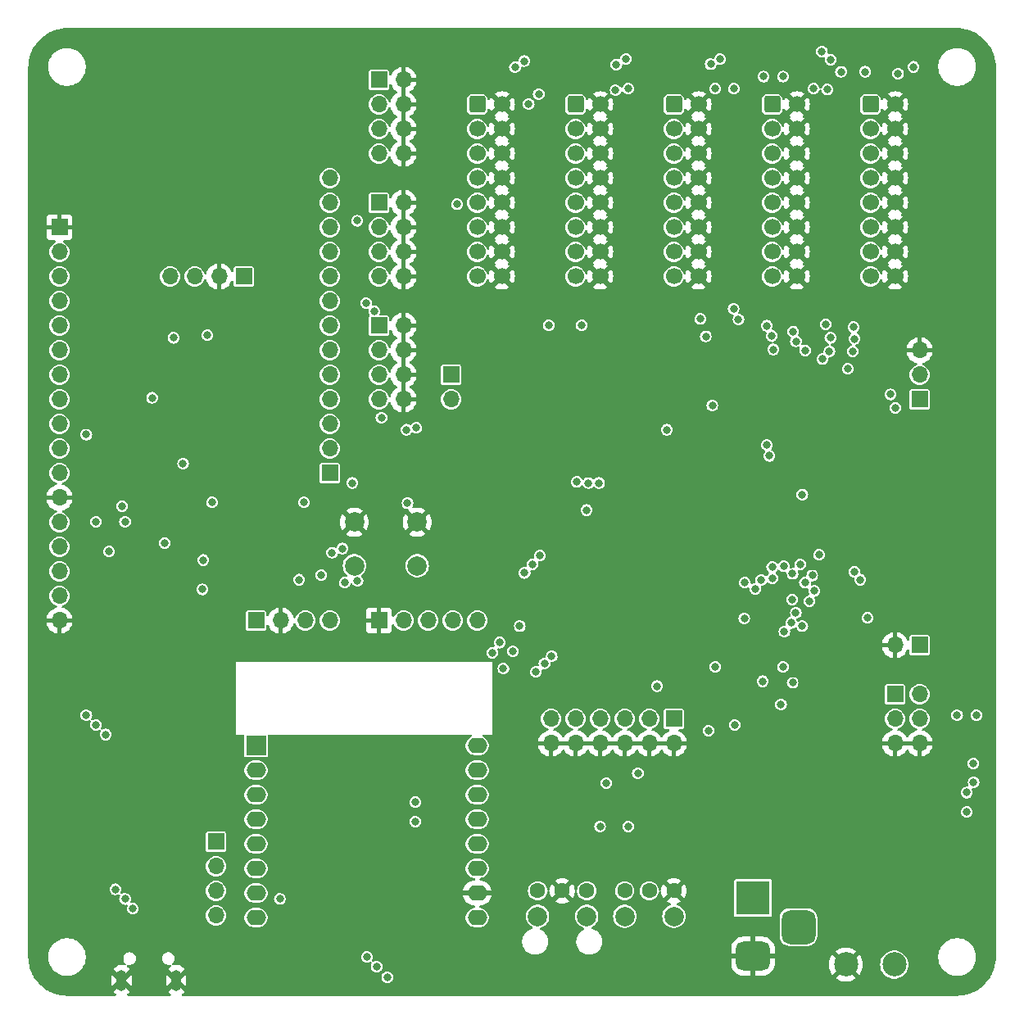
<source format=gbr>
%TF.GenerationSoftware,KiCad,Pcbnew,8.0.5*%
%TF.CreationDate,2025-01-18T12:22:11-08:00*%
%TF.ProjectId,dsp3,64737033-2e6b-4696-9361-645f70636258,rev?*%
%TF.SameCoordinates,Original*%
%TF.FileFunction,Copper,L2,Inr*%
%TF.FilePolarity,Positive*%
%FSLAX46Y46*%
G04 Gerber Fmt 4.6, Leading zero omitted, Abs format (unit mm)*
G04 Created by KiCad (PCBNEW 8.0.5) date 2025-01-18 12:22:11*
%MOMM*%
%LPD*%
G01*
G04 APERTURE LIST*
G04 Aperture macros list*
%AMRoundRect*
0 Rectangle with rounded corners*
0 $1 Rounding radius*
0 $2 $3 $4 $5 $6 $7 $8 $9 X,Y pos of 4 corners*
0 Add a 4 corners polygon primitive as box body*
4,1,4,$2,$3,$4,$5,$6,$7,$8,$9,$2,$3,0*
0 Add four circle primitives for the rounded corners*
1,1,$1+$1,$2,$3*
1,1,$1+$1,$4,$5*
1,1,$1+$1,$6,$7*
1,1,$1+$1,$8,$9*
0 Add four rect primitives between the rounded corners*
20,1,$1+$1,$2,$3,$4,$5,0*
20,1,$1+$1,$4,$5,$6,$7,0*
20,1,$1+$1,$6,$7,$8,$9,0*
20,1,$1+$1,$8,$9,$2,$3,0*%
G04 Aperture macros list end*
%TA.AperFunction,ComponentPad*%
%ADD10C,2.000000*%
%TD*%
%TA.AperFunction,ComponentPad*%
%ADD11C,1.600000*%
%TD*%
%TA.AperFunction,ComponentPad*%
%ADD12R,1.700000X1.700000*%
%TD*%
%TA.AperFunction,ComponentPad*%
%ADD13O,1.700000X1.700000*%
%TD*%
%TA.AperFunction,ComponentPad*%
%ADD14RoundRect,0.250000X-0.600000X-0.600000X0.600000X-0.600000X0.600000X0.600000X-0.600000X0.600000X0*%
%TD*%
%TA.AperFunction,ComponentPad*%
%ADD15C,1.700000*%
%TD*%
%TA.AperFunction,ComponentPad*%
%ADD16R,2.000000X2.000000*%
%TD*%
%TA.AperFunction,ComponentPad*%
%ADD17O,2.000000X1.600000*%
%TD*%
%TA.AperFunction,ComponentPad*%
%ADD18R,3.500000X3.500000*%
%TD*%
%TA.AperFunction,ComponentPad*%
%ADD19RoundRect,0.750000X1.000000X-0.750000X1.000000X0.750000X-1.000000X0.750000X-1.000000X-0.750000X0*%
%TD*%
%TA.AperFunction,ComponentPad*%
%ADD20RoundRect,0.875000X0.875000X-0.875000X0.875000X0.875000X-0.875000X0.875000X-0.875000X-0.875000X0*%
%TD*%
%TA.AperFunction,ComponentPad*%
%ADD21O,1.050000X2.150000*%
%TD*%
%TA.AperFunction,ComponentPad*%
%ADD22C,2.500000*%
%TD*%
%TA.AperFunction,ViaPad*%
%ADD23C,0.800000*%
%TD*%
G04 APERTURE END LIST*
D10*
%TO.N,*%
%TO.C,U7*%
X163720000Y-139790000D03*
X158640000Y-139790000D03*
D11*
%TO.N,Net-(U7-VOUT)*%
X163720000Y-137160000D03*
%TO.N,GND*%
X161180000Y-137160000D03*
%TO.N,Net-(U7-VCC)*%
X158640000Y-137160000D03*
%TD*%
D12*
%TO.N,GND*%
%TO.C,J5*%
X142240000Y-109220000D03*
D13*
%TO.N,/ESP8266/MCU_V33*%
X144780000Y-109220000D03*
%TO.N,/ESP8266/SW*%
X147319999Y-109220000D03*
%TO.N,/ESP8266/ENCODER2*%
X149860000Y-109220000D03*
%TO.N,/ESP8266/ENCODER1*%
X152400000Y-109220000D03*
%TD*%
D12*
%TO.N,/DSP/THD_M*%
%TO.C,J20*%
X149700000Y-83820000D03*
D13*
%TO.N,/DSP/THD_P*%
X149700000Y-86360000D03*
%TD*%
D12*
%TO.N,/rp2040/SWCLK*%
%TO.C,J17*%
X128270000Y-73660000D03*
D13*
%TO.N,GND*%
X125730000Y-73660000D03*
%TO.N,/rp2040/SWD*%
X123190001Y-73660000D03*
%TO.N,/rp2040/RUN*%
X120650000Y-73660000D03*
%TD*%
D14*
%TO.N,/RAW_5V*%
%TO.C,J3*%
X172720000Y-55880000D03*
D15*
%TO.N,GND*%
X175260000Y-55880000D03*
%TO.N,/DSP/dspconnector2/TODSP*%
X172720000Y-58420000D03*
%TO.N,GND*%
X175260000Y-58420000D03*
%TO.N,Net-(J3-Pin_5)*%
X172720000Y-60960000D03*
%TO.N,GND*%
X175260000Y-60960000D03*
%TO.N,Net-(J3-Pin_7)*%
X172720000Y-63500000D03*
%TO.N,GND*%
X175260000Y-63500000D03*
%TO.N,Net-(J3-Pin_9)*%
X172720000Y-66040000D03*
%TO.N,GND*%
X175260000Y-66040000D03*
%TO.N,/DSP/SDA*%
X172720000Y-68580000D03*
%TO.N,GND*%
X175260000Y-68580000D03*
%TO.N,/DSP/SCL*%
X172720000Y-71120000D03*
%TO.N,GND*%
X175260000Y-71120000D03*
%TO.N,Net-(J3-Pin_15)*%
X172720000Y-73660000D03*
%TO.N,GND*%
X175260000Y-73660000D03*
%TD*%
D14*
%TO.N,/RAW_5V*%
%TO.C,J1*%
X193040000Y-55880000D03*
D15*
%TO.N,GND*%
X195580000Y-55880000D03*
%TO.N,/DSP/dspconnector/TODSP*%
X193040000Y-58420000D03*
%TO.N,GND*%
X195580000Y-58420000D03*
%TO.N,Net-(J1-Pin_5)*%
X193040000Y-60960000D03*
%TO.N,GND*%
X195580000Y-60960000D03*
%TO.N,Net-(J1-Pin_7)*%
X193040000Y-63500000D03*
%TO.N,GND*%
X195580000Y-63500000D03*
%TO.N,Net-(J1-Pin_9)*%
X193040000Y-66040000D03*
%TO.N,GND*%
X195580000Y-66040000D03*
%TO.N,/DSP/SDA*%
X193040000Y-68580000D03*
%TO.N,GND*%
X195580000Y-68580000D03*
%TO.N,/DSP/SCL*%
X193040000Y-71120000D03*
%TO.N,GND*%
X195580000Y-71120000D03*
%TO.N,Net-(J1-Pin_15)*%
X193040000Y-73660000D03*
%TO.N,GND*%
X195580000Y-73660000D03*
%TD*%
D12*
%TO.N,/DSP/SELFBOOT*%
%TO.C,J13*%
X198120000Y-111760000D03*
D13*
%TO.N,GND*%
X195580000Y-111760000D03*
%TD*%
D14*
%TO.N,/RAW_5V*%
%TO.C,J2*%
X182880000Y-55880000D03*
D15*
%TO.N,GND*%
X185420000Y-55880000D03*
%TO.N,/DSP/dspconnector1/TODSP*%
X182880000Y-58420000D03*
%TO.N,GND*%
X185420000Y-58420000D03*
%TO.N,Net-(J2-Pin_5)*%
X182880000Y-60959999D03*
%TO.N,GND*%
X185420000Y-60960000D03*
%TO.N,Net-(J2-Pin_7)*%
X182880000Y-63500000D03*
%TO.N,GND*%
X185420000Y-63500000D03*
%TO.N,Net-(J2-Pin_9)*%
X182880000Y-66040000D03*
%TO.N,GND*%
X185420000Y-66040000D03*
%TO.N,/DSP/SDA*%
X182880000Y-68580000D03*
%TO.N,GND*%
X185420000Y-68580000D03*
%TO.N,/DSP/SCL*%
X182880000Y-71120000D03*
%TO.N,GND*%
X185420000Y-71120000D03*
%TO.N,Net-(J2-Pin_15)*%
X182880000Y-73660001D03*
%TO.N,GND*%
X185420000Y-73660000D03*
%TD*%
D16*
%TO.N,unconnected-(U3-~{RST}-Pad1)*%
%TO.C,U3*%
X129540000Y-122144999D03*
D17*
%TO.N,/ESP8266/A0*%
X129540000Y-124684999D03*
%TO.N,/ESP8266/D0*%
X129540000Y-127224998D03*
%TO.N,/ESP8266/ENCODER1*%
X129540000Y-129764999D03*
%TO.N,/ESP8266/ENCODER2*%
X129540000Y-132304999D03*
%TO.N,/DSP/~{DSPRESET}*%
X129540000Y-134844999D03*
%TO.N,/ESP8266/D8*%
X129540000Y-137384999D03*
%TO.N,/ESP8266/MCU_V33*%
X129540000Y-139925000D03*
%TO.N,Net-(U3-5V)*%
X152400000Y-139925000D03*
%TO.N,GND*%
X152400000Y-137384999D03*
%TO.N,/ESP8266/D4*%
X152400000Y-134844999D03*
%TO.N,/ESP8266/SW*%
X152400000Y-132304999D03*
%TO.N,/ESP8266/MCU_SDA*%
X152400000Y-129764999D03*
%TO.N,/ESP8266/MCU_SCL*%
X152400000Y-127224998D03*
%TO.N,unconnected-(U3-RX-Pad15)*%
X152400000Y-124684999D03*
%TO.N,unconnected-(U3-TX-Pad16)*%
X152400000Y-122144999D03*
%TD*%
D18*
%TO.N,Net-(D3-A)*%
%TO.C,J21*%
X180900000Y-137900000D03*
D19*
%TO.N,GND*%
X180900000Y-143900000D03*
D20*
%TO.N,N/C*%
X185600000Y-140900000D03*
%TD*%
D10*
%TO.N,*%
%TO.C,U4*%
X172720000Y-139790000D03*
X167640000Y-139790000D03*
D11*
%TO.N,Net-(U4-VIN)*%
X167640000Y-137160000D03*
%TO.N,V33*%
X170180000Y-137160000D03*
%TO.N,GND*%
X172720000Y-137160000D03*
%TD*%
D12*
%TO.N,/ESP8266/MCU_V33*%
%TO.C,J6*%
X129540000Y-109220000D03*
D13*
%TO.N,GND*%
X132080000Y-109220000D03*
%TO.N,/ESP8266/MCU_SCL*%
X134619999Y-109220000D03*
%TO.N,/ESP8266/MCU_SDA*%
X137160000Y-109220000D03*
%TD*%
D12*
%TO.N,/DSP/MP6*%
%TO.C,J16*%
X198120000Y-86359999D03*
D13*
%TO.N,/DSP/MP7*%
X198120000Y-83819999D03*
%TO.N,GND*%
X198120000Y-81280000D03*
%TD*%
D12*
%TO.N,/DSP/AUXADC5*%
%TO.C,J12*%
X172720000Y-119380000D03*
D13*
%TO.N,GND*%
X172720000Y-121920000D03*
%TO.N,/DSP/AUXADC4*%
X170180000Y-119380000D03*
%TO.N,GND*%
X170180000Y-121920000D03*
%TO.N,/DSP/AUXADC3*%
X167640001Y-119380000D03*
%TO.N,GND*%
X167640000Y-121920000D03*
%TO.N,/DSP/AUXADC2*%
X165100000Y-119380000D03*
%TO.N,GND*%
X165100000Y-121920000D03*
%TO.N,/DSP/AUXADC1*%
X162560000Y-119380000D03*
%TO.N,GND*%
X162560000Y-121920000D03*
%TO.N,/DSP/AUXADC0*%
X160020000Y-119380000D03*
%TO.N,GND*%
X160020000Y-121920000D03*
%TD*%
D21*
%TO.N,GND*%
%TO.C,J14*%
X115650000Y-146400000D03*
X121300000Y-146400000D03*
%TD*%
D12*
%TO.N,GND*%
%TO.C,J18*%
X109220000Y-68580000D03*
D13*
%TO.N,/rp2040/GPIO16*%
X109220000Y-71120000D03*
%TO.N,/rp2040/GPIO17*%
X109220000Y-73660000D03*
%TO.N,/rp2040/GPIO18*%
X109220000Y-76200000D03*
%TO.N,/rp2040/GPIO19*%
X109220000Y-78740000D03*
%TO.N,/rp2040/GPIO20*%
X109220000Y-81280000D03*
%TO.N,/rp2040/GPIO21*%
X109220000Y-83820000D03*
%TO.N,/rp2040/GPIO22*%
X109220000Y-86360000D03*
%TO.N,/rp2040/GPIO23*%
X109220000Y-88900000D03*
%TO.N,/rp2040/GPIO24*%
X109220000Y-91440000D03*
%TO.N,/rp2040/GPIO25*%
X109220000Y-93980000D03*
%TO.N,GND*%
X109220000Y-96520000D03*
%TO.N,/rp2040/GPIO26_ADC0*%
X109220000Y-99060000D03*
%TO.N,/rp2040/GPIO27_ADC1*%
X109220000Y-101600000D03*
%TO.N,/rp2040/GPIO28_ADC2*%
X109220000Y-104140000D03*
%TO.N,/rp2040/GPIO29_ADC3*%
X109220000Y-106680000D03*
%TO.N,GND*%
X109220000Y-109220000D03*
%TD*%
D22*
%TO.N,GND*%
%TO.C,J15*%
X190500000Y-144780000D03*
%TO.N,Net-(D3-A)*%
X195500000Y-144780000D03*
%TD*%
D12*
%TO.N,/RAW_5V*%
%TO.C,J19*%
X142240000Y-78740000D03*
D13*
%TO.N,GND*%
X144780000Y-78740000D03*
%TO.N,/DSP/dspconnector_minimal_input3/SDAT*%
X142240000Y-81280000D03*
%TO.N,GND*%
X144780000Y-81280000D03*
%TO.N,/DSP/EXT_LRCLK*%
X142240000Y-83820000D03*
%TO.N,GND*%
X144780000Y-83820000D03*
%TO.N,/DSP/EXT_BCLK*%
X142240000Y-86360000D03*
%TO.N,GND*%
X144780000Y-86360000D03*
%TD*%
D10*
%TO.N,GND*%
%TO.C,SW2*%
X139700000Y-99060000D03*
X146200000Y-99060000D03*
%TO.N,Net-(SW2-B)*%
X139700000Y-103560000D03*
X146200000Y-103560000D03*
%TD*%
D12*
%TO.N,/RAW_5V*%
%TO.C,J10*%
X142240000Y-53340000D03*
D13*
%TO.N,GND*%
X144780000Y-53340000D03*
%TO.N,/DSP/SDATA_IN1*%
X142240000Y-55880000D03*
%TO.N,GND*%
X144780000Y-55880000D03*
%TO.N,/DSP/LRCLK_IN1{slash}MP11*%
X142240000Y-58420000D03*
%TO.N,GND*%
X144780000Y-58420000D03*
%TO.N,/DSP/BCLK_IN1*%
X142240000Y-60960000D03*
%TO.N,GND*%
X144780000Y-60960000D03*
%TD*%
D12*
%TO.N,V33*%
%TO.C,J8*%
X195580000Y-116840000D03*
D13*
X198120000Y-116840000D03*
%TO.N,/DSP/I2CADDR0*%
X195580000Y-119380000D03*
%TO.N,/DSP/I2CADDR1*%
X198120000Y-119380000D03*
%TO.N,GND*%
X195580000Y-121920000D03*
X198120000Y-121920000D03*
%TD*%
D14*
%TO.N,/RAW_5V*%
%TO.C,J7*%
X152400000Y-55880000D03*
D15*
%TO.N,GND*%
X154940000Y-55880000D03*
%TO.N,/DSP/I2SIN0_SDAT*%
X152400000Y-58420000D03*
%TO.N,GND*%
X154940000Y-58420000D03*
%TO.N,/DSP/dspconnector_input/FROMDSP*%
X152400000Y-60960000D03*
%TO.N,GND*%
X154940000Y-60960000D03*
%TO.N,/DSP/I2SIN0_SCLK*%
X152400000Y-63500000D03*
%TO.N,GND*%
X154940000Y-63500000D03*
%TO.N,/DSP/I2SIN0_LR*%
X152400000Y-66040000D03*
%TO.N,GND*%
X154940000Y-66040000D03*
%TO.N,/DSP/SDA*%
X152400000Y-68580000D03*
%TO.N,GND*%
X154940000Y-68580000D03*
%TO.N,/DSP/SCL*%
X152400000Y-71120000D03*
%TO.N,GND*%
X154940000Y-71120000D03*
%TO.N,Net-(J7-Pin_15)*%
X152400000Y-73660000D03*
%TO.N,GND*%
X154940000Y-73660000D03*
%TD*%
D14*
%TO.N,/RAW_5V*%
%TO.C,J4*%
X162560000Y-55880000D03*
D15*
%TO.N,GND*%
X165100000Y-55880000D03*
%TO.N,/DSP/dspconnector3/TODSP*%
X162560000Y-58420000D03*
%TO.N,GND*%
X165100000Y-58420000D03*
%TO.N,Net-(J4-Pin_5)*%
X162560000Y-60960000D03*
%TO.N,GND*%
X165100000Y-60960000D03*
%TO.N,Net-(J4-Pin_7)*%
X162560000Y-63500000D03*
%TO.N,GND*%
X165100000Y-63500000D03*
%TO.N,Net-(J4-Pin_9)*%
X162560000Y-66040000D03*
%TO.N,GND*%
X165100000Y-66040000D03*
%TO.N,/DSP/SDA*%
X162560000Y-68580000D03*
%TO.N,GND*%
X165100000Y-68580000D03*
%TO.N,/DSP/SCL*%
X162560000Y-71120000D03*
%TO.N,GND*%
X165100000Y-71120000D03*
%TO.N,Net-(J4-Pin_15)*%
X162560000Y-73660000D03*
%TO.N,GND*%
X165100000Y-73660000D03*
%TD*%
D12*
%TO.N,/ESP8266/A0*%
%TO.C,J11*%
X125400000Y-132080000D03*
D13*
%TO.N,/ESP8266/D0*%
X125400000Y-134620000D03*
%TO.N,/ESP8266/D4*%
X125400000Y-137160000D03*
%TO.N,/ESP8266/D8*%
X125400000Y-139700000D03*
%TD*%
D12*
%TO.N,/rp2040/GPIO2*%
%TO.C,J22*%
X137160000Y-93980000D03*
D13*
%TO.N,/rp2040/GPIO3*%
X137160000Y-91440000D03*
%TO.N,/rp2040/GPIO4*%
X137160000Y-88900001D03*
%TO.N,/rp2040/GPIO5*%
X137160000Y-86360000D03*
%TO.N,/rp2040/GPIO6*%
X137160000Y-83820000D03*
%TO.N,/rp2040/GPIO7*%
X137160000Y-81280000D03*
%TO.N,/rp2040/GPIO8*%
X137160000Y-78740000D03*
%TO.N,/rp2040/GPIO9*%
X137160000Y-76199999D03*
%TO.N,/rp2040/GPIO10*%
X137160000Y-73660000D03*
%TO.N,/rp2040/GPIO11*%
X137160000Y-71120000D03*
%TO.N,/rp2040/GPIO12*%
X137160000Y-68580000D03*
%TO.N,/rp2040/GPIO13*%
X137160000Y-66040001D03*
%TO.N,/rp2040/GPIO14*%
X137160000Y-63500000D03*
%TD*%
D12*
%TO.N,/RAW_5V*%
%TO.C,J9*%
X142240000Y-66040000D03*
D13*
%TO.N,GND*%
X144780000Y-66040000D03*
%TO.N,/DSP/SDATA_IN2*%
X142240000Y-68580000D03*
%TO.N,GND*%
X144780000Y-68580000D03*
%TO.N,/DSP/LRCLK_IN2{slash}MP12*%
X142240000Y-71120000D03*
%TO.N,GND*%
X144780000Y-71120000D03*
%TO.N,/DSP/BCLK_IN2*%
X142240000Y-73660000D03*
%TO.N,GND*%
X144780000Y-73660000D03*
%TD*%
D23*
%TO.N,GND*%
X189000000Y-142000000D03*
X114650000Y-110000000D03*
X114650000Y-111000000D03*
X123500000Y-146300000D03*
X114200000Y-143000000D03*
X123500000Y-144000000D03*
X113000000Y-100942588D03*
X177200000Y-111200000D03*
X163700000Y-108800000D03*
X177000000Y-98000000D03*
X116000000Y-100349996D03*
X120000002Y-81100000D03*
X161500000Y-131900000D03*
X182900000Y-114250000D03*
X157995318Y-98192652D03*
X195000000Y-140000000D03*
X122400000Y-79299996D03*
X164467024Y-96587004D03*
X188700000Y-116400000D03*
X122750000Y-105489425D03*
X120800000Y-92700000D03*
X194000000Y-139000000D03*
X119700000Y-94800000D03*
X195593548Y-140735454D03*
X173100000Y-88500000D03*
X197000000Y-103000000D03*
X185000000Y-145575000D03*
X112000000Y-112000000D03*
X113000000Y-111000000D03*
X177400000Y-102700000D03*
X109000000Y-124000000D03*
X175000000Y-98000000D03*
X200000000Y-109000000D03*
X130400000Y-92400000D03*
X118399998Y-81100000D03*
X187000000Y-136000000D03*
X174000000Y-99000000D03*
X188800000Y-120500000D03*
X187000000Y-135000000D03*
X178000000Y-132000000D03*
X121184420Y-104952189D03*
X166700000Y-113900000D03*
X123000000Y-87400000D03*
X116100000Y-104800000D03*
X118700000Y-93700000D03*
X108000000Y-125000000D03*
X187250000Y-96900000D03*
X114086813Y-97816024D03*
X118700000Y-92700000D03*
X198000000Y-125000000D03*
X190064321Y-101308686D03*
X119800000Y-140300000D03*
X120800000Y-93700000D03*
X130300000Y-97100000D03*
X176000000Y-88150003D03*
X178000000Y-99000000D03*
X189000000Y-141000000D03*
X192000000Y-125000000D03*
X178000000Y-133000000D03*
X181000000Y-122000000D03*
X185000000Y-126000000D03*
X191300000Y-120500000D03*
X173300000Y-109000000D03*
X113900000Y-146800000D03*
X182500000Y-111300000D03*
X185500000Y-114500000D03*
X184000000Y-145575000D03*
X185100000Y-120200000D03*
X164400000Y-99400000D03*
X177000000Y-100000000D03*
X175000000Y-100000000D03*
X176000000Y-97000000D03*
X176000000Y-99000000D03*
X118700000Y-94800000D03*
X183000000Y-121000000D03*
X200000000Y-108000000D03*
X190000000Y-120500000D03*
X119799999Y-93799999D03*
X119800000Y-92700000D03*
X120800000Y-94800000D03*
X128600000Y-105300000D03*
X111621416Y-91389184D03*
X176000000Y-101000000D03*
%TO.N,Net-(J2-Pin_15)*%
X191300000Y-78900000D03*
X188400000Y-78600000D03*
%TO.N,Net-(J3-Pin_15)*%
X185050000Y-79350002D03*
X188900006Y-80000000D03*
X191400000Y-80100000D03*
X182324923Y-78748627D03*
%TO.N,Net-(J4-Pin_15)*%
X191200000Y-81400000D03*
X182837805Y-79777927D03*
X178900000Y-77000000D03*
X185343934Y-80356066D03*
X188799992Y-81400000D03*
X175448958Y-78048958D03*
%TO.N,/DSP/SDA*%
X176529024Y-51719801D03*
X137400000Y-102200000D03*
X195900000Y-52700000D03*
X188931698Y-51250000D03*
X187164204Y-54250000D03*
X156300000Y-52050000D03*
X166777508Y-51750000D03*
X166700000Y-54400000D03*
X182900639Y-104846533D03*
X136277647Y-104520313D03*
X157722340Y-55845427D03*
X197500000Y-52000000D03*
X184952774Y-107047225D03*
X176987594Y-54246928D03*
%TO.N,/DSP/SCL*%
X204000000Y-119000000D03*
X188026936Y-50400000D03*
X138700000Y-105300000D03*
X168004622Y-54250000D03*
X157247650Y-51398490D03*
X138467751Y-101772900D03*
X177500000Y-51200000D03*
X188575766Y-54350000D03*
X167772613Y-51173568D03*
X140026327Y-105126371D03*
X158759672Y-54808096D03*
X182885460Y-103696631D03*
X134000000Y-105000000D03*
X186752480Y-107215102D03*
X202000000Y-119000000D03*
X178915353Y-54250000D03*
%TO.N,V33*%
X186000000Y-96200000D03*
X168000000Y-130500000D03*
X192747486Y-108950000D03*
X181900000Y-115500000D03*
X157300000Y-104300000D03*
X192000000Y-105000000D03*
X158900000Y-102500000D03*
X177000000Y-114000000D03*
X160100000Y-112900000D03*
X171000000Y-116000000D03*
X158470000Y-114530000D03*
X163700000Y-97800000D03*
X172000000Y-89500000D03*
X179000000Y-120000000D03*
X159350000Y-113650000D03*
X158100000Y-103400000D03*
X165100000Y-130500000D03*
X191388876Y-104186102D03*
X185000000Y-115650000D03*
X176300000Y-120600000D03*
X186000000Y-109800000D03*
%TO.N,/RAW_5V*%
X143100000Y-146100000D03*
X182000000Y-53000000D03*
X192500000Y-52500000D03*
X116812500Y-139000000D03*
X141750000Y-77250000D03*
X203000000Y-127000000D03*
X116000000Y-138000000D03*
X190000000Y-52500000D03*
X203681281Y-124000000D03*
X203000000Y-129000000D03*
X141000000Y-144000000D03*
X140900000Y-76400000D03*
X184000000Y-53000000D03*
X203703851Y-125935146D03*
X142000000Y-145000000D03*
X115000000Y-137000012D03*
%TO.N,/DSP/DVDD*%
X163900000Y-95000000D03*
X165000000Y-95000000D03*
X187722288Y-102431477D03*
X162700000Y-94900000D03*
X176700000Y-87000010D03*
X180000000Y-109000000D03*
%TO.N,/ESP8266/SW*%
X156800000Y-109800000D03*
%TO.N,/ESP8266/MCU_V33*%
X146000000Y-130000000D03*
X146000000Y-128000000D03*
X132000000Y-138000000D03*
%TO.N,/ESP8266/MCU_SDA*%
X156100000Y-112400000D03*
X154725000Y-111500000D03*
%TO.N,/ESP8266/MCU_SCL*%
X153942461Y-112549980D03*
X155100000Y-114200000D03*
%TO.N,Net-(J7-Pin_15)*%
X183000000Y-81200000D03*
X179400000Y-78100000D03*
X176026997Y-79842969D03*
X186300000Y-81300000D03*
X163200000Y-78700000D03*
X188100000Y-82200000D03*
X190700000Y-83200000D03*
X159800000Y-78700000D03*
%TO.N,/DSP/I2SIN0_LR*%
X150300000Y-66200000D03*
%TO.N,/DSP/MP7*%
X182350520Y-91077385D03*
X195132940Y-85849114D03*
%TO.N,Net-(U1-SS_M{slash}MP0)*%
X180064733Y-105293566D03*
X184144299Y-110376531D03*
%TO.N,/DSP/I2CADDR0*%
X184993679Y-104390900D03*
X186275714Y-105314478D03*
%TO.N,/DSP/MP6*%
X195612385Y-87234401D03*
X182600000Y-92200000D03*
%TO.N,/DSP/I2CADDR1*%
X187220129Y-106164478D03*
X184080613Y-103622342D03*
%TO.N,/DSP/EXT_LRCLK*%
X142503654Y-88250000D03*
X145100000Y-89500000D03*
%TO.N,/DSP/EXT_BCLK*%
X146100000Y-89300000D03*
%TO.N,/DSP/~{DSPRESET_SUPERVISED}*%
X184000000Y-114000000D03*
X183800000Y-117900000D03*
%TO.N,/DSP/SCL_M*%
X184844074Y-109463941D03*
X181148334Y-105946252D03*
%TO.N,/DSP/SDA_M*%
X185329119Y-108421234D03*
X181764733Y-105026047D03*
%TO.N,/DSP/SELFBOOT*%
X185780613Y-103406961D03*
X187031275Y-104560464D03*
%TO.N,/DSP/~{DSPRESET}*%
X169000000Y-125000000D03*
X165750000Y-126009061D03*
%TO.N,/rp2040/PI_3V3*%
X124000000Y-106000000D03*
X121000000Y-80000000D03*
X125000000Y-97000000D03*
X134500000Y-97000000D03*
X120100000Y-101200014D03*
X116000000Y-99000000D03*
X122000000Y-93000000D03*
X113000000Y-99000000D03*
X114000000Y-121000000D03*
X113000000Y-120000000D03*
X112000000Y-90000000D03*
X124512951Y-79734787D03*
X115700000Y-97400000D03*
X112000000Y-119000000D03*
%TO.N,/rp2040/PI_1V1*%
X114350000Y-102090811D03*
X124098340Y-102968358D03*
X118800000Y-86200000D03*
%TO.N,/rp2040/GPIO12*%
X140000000Y-67900000D03*
%TO.N,/rp2040/GPIO14*%
X139500000Y-95000000D03*
X145200000Y-97100000D03*
%TD*%
%TA.AperFunction,Conductor*%
%TO.N,GND*%
G36*
X162094075Y-121727007D02*
G01*
X162060000Y-121854174D01*
X162060000Y-121985826D01*
X162094075Y-122112993D01*
X162126988Y-122170000D01*
X160453012Y-122170000D01*
X160485925Y-122112993D01*
X160520000Y-121985826D01*
X160520000Y-121854174D01*
X160485925Y-121727007D01*
X160453012Y-121670000D01*
X162126988Y-121670000D01*
X162094075Y-121727007D01*
G37*
%TD.AperFunction*%
%TA.AperFunction,Conductor*%
G36*
X164634075Y-121727007D02*
G01*
X164600000Y-121854174D01*
X164600000Y-121985826D01*
X164634075Y-122112993D01*
X164666988Y-122170000D01*
X162993012Y-122170000D01*
X163025925Y-122112993D01*
X163060000Y-121985826D01*
X163060000Y-121854174D01*
X163025925Y-121727007D01*
X162993012Y-121670000D01*
X164666988Y-121670000D01*
X164634075Y-121727007D01*
G37*
%TD.AperFunction*%
%TA.AperFunction,Conductor*%
G36*
X167174075Y-121727007D02*
G01*
X167140000Y-121854174D01*
X167140000Y-121985826D01*
X167174075Y-122112993D01*
X167206988Y-122170000D01*
X165533012Y-122170000D01*
X165565925Y-122112993D01*
X165600000Y-121985826D01*
X165600000Y-121854174D01*
X165565925Y-121727007D01*
X165533012Y-121670000D01*
X167206988Y-121670000D01*
X167174075Y-121727007D01*
G37*
%TD.AperFunction*%
%TA.AperFunction,Conductor*%
G36*
X169714075Y-121727007D02*
G01*
X169680000Y-121854174D01*
X169680000Y-121985826D01*
X169714075Y-122112993D01*
X169746988Y-122170000D01*
X168073012Y-122170000D01*
X168105925Y-122112993D01*
X168140000Y-121985826D01*
X168140000Y-121854174D01*
X168105925Y-121727007D01*
X168073012Y-121670000D01*
X169746988Y-121670000D01*
X169714075Y-121727007D01*
G37*
%TD.AperFunction*%
%TA.AperFunction,Conductor*%
G36*
X172254075Y-121727007D02*
G01*
X172220000Y-121854174D01*
X172220000Y-121985826D01*
X172254075Y-122112993D01*
X172286988Y-122170000D01*
X170613012Y-122170000D01*
X170645925Y-122112993D01*
X170680000Y-121985826D01*
X170680000Y-121854174D01*
X170645925Y-121727007D01*
X170613012Y-121670000D01*
X172286988Y-121670000D01*
X172254075Y-121727007D01*
G37*
%TD.AperFunction*%
%TA.AperFunction,Conductor*%
G36*
X197654075Y-121727007D02*
G01*
X197620000Y-121854174D01*
X197620000Y-121985826D01*
X197654075Y-122112993D01*
X197686988Y-122170000D01*
X196013012Y-122170000D01*
X196045925Y-122112993D01*
X196080000Y-121985826D01*
X196080000Y-121854174D01*
X196045925Y-121727007D01*
X196013012Y-121670000D01*
X197686988Y-121670000D01*
X197654075Y-121727007D01*
G37*
%TD.AperFunction*%
%TA.AperFunction,Conductor*%
G36*
X145030000Y-85926988D02*
G01*
X144972993Y-85894075D01*
X144845826Y-85860000D01*
X144714174Y-85860000D01*
X144587007Y-85894075D01*
X144530000Y-85926988D01*
X144530000Y-84253012D01*
X144587007Y-84285925D01*
X144714174Y-84320000D01*
X144845826Y-84320000D01*
X144972993Y-84285925D01*
X145030000Y-84253012D01*
X145030000Y-85926988D01*
G37*
%TD.AperFunction*%
%TA.AperFunction,Conductor*%
G36*
X145030000Y-83386988D02*
G01*
X144972993Y-83354075D01*
X144845826Y-83320000D01*
X144714174Y-83320000D01*
X144587007Y-83354075D01*
X144530000Y-83386988D01*
X144530000Y-81713012D01*
X144587007Y-81745925D01*
X144714174Y-81780000D01*
X144845826Y-81780000D01*
X144972993Y-81745925D01*
X145030000Y-81713012D01*
X145030000Y-83386988D01*
G37*
%TD.AperFunction*%
%TA.AperFunction,Conductor*%
G36*
X145030000Y-80846988D02*
G01*
X144972993Y-80814075D01*
X144845826Y-80780000D01*
X144714174Y-80780000D01*
X144587007Y-80814075D01*
X144530000Y-80846988D01*
X144530000Y-79173012D01*
X144587007Y-79205925D01*
X144714174Y-79240000D01*
X144845826Y-79240000D01*
X144972993Y-79205925D01*
X145030000Y-79173012D01*
X145030000Y-80846988D01*
G37*
%TD.AperFunction*%
%TA.AperFunction,Conductor*%
G36*
X145030000Y-73226988D02*
G01*
X144972993Y-73194075D01*
X144845826Y-73160000D01*
X144714174Y-73160000D01*
X144587007Y-73194075D01*
X144530000Y-73226988D01*
X144530000Y-71553012D01*
X144587007Y-71585925D01*
X144714174Y-71620000D01*
X144845826Y-71620000D01*
X144972993Y-71585925D01*
X145030000Y-71553012D01*
X145030000Y-73226988D01*
G37*
%TD.AperFunction*%
%TA.AperFunction,Conductor*%
G36*
X145030000Y-70686988D02*
G01*
X144972993Y-70654075D01*
X144845826Y-70620000D01*
X144714174Y-70620000D01*
X144587007Y-70654075D01*
X144530000Y-70686988D01*
X144530000Y-69013012D01*
X144587007Y-69045925D01*
X144714174Y-69080000D01*
X144845826Y-69080000D01*
X144972993Y-69045925D01*
X145030000Y-69013012D01*
X145030000Y-70686988D01*
G37*
%TD.AperFunction*%
%TA.AperFunction,Conductor*%
G36*
X145030000Y-68146988D02*
G01*
X144972993Y-68114075D01*
X144845826Y-68080000D01*
X144714174Y-68080000D01*
X144587007Y-68114075D01*
X144530000Y-68146988D01*
X144530000Y-66473012D01*
X144587007Y-66505925D01*
X144714174Y-66540000D01*
X144845826Y-66540000D01*
X144972993Y-66505925D01*
X145030000Y-66473012D01*
X145030000Y-68146988D01*
G37*
%TD.AperFunction*%
%TA.AperFunction,Conductor*%
G36*
X145030000Y-60526988D02*
G01*
X144972993Y-60494075D01*
X144845826Y-60460000D01*
X144714174Y-60460000D01*
X144587007Y-60494075D01*
X144530000Y-60526988D01*
X144530000Y-58853012D01*
X144587007Y-58885925D01*
X144714174Y-58920000D01*
X144845826Y-58920000D01*
X144972993Y-58885925D01*
X145030000Y-58853012D01*
X145030000Y-60526988D01*
G37*
%TD.AperFunction*%
%TA.AperFunction,Conductor*%
G36*
X145030000Y-57986988D02*
G01*
X144972993Y-57954075D01*
X144845826Y-57920000D01*
X144714174Y-57920000D01*
X144587007Y-57954075D01*
X144530000Y-57986988D01*
X144530000Y-56313012D01*
X144587007Y-56345925D01*
X144714174Y-56380000D01*
X144845826Y-56380000D01*
X144972993Y-56345925D01*
X145030000Y-56313012D01*
X145030000Y-57986988D01*
G37*
%TD.AperFunction*%
%TA.AperFunction,Conductor*%
G36*
X145030000Y-55446988D02*
G01*
X144972993Y-55414075D01*
X144845826Y-55380000D01*
X144714174Y-55380000D01*
X144587007Y-55414075D01*
X144530000Y-55446988D01*
X144530000Y-53773012D01*
X144587007Y-53805925D01*
X144714174Y-53840000D01*
X144845826Y-53840000D01*
X144972993Y-53805925D01*
X145030000Y-53773012D01*
X145030000Y-55446988D01*
G37*
%TD.AperFunction*%
%TA.AperFunction,Conductor*%
G36*
X202000733Y-48000008D02*
G01*
X202191077Y-48002343D01*
X202201681Y-48002930D01*
X202581224Y-48040312D01*
X202593249Y-48042096D01*
X202966527Y-48116345D01*
X202978329Y-48119301D01*
X203342544Y-48229785D01*
X203354002Y-48233885D01*
X203705627Y-48379532D01*
X203716626Y-48384734D01*
X204052282Y-48564147D01*
X204062713Y-48570399D01*
X204379169Y-48781849D01*
X204388942Y-48789097D01*
X204683148Y-49030544D01*
X204692165Y-49038717D01*
X204961282Y-49307834D01*
X204969455Y-49316851D01*
X205210902Y-49611057D01*
X205218150Y-49620830D01*
X205429600Y-49937286D01*
X205435856Y-49947724D01*
X205615264Y-50283372D01*
X205620467Y-50294372D01*
X205766114Y-50645997D01*
X205770214Y-50657455D01*
X205880698Y-51021670D01*
X205883654Y-51033474D01*
X205957902Y-51406744D01*
X205959688Y-51418781D01*
X205997068Y-51798304D01*
X205997656Y-51808937D01*
X205999991Y-51999266D01*
X206000000Y-52000787D01*
X206000000Y-143999212D01*
X205999991Y-144000733D01*
X205997656Y-144191062D01*
X205997068Y-144201695D01*
X205959688Y-144581218D01*
X205957902Y-144593255D01*
X205883654Y-144966525D01*
X205880698Y-144978329D01*
X205770214Y-145342544D01*
X205766114Y-145354002D01*
X205620467Y-145705627D01*
X205615264Y-145716627D01*
X205435856Y-146052275D01*
X205429600Y-146062713D01*
X205218150Y-146379169D01*
X205210902Y-146388942D01*
X204969455Y-146683148D01*
X204961282Y-146692165D01*
X204692165Y-146961282D01*
X204683148Y-146969455D01*
X204388942Y-147210902D01*
X204379169Y-147218150D01*
X204062713Y-147429600D01*
X204052275Y-147435856D01*
X203716627Y-147615264D01*
X203705627Y-147620467D01*
X203354002Y-147766114D01*
X203342544Y-147770214D01*
X202978329Y-147880698D01*
X202966525Y-147883654D01*
X202593255Y-147957902D01*
X202581218Y-147959688D01*
X202201695Y-147997068D01*
X202191062Y-147997656D01*
X202000734Y-147999991D01*
X201999213Y-148000000D01*
X121982290Y-148000000D01*
X121915251Y-147980315D01*
X121869496Y-147927511D01*
X121859552Y-147858353D01*
X121888577Y-147794797D01*
X121913400Y-147772898D01*
X121953395Y-147746173D01*
X121953403Y-147746167D01*
X122096170Y-147603400D01*
X122117669Y-147571223D01*
X122117669Y-147571222D01*
X121541557Y-146995110D01*
X121550000Y-146974728D01*
X121550000Y-146399999D01*
X121653553Y-146399999D01*
X121653553Y-146400000D01*
X122321599Y-147068046D01*
X122321600Y-147068046D01*
X122324999Y-147050958D01*
X122325000Y-147050955D01*
X122325000Y-146099998D01*
X142494318Y-146099998D01*
X142494318Y-146100001D01*
X142514955Y-146256760D01*
X142514956Y-146256762D01*
X142575464Y-146402841D01*
X142671718Y-146528282D01*
X142797159Y-146624536D01*
X142943238Y-146685044D01*
X142997328Y-146692165D01*
X143099999Y-146705682D01*
X143100000Y-146705682D01*
X143100001Y-146705682D01*
X143152254Y-146698802D01*
X143256762Y-146685044D01*
X143402841Y-146624536D01*
X143528282Y-146528282D01*
X143624536Y-146402841D01*
X143685044Y-146256762D01*
X143705682Y-146100000D01*
X143700772Y-146062708D01*
X143685044Y-145943239D01*
X143685044Y-145943238D01*
X143624536Y-145797159D01*
X143528282Y-145671718D01*
X143402841Y-145575464D01*
X143256762Y-145514956D01*
X143256760Y-145514955D01*
X143100001Y-145494318D01*
X143099999Y-145494318D01*
X142943239Y-145514955D01*
X142943237Y-145514956D01*
X142797160Y-145575463D01*
X142671718Y-145671718D01*
X142575463Y-145797160D01*
X142514956Y-145943237D01*
X142514955Y-145943239D01*
X142494318Y-146099998D01*
X122325000Y-146099998D01*
X122325000Y-145749047D01*
X122321599Y-145731951D01*
X121653553Y-146399999D01*
X121550000Y-146399999D01*
X121550000Y-145825272D01*
X121541557Y-145804889D01*
X122117669Y-145228776D01*
X122117669Y-145228775D01*
X122096171Y-145196602D01*
X121953398Y-145053828D01*
X121785526Y-144941659D01*
X121785513Y-144941652D01*
X121598983Y-144864390D01*
X121598974Y-144864387D01*
X121400958Y-144825000D01*
X121199041Y-144825000D01*
X121001902Y-144864213D01*
X120932310Y-144857986D01*
X120877133Y-144815122D01*
X120853889Y-144749232D01*
X120869957Y-144681236D01*
X120890026Y-144654918D01*
X120980276Y-144564669D01*
X121051465Y-144458127D01*
X121100501Y-144339744D01*
X121115821Y-144262729D01*
X121125500Y-144214071D01*
X121125500Y-144085928D01*
X121108407Y-143999998D01*
X140394318Y-143999998D01*
X140394318Y-144000001D01*
X140414955Y-144156760D01*
X140414956Y-144156762D01*
X140424581Y-144180000D01*
X140475464Y-144302841D01*
X140571718Y-144428282D01*
X140697159Y-144524536D01*
X140843238Y-144585044D01*
X140905607Y-144593255D01*
X140999999Y-144605682D01*
X141000000Y-144605682D01*
X141000001Y-144605682D01*
X141052254Y-144598802D01*
X141156762Y-144585044D01*
X141302841Y-144524536D01*
X141302845Y-144524532D01*
X141309881Y-144520472D01*
X141311476Y-144523235D01*
X141362625Y-144503434D01*
X141431077Y-144517440D01*
X141481089Y-144566231D01*
X141496784Y-144634315D01*
X141477228Y-144688791D01*
X141479528Y-144690119D01*
X141475465Y-144697156D01*
X141414956Y-144843237D01*
X141414955Y-144843239D01*
X141394318Y-144999998D01*
X141394318Y-145000001D01*
X141414955Y-145156760D01*
X141414956Y-145156762D01*
X141469652Y-145288811D01*
X141475464Y-145302841D01*
X141571718Y-145428282D01*
X141697159Y-145524536D01*
X141843238Y-145585044D01*
X141921619Y-145595363D01*
X141999999Y-145605682D01*
X142000000Y-145605682D01*
X142000001Y-145605682D01*
X142052254Y-145598802D01*
X142156762Y-145585044D01*
X142302841Y-145524536D01*
X142428282Y-145428282D01*
X142524536Y-145302841D01*
X142585044Y-145156762D01*
X142600213Y-145041545D01*
X142605682Y-145000001D01*
X142605682Y-144999998D01*
X142590682Y-144886061D01*
X142585044Y-144843238D01*
X142524536Y-144697159D01*
X142428282Y-144571718D01*
X142302841Y-144475464D01*
X142261000Y-144458133D01*
X142156762Y-144414956D01*
X142156760Y-144414955D01*
X142000001Y-144394318D01*
X141999999Y-144394318D01*
X141843239Y-144414955D01*
X141843237Y-144414956D01*
X141697156Y-144475465D01*
X141690119Y-144479528D01*
X141688533Y-144476781D01*
X141637251Y-144496575D01*
X141568814Y-144482501D01*
X141518850Y-144433661D01*
X141503222Y-144365561D01*
X141522789Y-144311218D01*
X141520472Y-144309881D01*
X141524534Y-144302843D01*
X141524536Y-144302841D01*
X141585044Y-144156762D01*
X141603237Y-144018573D01*
X141605682Y-144000001D01*
X141605682Y-143999998D01*
X141590678Y-143886031D01*
X141585044Y-143843238D01*
X141524536Y-143697159D01*
X141428282Y-143571718D01*
X141302841Y-143475464D01*
X141193332Y-143430104D01*
X141156762Y-143414956D01*
X141156760Y-143414955D01*
X141000001Y-143394318D01*
X140999999Y-143394318D01*
X140843239Y-143414955D01*
X140843237Y-143414956D01*
X140697160Y-143475463D01*
X140571718Y-143571718D01*
X140475463Y-143697160D01*
X140414956Y-143843237D01*
X140414955Y-143843239D01*
X140394318Y-143999998D01*
X121108407Y-143999998D01*
X121100502Y-143960261D01*
X121100501Y-143960260D01*
X121100501Y-143960256D01*
X121052031Y-143843239D01*
X121051466Y-143841875D01*
X121051461Y-143841866D01*
X120980276Y-143735331D01*
X120980273Y-143735327D01*
X120889672Y-143644726D01*
X120889668Y-143644723D01*
X120783133Y-143573538D01*
X120783124Y-143573533D01*
X120664744Y-143524499D01*
X120664738Y-143524497D01*
X120539071Y-143499500D01*
X120539069Y-143499500D01*
X120410931Y-143499500D01*
X120410929Y-143499500D01*
X120285261Y-143524497D01*
X120285255Y-143524499D01*
X120166875Y-143573533D01*
X120166866Y-143573538D01*
X120060331Y-143644723D01*
X120060327Y-143644726D01*
X119969726Y-143735327D01*
X119969723Y-143735331D01*
X119898538Y-143841866D01*
X119898533Y-143841875D01*
X119849499Y-143960255D01*
X119849497Y-143960261D01*
X119824500Y-144085928D01*
X119824500Y-144085931D01*
X119824500Y-144214069D01*
X119824500Y-144214071D01*
X119824499Y-144214071D01*
X119849497Y-144339738D01*
X119849499Y-144339744D01*
X119898533Y-144458124D01*
X119898538Y-144458133D01*
X119969723Y-144564668D01*
X119969726Y-144564672D01*
X120060327Y-144655273D01*
X120060331Y-144655276D01*
X120166866Y-144726461D01*
X120166872Y-144726464D01*
X120166873Y-144726465D01*
X120285256Y-144775501D01*
X120285260Y-144775501D01*
X120285261Y-144775502D01*
X120410928Y-144800500D01*
X120410931Y-144800500D01*
X120539070Y-144800500D01*
X120564537Y-144795433D01*
X120620609Y-144784280D01*
X120690200Y-144790507D01*
X120745378Y-144833369D01*
X120768623Y-144899258D01*
X120752556Y-144967256D01*
X120713693Y-145008998D01*
X120646602Y-145053827D01*
X120646596Y-145053832D01*
X120503835Y-145196593D01*
X120503829Y-145196600D01*
X120482329Y-145228776D01*
X121058442Y-145804889D01*
X121050000Y-145825272D01*
X121050000Y-146974728D01*
X121058442Y-146995109D01*
X120482328Y-147571222D01*
X120482328Y-147571223D01*
X120503826Y-147603394D01*
X120503827Y-147603396D01*
X120646601Y-147746171D01*
X120646604Y-147746173D01*
X120686600Y-147772898D01*
X120731406Y-147826510D01*
X120740113Y-147895835D01*
X120709959Y-147958862D01*
X120650516Y-147995582D01*
X120617710Y-148000000D01*
X116332290Y-148000000D01*
X116265251Y-147980315D01*
X116219496Y-147927511D01*
X116209552Y-147858353D01*
X116238577Y-147794797D01*
X116263400Y-147772898D01*
X116303395Y-147746173D01*
X116303403Y-147746167D01*
X116446170Y-147603400D01*
X116467669Y-147571223D01*
X116467669Y-147571222D01*
X115891557Y-146995110D01*
X115900000Y-146974728D01*
X115900000Y-146399999D01*
X116003553Y-146399999D01*
X116003553Y-146400000D01*
X116671599Y-147068046D01*
X116671600Y-147068046D01*
X116674999Y-147050958D01*
X116675000Y-147050955D01*
X116675000Y-145749047D01*
X116674999Y-145749040D01*
X120275000Y-145749040D01*
X120275000Y-147050954D01*
X120278398Y-147068046D01*
X120278399Y-147068046D01*
X120946447Y-146400000D01*
X120278398Y-145731951D01*
X120275000Y-145749040D01*
X116674999Y-145749040D01*
X116671599Y-145731951D01*
X116003553Y-146399999D01*
X115900000Y-146399999D01*
X115900000Y-145825272D01*
X115891557Y-145804889D01*
X116467669Y-145228776D01*
X116467669Y-145228775D01*
X116446171Y-145196602D01*
X116303398Y-145053828D01*
X116236307Y-145008999D01*
X116191502Y-144955386D01*
X116182795Y-144886061D01*
X116212950Y-144823034D01*
X116272393Y-144786315D01*
X116329389Y-144784280D01*
X116373894Y-144793132D01*
X116410930Y-144800500D01*
X116410931Y-144800500D01*
X116539071Y-144800500D01*
X116642101Y-144780005D01*
X116664744Y-144775501D01*
X116783127Y-144726465D01*
X116889669Y-144655276D01*
X116980276Y-144564669D01*
X117051465Y-144458127D01*
X117100501Y-144339744D01*
X117115821Y-144262729D01*
X117125500Y-144214071D01*
X117125500Y-144085928D01*
X117100502Y-143960261D01*
X117100501Y-143960260D01*
X117100501Y-143960256D01*
X117052031Y-143843239D01*
X117051466Y-143841875D01*
X117051461Y-143841866D01*
X116980276Y-143735331D01*
X116980273Y-143735327D01*
X116889672Y-143644726D01*
X116889668Y-143644723D01*
X116783133Y-143573538D01*
X116783124Y-143573533D01*
X116664744Y-143524499D01*
X116664738Y-143524497D01*
X116539071Y-143499500D01*
X116539069Y-143499500D01*
X116410931Y-143499500D01*
X116410929Y-143499500D01*
X116285261Y-143524497D01*
X116285255Y-143524499D01*
X116166875Y-143573533D01*
X116166866Y-143573538D01*
X116060331Y-143644723D01*
X116060327Y-143644726D01*
X115969726Y-143735327D01*
X115969723Y-143735331D01*
X115898538Y-143841866D01*
X115898533Y-143841875D01*
X115849499Y-143960255D01*
X115849497Y-143960261D01*
X115824500Y-144085928D01*
X115824500Y-144085931D01*
X115824500Y-144214069D01*
X115824500Y-144214071D01*
X115824499Y-144214071D01*
X115849497Y-144339738D01*
X115849499Y-144339744D01*
X115898533Y-144458124D01*
X115898538Y-144458133D01*
X115969723Y-144564668D01*
X115969726Y-144564672D01*
X116059969Y-144654915D01*
X116093454Y-144716238D01*
X116088470Y-144785930D01*
X116046598Y-144841863D01*
X115981134Y-144866280D01*
X115948097Y-144864213D01*
X115750958Y-144825000D01*
X115549041Y-144825000D01*
X115351025Y-144864387D01*
X115351016Y-144864390D01*
X115164486Y-144941652D01*
X115164473Y-144941659D01*
X114996600Y-145053829D01*
X114996596Y-145053832D01*
X114853835Y-145196593D01*
X114853829Y-145196600D01*
X114832329Y-145228776D01*
X115408442Y-145804889D01*
X115400000Y-145825272D01*
X115400000Y-146974728D01*
X115408442Y-146995109D01*
X114832328Y-147571222D01*
X114832328Y-147571223D01*
X114853826Y-147603394D01*
X114853827Y-147603396D01*
X114996601Y-147746171D01*
X114996604Y-147746173D01*
X115036600Y-147772898D01*
X115081406Y-147826510D01*
X115090113Y-147895835D01*
X115059959Y-147958862D01*
X115000516Y-147995582D01*
X114967710Y-148000000D01*
X110000787Y-148000000D01*
X109999266Y-147999991D01*
X109808937Y-147997656D01*
X109798304Y-147997068D01*
X109418781Y-147959688D01*
X109406744Y-147957902D01*
X109033474Y-147883654D01*
X109021670Y-147880698D01*
X108657455Y-147770214D01*
X108645997Y-147766114D01*
X108294372Y-147620467D01*
X108283372Y-147615264D01*
X107947724Y-147435856D01*
X107937286Y-147429600D01*
X107620830Y-147218150D01*
X107611057Y-147210902D01*
X107316851Y-146969455D01*
X107307834Y-146961282D01*
X107038717Y-146692165D01*
X107030544Y-146683148D01*
X106789097Y-146388942D01*
X106781849Y-146379169D01*
X106656073Y-146190933D01*
X106570396Y-146062708D01*
X106564143Y-146052275D01*
X106535381Y-145998466D01*
X106384734Y-145716626D01*
X106379532Y-145705627D01*
X106233885Y-145354002D01*
X106229785Y-145342544D01*
X106142204Y-145053829D01*
X106119300Y-144978327D01*
X106116345Y-144966525D01*
X106111399Y-144941659D01*
X106042096Y-144593249D01*
X106040311Y-144581218D01*
X106002930Y-144201681D01*
X106002343Y-144191075D01*
X106000009Y-144000732D01*
X106000000Y-143999212D01*
X106000000Y-143872149D01*
X108049500Y-143872149D01*
X108049500Y-144127850D01*
X108073141Y-144307409D01*
X108082874Y-144381340D01*
X108142986Y-144605682D01*
X108149050Y-144628312D01*
X108149053Y-144628322D01*
X108246894Y-144864531D01*
X108246899Y-144864542D01*
X108374734Y-145085957D01*
X108374745Y-145085973D01*
X108530388Y-145288811D01*
X108530394Y-145288818D01*
X108711181Y-145469605D01*
X108711188Y-145469611D01*
X108770283Y-145514956D01*
X108914035Y-145625261D01*
X108914042Y-145625265D01*
X109135457Y-145753100D01*
X109135462Y-145753102D01*
X109135465Y-145753104D01*
X109172811Y-145768573D01*
X109332267Y-145834622D01*
X109371687Y-145850950D01*
X109618660Y-145917126D01*
X109872157Y-145950500D01*
X109872164Y-145950500D01*
X110127836Y-145950500D01*
X110127843Y-145950500D01*
X110381340Y-145917126D01*
X110628313Y-145850950D01*
X110864535Y-145753104D01*
X110871574Y-145749040D01*
X114625000Y-145749040D01*
X114625000Y-147050954D01*
X114628398Y-147068046D01*
X114628399Y-147068046D01*
X115296447Y-146400000D01*
X114628398Y-145731951D01*
X114625000Y-145749040D01*
X110871574Y-145749040D01*
X111085965Y-145625261D01*
X111288813Y-145469610D01*
X111469610Y-145288813D01*
X111625261Y-145085965D01*
X111753104Y-144864535D01*
X111850950Y-144628313D01*
X111917126Y-144381340D01*
X111950500Y-144127843D01*
X111950500Y-143872157D01*
X111917126Y-143618660D01*
X111850950Y-143371687D01*
X111753104Y-143135465D01*
X111753102Y-143135462D01*
X111753100Y-143135457D01*
X111625265Y-142914042D01*
X111625261Y-142914035D01*
X111478858Y-142723239D01*
X111469611Y-142711188D01*
X111469605Y-142711181D01*
X111288818Y-142530394D01*
X111288811Y-142530388D01*
X111085973Y-142374745D01*
X111085971Y-142374743D01*
X111085965Y-142374739D01*
X111085960Y-142374736D01*
X111085957Y-142374734D01*
X110945626Y-142293713D01*
X157029500Y-142293713D01*
X157029500Y-142506287D01*
X157062754Y-142716243D01*
X157091297Y-142804090D01*
X157128444Y-142918414D01*
X157224951Y-143107820D01*
X157349890Y-143279786D01*
X157500213Y-143430109D01*
X157672179Y-143555048D01*
X157672181Y-143555049D01*
X157672184Y-143555051D01*
X157861588Y-143651557D01*
X158063757Y-143717246D01*
X158273713Y-143750500D01*
X158273714Y-143750500D01*
X158486286Y-143750500D01*
X158486287Y-143750500D01*
X158696243Y-143717246D01*
X158898412Y-143651557D01*
X159087816Y-143555051D01*
X159197359Y-143475464D01*
X159259786Y-143430109D01*
X159259788Y-143430106D01*
X159259792Y-143430104D01*
X159410104Y-143279792D01*
X159410106Y-143279788D01*
X159410109Y-143279786D01*
X159535048Y-143107820D01*
X159535047Y-143107820D01*
X159535051Y-143107816D01*
X159631557Y-142918412D01*
X159697246Y-142716243D01*
X159730500Y-142506287D01*
X159730500Y-142293713D01*
X159697246Y-142083757D01*
X159631557Y-141881588D01*
X159535051Y-141692184D01*
X159535049Y-141692181D01*
X159535048Y-141692179D01*
X159410109Y-141520213D01*
X159259786Y-141369890D01*
X159087819Y-141244951D01*
X159087818Y-141244950D01*
X159087816Y-141244949D01*
X159033946Y-141217501D01*
X158954760Y-141177153D01*
X158903964Y-141129178D01*
X158887169Y-141061357D01*
X158909707Y-140995222D01*
X158964422Y-140951771D01*
X158966262Y-140951041D01*
X158969930Y-140949619D01*
X158969940Y-140949618D01*
X159177401Y-140869247D01*
X159366562Y-140752124D01*
X159530981Y-140602236D01*
X159665058Y-140424689D01*
X159764229Y-140225528D01*
X159825115Y-140011536D01*
X159845643Y-139790000D01*
X159845643Y-139789999D01*
X162514357Y-139789999D01*
X162514357Y-139790000D01*
X162534884Y-140011535D01*
X162534885Y-140011537D01*
X162595769Y-140225523D01*
X162595775Y-140225538D01*
X162694938Y-140424683D01*
X162694943Y-140424691D01*
X162829020Y-140602238D01*
X162993437Y-140752123D01*
X162993439Y-140752125D01*
X163182595Y-140869245D01*
X163182597Y-140869246D01*
X163182599Y-140869247D01*
X163390060Y-140949618D01*
X163390067Y-140949619D01*
X163393737Y-140951041D01*
X163449139Y-140993613D01*
X163472730Y-141059380D01*
X163457019Y-141127461D01*
X163406996Y-141176240D01*
X163405240Y-141177152D01*
X163272182Y-141244949D01*
X163100213Y-141369890D01*
X162949890Y-141520213D01*
X162824951Y-141692179D01*
X162728444Y-141881585D01*
X162662753Y-142083760D01*
X162646470Y-142186569D01*
X162629500Y-142293713D01*
X162629500Y-142506287D01*
X162662754Y-142716243D01*
X162691297Y-142804090D01*
X162728444Y-142918414D01*
X162824951Y-143107820D01*
X162949890Y-143279786D01*
X163100213Y-143430109D01*
X163272179Y-143555048D01*
X163272181Y-143555049D01*
X163272184Y-143555051D01*
X163461588Y-143651557D01*
X163663757Y-143717246D01*
X163873713Y-143750500D01*
X163873714Y-143750500D01*
X164086286Y-143750500D01*
X164086287Y-143750500D01*
X164296243Y-143717246D01*
X164498412Y-143651557D01*
X164687816Y-143555051D01*
X164797359Y-143475464D01*
X164859786Y-143430109D01*
X164859788Y-143430106D01*
X164859792Y-143430104D01*
X165010104Y-143279792D01*
X165010106Y-143279788D01*
X165010109Y-143279786D01*
X165135048Y-143107820D01*
X165135047Y-143107820D01*
X165135051Y-143107816D01*
X165146267Y-143085803D01*
X178650000Y-143085803D01*
X178650000Y-143650000D01*
X179466988Y-143650000D01*
X179434075Y-143707007D01*
X179400000Y-143834174D01*
X179400000Y-143965826D01*
X179434075Y-144092993D01*
X179466988Y-144150000D01*
X178650001Y-144150000D01*
X178650001Y-144714197D01*
X178660400Y-144846332D01*
X178715377Y-145064519D01*
X178808428Y-145269374D01*
X178808431Y-145269380D01*
X178936559Y-145454323D01*
X178936569Y-145454335D01*
X179095664Y-145613430D01*
X179095676Y-145613440D01*
X179280619Y-145741568D01*
X179280625Y-145741571D01*
X179485480Y-145834622D01*
X179703667Y-145889599D01*
X179835810Y-145899999D01*
X180649999Y-145899999D01*
X180650000Y-145899998D01*
X180650000Y-144400000D01*
X181150000Y-144400000D01*
X181150000Y-145899999D01*
X181964182Y-145899999D01*
X181964197Y-145899998D01*
X182096332Y-145889599D01*
X182314519Y-145834622D01*
X182519374Y-145741571D01*
X182519380Y-145741568D01*
X182704323Y-145613440D01*
X182704335Y-145613430D01*
X182863430Y-145454335D01*
X182863440Y-145454323D01*
X182991568Y-145269380D01*
X182991571Y-145269374D01*
X183084622Y-145064519D01*
X183139599Y-144846332D01*
X183144820Y-144779995D01*
X188745093Y-144779995D01*
X188745093Y-144780004D01*
X188764692Y-145041545D01*
X188764693Y-145041550D01*
X188823058Y-145297270D01*
X188918883Y-145541426D01*
X188918882Y-145541426D01*
X189050027Y-145768573D01*
X189097874Y-145828571D01*
X189935387Y-144991058D01*
X189940889Y-145011591D01*
X190019881Y-145148408D01*
X190131592Y-145260119D01*
X190268409Y-145339111D01*
X190288940Y-145344612D01*
X189450830Y-146182720D01*
X189622546Y-146299793D01*
X189622550Y-146299795D01*
X189858854Y-146413594D01*
X189858858Y-146413595D01*
X190109494Y-146490907D01*
X190109500Y-146490909D01*
X190368848Y-146529999D01*
X190368857Y-146530000D01*
X190631143Y-146530000D01*
X190631151Y-146529999D01*
X190890499Y-146490909D01*
X190890505Y-146490907D01*
X191141143Y-146413595D01*
X191377445Y-146299798D01*
X191377447Y-146299797D01*
X191549168Y-146182720D01*
X190711059Y-145344612D01*
X190731591Y-145339111D01*
X190868408Y-145260119D01*
X190980119Y-145148408D01*
X191059111Y-145011591D01*
X191064612Y-144991059D01*
X191902125Y-145828572D01*
X191949971Y-145768573D01*
X192081116Y-145541426D01*
X192176941Y-145297270D01*
X192235306Y-145041550D01*
X192235307Y-145041545D01*
X192254907Y-144780004D01*
X192254907Y-144779995D01*
X192254907Y-144779994D01*
X194044529Y-144779994D01*
X194044529Y-144780005D01*
X194064379Y-145019559D01*
X194123389Y-145252589D01*
X194219951Y-145472729D01*
X194311883Y-145613440D01*
X194351429Y-145673969D01*
X194514236Y-145850825D01*
X194514239Y-145850827D01*
X194514242Y-145850830D01*
X194703924Y-145998466D01*
X194703930Y-145998470D01*
X194703933Y-145998472D01*
X194915344Y-146112882D01*
X194915347Y-146112883D01*
X195142699Y-146190933D01*
X195142701Y-146190933D01*
X195142703Y-146190934D01*
X195379808Y-146230500D01*
X195379809Y-146230500D01*
X195620191Y-146230500D01*
X195620192Y-146230500D01*
X195857297Y-146190934D01*
X196084656Y-146112882D01*
X196296067Y-145998472D01*
X196485764Y-145850825D01*
X196648571Y-145673969D01*
X196780049Y-145472728D01*
X196876610Y-145252591D01*
X196935620Y-145019563D01*
X196945589Y-144899258D01*
X196955471Y-144780005D01*
X196955471Y-144779994D01*
X196937628Y-144564667D01*
X196935620Y-144540437D01*
X196876610Y-144307409D01*
X196780049Y-144087272D01*
X196735165Y-144018573D01*
X196648572Y-143886033D01*
X196648571Y-143886031D01*
X196635792Y-143872149D01*
X200049500Y-143872149D01*
X200049500Y-144127850D01*
X200073141Y-144307409D01*
X200082874Y-144381340D01*
X200142986Y-144605682D01*
X200149050Y-144628312D01*
X200149053Y-144628322D01*
X200246894Y-144864531D01*
X200246899Y-144864542D01*
X200374734Y-145085957D01*
X200374745Y-145085973D01*
X200530388Y-145288811D01*
X200530394Y-145288818D01*
X200711181Y-145469605D01*
X200711188Y-145469611D01*
X200770283Y-145514956D01*
X200914035Y-145625261D01*
X200914042Y-145625265D01*
X201135457Y-145753100D01*
X201135462Y-145753102D01*
X201135465Y-145753104D01*
X201172811Y-145768573D01*
X201332267Y-145834622D01*
X201371687Y-145850950D01*
X201618660Y-145917126D01*
X201872157Y-145950500D01*
X201872164Y-145950500D01*
X202127836Y-145950500D01*
X202127843Y-145950500D01*
X202381340Y-145917126D01*
X202628313Y-145850950D01*
X202864535Y-145753104D01*
X203085965Y-145625261D01*
X203288813Y-145469610D01*
X203469610Y-145288813D01*
X203625261Y-145085965D01*
X203753104Y-144864535D01*
X203850950Y-144628313D01*
X203917126Y-144381340D01*
X203950500Y-144127843D01*
X203950500Y-143872157D01*
X203917126Y-143618660D01*
X203850950Y-143371687D01*
X203753104Y-143135465D01*
X203753102Y-143135462D01*
X203753100Y-143135457D01*
X203625265Y-142914042D01*
X203625261Y-142914035D01*
X203478858Y-142723239D01*
X203469611Y-142711188D01*
X203469605Y-142711181D01*
X203288818Y-142530394D01*
X203288811Y-142530388D01*
X203085973Y-142374745D01*
X203085971Y-142374743D01*
X203085965Y-142374739D01*
X203085960Y-142374736D01*
X203085957Y-142374734D01*
X202864542Y-142246899D01*
X202864531Y-142246894D01*
X202628322Y-142149053D01*
X202628315Y-142149051D01*
X202628313Y-142149050D01*
X202381340Y-142082874D01*
X202325007Y-142075457D01*
X202127850Y-142049500D01*
X202127843Y-142049500D01*
X201872157Y-142049500D01*
X201872149Y-142049500D01*
X201646826Y-142079165D01*
X201618660Y-142082874D01*
X201371687Y-142149050D01*
X201371677Y-142149053D01*
X201135468Y-142246894D01*
X201135457Y-142246899D01*
X200914042Y-142374734D01*
X200914026Y-142374745D01*
X200711188Y-142530388D01*
X200711181Y-142530394D01*
X200530394Y-142711181D01*
X200530388Y-142711188D01*
X200374745Y-142914026D01*
X200374734Y-142914042D01*
X200246899Y-143135457D01*
X200246894Y-143135468D01*
X200149053Y-143371677D01*
X200149050Y-143371687D01*
X200089752Y-143592993D01*
X200082874Y-143618661D01*
X200049500Y-143872149D01*
X196635792Y-143872149D01*
X196485764Y-143709175D01*
X196485759Y-143709171D01*
X196485757Y-143709169D01*
X196296075Y-143561533D01*
X196296069Y-143561529D01*
X196084657Y-143447118D01*
X196084652Y-143447116D01*
X195857300Y-143369066D01*
X195679468Y-143339391D01*
X195620192Y-143329500D01*
X195379808Y-143329500D01*
X195332387Y-143337413D01*
X195142699Y-143369066D01*
X194915347Y-143447116D01*
X194915342Y-143447118D01*
X194703930Y-143561529D01*
X194703924Y-143561533D01*
X194514242Y-143709169D01*
X194514239Y-143709172D01*
X194514236Y-143709174D01*
X194514236Y-143709175D01*
X194490158Y-143735331D01*
X194351430Y-143886029D01*
X194351427Y-143886033D01*
X194219951Y-144087270D01*
X194123389Y-144307410D01*
X194064379Y-144540440D01*
X194044529Y-144779994D01*
X192254907Y-144779994D01*
X192235307Y-144518454D01*
X192235306Y-144518449D01*
X192176941Y-144262729D01*
X192081116Y-144018573D01*
X192081117Y-144018573D01*
X191949972Y-143791426D01*
X191902124Y-143731427D01*
X191064612Y-144568939D01*
X191059111Y-144548409D01*
X190980119Y-144411592D01*
X190868408Y-144299881D01*
X190731591Y-144220889D01*
X190711059Y-144215387D01*
X191549168Y-143377278D01*
X191377454Y-143260206D01*
X191377445Y-143260201D01*
X191141142Y-143146404D01*
X191141144Y-143146404D01*
X190890505Y-143069092D01*
X190890499Y-143069090D01*
X190631151Y-143030000D01*
X190368848Y-143030000D01*
X190109500Y-143069090D01*
X190109494Y-143069092D01*
X189858858Y-143146404D01*
X189858854Y-143146405D01*
X189622547Y-143260205D01*
X189622539Y-143260210D01*
X189450830Y-143377277D01*
X190288940Y-144215387D01*
X190268409Y-144220889D01*
X190131592Y-144299881D01*
X190019881Y-144411592D01*
X189940889Y-144548409D01*
X189935387Y-144568939D01*
X189097874Y-143731427D01*
X189050028Y-143791425D01*
X188918883Y-144018573D01*
X188823058Y-144262729D01*
X188764693Y-144518449D01*
X188764692Y-144518454D01*
X188745093Y-144779995D01*
X183144820Y-144779995D01*
X183149999Y-144714196D01*
X183150000Y-144714184D01*
X183150000Y-144150000D01*
X182333012Y-144150000D01*
X182365925Y-144092993D01*
X182400000Y-143965826D01*
X182400000Y-143834174D01*
X182365925Y-143707007D01*
X182333012Y-143650000D01*
X183149999Y-143650000D01*
X183149999Y-143085817D01*
X183149998Y-143085802D01*
X183139599Y-142953667D01*
X183084622Y-142735480D01*
X182991571Y-142530625D01*
X182991568Y-142530619D01*
X182863440Y-142345676D01*
X182863430Y-142345664D01*
X182704335Y-142186569D01*
X182704323Y-142186559D01*
X182519380Y-142058431D01*
X182519374Y-142058428D01*
X182314519Y-141965377D01*
X182096332Y-141910400D01*
X181964196Y-141900000D01*
X181150000Y-141900000D01*
X181150000Y-143400000D01*
X180650000Y-143400000D01*
X180650000Y-141900000D01*
X179835817Y-141900000D01*
X179835802Y-141900001D01*
X179703667Y-141910400D01*
X179485480Y-141965377D01*
X179280625Y-142058428D01*
X179280619Y-142058431D01*
X179095676Y-142186559D01*
X179095664Y-142186569D01*
X178936569Y-142345664D01*
X178936559Y-142345676D01*
X178808431Y-142530619D01*
X178808428Y-142530625D01*
X178715377Y-142735480D01*
X178660400Y-142953667D01*
X178650000Y-143085803D01*
X165146267Y-143085803D01*
X165231557Y-142918412D01*
X165297246Y-142716243D01*
X165330500Y-142506287D01*
X165330500Y-142293713D01*
X165297246Y-142083757D01*
X165231557Y-141881588D01*
X165135051Y-141692184D01*
X165135049Y-141692181D01*
X165135048Y-141692179D01*
X165010109Y-141520213D01*
X164859786Y-141369890D01*
X164687820Y-141244951D01*
X164498414Y-141148444D01*
X164498413Y-141148443D01*
X164498412Y-141148443D01*
X164298882Y-141083611D01*
X164241207Y-141044174D01*
X164214009Y-140979816D01*
X164225924Y-140910969D01*
X164271922Y-140860255D01*
X164446562Y-140752124D01*
X164610981Y-140602236D01*
X164745058Y-140424689D01*
X164844229Y-140225528D01*
X164905115Y-140011536D01*
X164925643Y-139790000D01*
X164925643Y-139789999D01*
X166434357Y-139789999D01*
X166434357Y-139790000D01*
X166454884Y-140011535D01*
X166454885Y-140011537D01*
X166515769Y-140225523D01*
X166515775Y-140225538D01*
X166614938Y-140424683D01*
X166614943Y-140424691D01*
X166749020Y-140602238D01*
X166913437Y-140752123D01*
X166913439Y-140752125D01*
X167102595Y-140869245D01*
X167102596Y-140869245D01*
X167102599Y-140869247D01*
X167310060Y-140949618D01*
X167528757Y-140990500D01*
X167528759Y-140990500D01*
X167751241Y-140990500D01*
X167751243Y-140990500D01*
X167969940Y-140949618D01*
X168177401Y-140869247D01*
X168366562Y-140752124D01*
X168530981Y-140602236D01*
X168665058Y-140424689D01*
X168764229Y-140225528D01*
X168825115Y-140011536D01*
X168845643Y-139790000D01*
X168825115Y-139568464D01*
X168764229Y-139354472D01*
X168764224Y-139354461D01*
X168665061Y-139155316D01*
X168665056Y-139155308D01*
X168530979Y-138977761D01*
X168366562Y-138827876D01*
X168366560Y-138827874D01*
X168177404Y-138710754D01*
X168177398Y-138710752D01*
X167969940Y-138630382D01*
X167751243Y-138589500D01*
X167528757Y-138589500D01*
X167310060Y-138630382D01*
X167178864Y-138681207D01*
X167102601Y-138710752D01*
X167102595Y-138710754D01*
X166913439Y-138827874D01*
X166913437Y-138827876D01*
X166749020Y-138977761D01*
X166614943Y-139155308D01*
X166614938Y-139155316D01*
X166515775Y-139354461D01*
X166515769Y-139354476D01*
X166454885Y-139568462D01*
X166454884Y-139568464D01*
X166434357Y-139789999D01*
X164925643Y-139789999D01*
X164905115Y-139568464D01*
X164844229Y-139354472D01*
X164844224Y-139354461D01*
X164745061Y-139155316D01*
X164745056Y-139155308D01*
X164610979Y-138977761D01*
X164446562Y-138827876D01*
X164446560Y-138827874D01*
X164257404Y-138710754D01*
X164257398Y-138710752D01*
X164049940Y-138630382D01*
X163831243Y-138589500D01*
X163608757Y-138589500D01*
X163390060Y-138630382D01*
X163258864Y-138681207D01*
X163182601Y-138710752D01*
X163182595Y-138710754D01*
X162993439Y-138827874D01*
X162993437Y-138827876D01*
X162829020Y-138977761D01*
X162694943Y-139155308D01*
X162694938Y-139155316D01*
X162595775Y-139354461D01*
X162595769Y-139354476D01*
X162534885Y-139568462D01*
X162534884Y-139568464D01*
X162514357Y-139789999D01*
X159845643Y-139789999D01*
X159825115Y-139568464D01*
X159764229Y-139354472D01*
X159764224Y-139354461D01*
X159665061Y-139155316D01*
X159665056Y-139155308D01*
X159530979Y-138977761D01*
X159366562Y-138827876D01*
X159366560Y-138827874D01*
X159177404Y-138710754D01*
X159177398Y-138710752D01*
X158969940Y-138630382D01*
X158751243Y-138589500D01*
X158528757Y-138589500D01*
X158310060Y-138630382D01*
X158178864Y-138681207D01*
X158102601Y-138710752D01*
X158102595Y-138710754D01*
X157913439Y-138827874D01*
X157913437Y-138827876D01*
X157749020Y-138977761D01*
X157614943Y-139155308D01*
X157614938Y-139155316D01*
X157515775Y-139354461D01*
X157515769Y-139354476D01*
X157454885Y-139568462D01*
X157454884Y-139568464D01*
X157434357Y-139789999D01*
X157434357Y-139790000D01*
X157454884Y-140011535D01*
X157454885Y-140011537D01*
X157515769Y-140225523D01*
X157515775Y-140225538D01*
X157614938Y-140424683D01*
X157614943Y-140424691D01*
X157749020Y-140602238D01*
X157913437Y-140752123D01*
X157913439Y-140752125D01*
X158088075Y-140860254D01*
X158134711Y-140912281D01*
X158145815Y-140981263D01*
X158117862Y-141045298D01*
X158061116Y-141083612D01*
X157861585Y-141148444D01*
X157672179Y-141244951D01*
X157500213Y-141369890D01*
X157349890Y-141520213D01*
X157224951Y-141692179D01*
X157128444Y-141881585D01*
X157062753Y-142083760D01*
X157046470Y-142186569D01*
X157029500Y-142293713D01*
X110945626Y-142293713D01*
X110864542Y-142246899D01*
X110864531Y-142246894D01*
X110628322Y-142149053D01*
X110628315Y-142149051D01*
X110628313Y-142149050D01*
X110381340Y-142082874D01*
X110325007Y-142075457D01*
X110127850Y-142049500D01*
X110127843Y-142049500D01*
X109872157Y-142049500D01*
X109872149Y-142049500D01*
X109646826Y-142079165D01*
X109618660Y-142082874D01*
X109371687Y-142149050D01*
X109371677Y-142149053D01*
X109135468Y-142246894D01*
X109135457Y-142246899D01*
X108914042Y-142374734D01*
X108914026Y-142374745D01*
X108711188Y-142530388D01*
X108711181Y-142530394D01*
X108530394Y-142711181D01*
X108530388Y-142711188D01*
X108374745Y-142914026D01*
X108374734Y-142914042D01*
X108246899Y-143135457D01*
X108246894Y-143135468D01*
X108149053Y-143371677D01*
X108149050Y-143371687D01*
X108089752Y-143592993D01*
X108082874Y-143618661D01*
X108049500Y-143872149D01*
X106000000Y-143872149D01*
X106000000Y-139700000D01*
X124344417Y-139700000D01*
X124364699Y-139905932D01*
X124364700Y-139905934D01*
X124424768Y-140103954D01*
X124522315Y-140286450D01*
X124522317Y-140286452D01*
X124653589Y-140446410D01*
X124750209Y-140525702D01*
X124813550Y-140577685D01*
X124996046Y-140675232D01*
X125194066Y-140735300D01*
X125194065Y-140735300D01*
X125212529Y-140737118D01*
X125400000Y-140755583D01*
X125605934Y-140735300D01*
X125803954Y-140675232D01*
X125986450Y-140577685D01*
X126146410Y-140446410D01*
X126277685Y-140286450D01*
X126375232Y-140103954D01*
X126399624Y-140023543D01*
X128339499Y-140023543D01*
X128377947Y-140216829D01*
X128377950Y-140216839D01*
X128453364Y-140398907D01*
X128453371Y-140398920D01*
X128562860Y-140562781D01*
X128562863Y-140562785D01*
X128702214Y-140702136D01*
X128702218Y-140702139D01*
X128866079Y-140811628D01*
X128866092Y-140811635D01*
X129048160Y-140887049D01*
X129048165Y-140887051D01*
X129048169Y-140887051D01*
X129048170Y-140887052D01*
X129241456Y-140925500D01*
X129241459Y-140925500D01*
X129838543Y-140925500D01*
X129968582Y-140899632D01*
X130031835Y-140887051D01*
X130213914Y-140811632D01*
X130377782Y-140702139D01*
X130517139Y-140562782D01*
X130626632Y-140398914D01*
X130702051Y-140216835D01*
X130740500Y-140023541D01*
X130740500Y-139826459D01*
X130740500Y-139826456D01*
X130702052Y-139633170D01*
X130702051Y-139633169D01*
X130702051Y-139633165D01*
X130682119Y-139585044D01*
X130626635Y-139451092D01*
X130626628Y-139451079D01*
X130517139Y-139287218D01*
X130517136Y-139287214D01*
X130377785Y-139147863D01*
X130377781Y-139147860D01*
X130213920Y-139038371D01*
X130213907Y-139038364D01*
X130031839Y-138962950D01*
X130031829Y-138962947D01*
X129838543Y-138924500D01*
X129838541Y-138924500D01*
X129241459Y-138924500D01*
X129241457Y-138924500D01*
X129048170Y-138962947D01*
X129048160Y-138962950D01*
X128866092Y-139038364D01*
X128866079Y-139038371D01*
X128702218Y-139147860D01*
X128702214Y-139147863D01*
X128562863Y-139287214D01*
X128562860Y-139287218D01*
X128453371Y-139451079D01*
X128453364Y-139451092D01*
X128377950Y-139633160D01*
X128377947Y-139633170D01*
X128339500Y-139826456D01*
X128339500Y-139826459D01*
X128339500Y-140023541D01*
X128339500Y-140023543D01*
X128339499Y-140023543D01*
X126399624Y-140023543D01*
X126435300Y-139905934D01*
X126455583Y-139700000D01*
X126435300Y-139494066D01*
X126375232Y-139296046D01*
X126277685Y-139113550D01*
X126215982Y-139038364D01*
X126146410Y-138953589D01*
X125993226Y-138827876D01*
X125986450Y-138822315D01*
X125803954Y-138724768D01*
X125605934Y-138664700D01*
X125605932Y-138664699D01*
X125605934Y-138664699D01*
X125400000Y-138644417D01*
X125194067Y-138664699D01*
X124996043Y-138724769D01*
X124885898Y-138783643D01*
X124813550Y-138822315D01*
X124813548Y-138822316D01*
X124813547Y-138822317D01*
X124653589Y-138953589D01*
X124522317Y-139113547D01*
X124522315Y-139113550D01*
X124499219Y-139156760D01*
X124424769Y-139296043D01*
X124364699Y-139494067D01*
X124344417Y-139700000D01*
X106000000Y-139700000D01*
X106000000Y-137000010D01*
X114394318Y-137000010D01*
X114394318Y-137000013D01*
X114414955Y-137156772D01*
X114414956Y-137156774D01*
X114475464Y-137302853D01*
X114571718Y-137428294D01*
X114697159Y-137524548D01*
X114843238Y-137585056D01*
X114921619Y-137595375D01*
X114999999Y-137605694D01*
X115000000Y-137605694D01*
X115000001Y-137605694D01*
X115052254Y-137598814D01*
X115156762Y-137585056D01*
X115302841Y-137524548D01*
X115302845Y-137524544D01*
X115309881Y-137520484D01*
X115311479Y-137523253D01*
X115362611Y-137503462D01*
X115431061Y-137517473D01*
X115481071Y-137566266D01*
X115496762Y-137634351D01*
X115477218Y-137688785D01*
X115479528Y-137690119D01*
X115475465Y-137697156D01*
X115414956Y-137843237D01*
X115414955Y-137843239D01*
X115394318Y-137999998D01*
X115394318Y-138000001D01*
X115414955Y-138156760D01*
X115414956Y-138156762D01*
X115462537Y-138271634D01*
X115475464Y-138302841D01*
X115571718Y-138428282D01*
X115697159Y-138524536D01*
X115843238Y-138585044D01*
X115921619Y-138595363D01*
X115999999Y-138605682D01*
X116000000Y-138605682D01*
X116131715Y-138588341D01*
X116200747Y-138599106D01*
X116253003Y-138645486D01*
X116271889Y-138712755D01*
X116262459Y-138758732D01*
X116227457Y-138843234D01*
X116227455Y-138843239D01*
X116206818Y-138999998D01*
X116206818Y-139000001D01*
X116227455Y-139156760D01*
X116227456Y-139156762D01*
X116242006Y-139191890D01*
X116287964Y-139302841D01*
X116384218Y-139428282D01*
X116509659Y-139524536D01*
X116655738Y-139585044D01*
X116734119Y-139595363D01*
X116812499Y-139605682D01*
X116812500Y-139605682D01*
X116812501Y-139605682D01*
X116864754Y-139598802D01*
X116969262Y-139585044D01*
X117115341Y-139524536D01*
X117240782Y-139428282D01*
X117337036Y-139302841D01*
X117397544Y-139156762D01*
X117418182Y-139000000D01*
X117417643Y-138995909D01*
X117397544Y-138843239D01*
X117397544Y-138843238D01*
X117337036Y-138697159D01*
X117240782Y-138571718D01*
X117115341Y-138475464D01*
X116969262Y-138414956D01*
X116969260Y-138414955D01*
X116812501Y-138394318D01*
X116812499Y-138394318D01*
X116680786Y-138411658D01*
X116611751Y-138400892D01*
X116559495Y-138354512D01*
X116540610Y-138287243D01*
X116550038Y-138241272D01*
X116585044Y-138156762D01*
X116600721Y-138037682D01*
X116605682Y-138000001D01*
X116605682Y-137999998D01*
X116590414Y-137884028D01*
X116585044Y-137843238D01*
X116524536Y-137697159D01*
X116428282Y-137571718D01*
X116302841Y-137475464D01*
X116243357Y-137450825D01*
X116156762Y-137414956D01*
X116156760Y-137414955D01*
X116000001Y-137394318D01*
X115999999Y-137394318D01*
X115843239Y-137414955D01*
X115843237Y-137414956D01*
X115697156Y-137475465D01*
X115690119Y-137479528D01*
X115688530Y-137476775D01*
X115637263Y-137496559D01*
X115568827Y-137482479D01*
X115518867Y-137433635D01*
X115503245Y-137365534D01*
X115522800Y-137311237D01*
X115520472Y-137309893D01*
X115524534Y-137302855D01*
X115524536Y-137302853D01*
X115583708Y-137160000D01*
X124344417Y-137160000D01*
X124364699Y-137365932D01*
X124370969Y-137386600D01*
X124424768Y-137563954D01*
X124522315Y-137746450D01*
X124522317Y-137746452D01*
X124653589Y-137906410D01*
X124750209Y-137985702D01*
X124813550Y-138037685D01*
X124996046Y-138135232D01*
X125194066Y-138195300D01*
X125194065Y-138195300D01*
X125212529Y-138197118D01*
X125400000Y-138215583D01*
X125605934Y-138195300D01*
X125803954Y-138135232D01*
X125986450Y-138037685D01*
X126146410Y-137906410D01*
X126277685Y-137746450D01*
X126375232Y-137563954D01*
X126399624Y-137483542D01*
X128339499Y-137483542D01*
X128377947Y-137676828D01*
X128377950Y-137676838D01*
X128453364Y-137858906D01*
X128453371Y-137858919D01*
X128562860Y-138022780D01*
X128562863Y-138022784D01*
X128702214Y-138162135D01*
X128702218Y-138162138D01*
X128866079Y-138271627D01*
X128866092Y-138271634D01*
X129048160Y-138347048D01*
X129048165Y-138347050D01*
X129048169Y-138347050D01*
X129048170Y-138347051D01*
X129241456Y-138385499D01*
X129241459Y-138385499D01*
X129838543Y-138385499D01*
X129994321Y-138354512D01*
X130031835Y-138347050D01*
X130213914Y-138271631D01*
X130377782Y-138162138D01*
X130517139Y-138022781D01*
X130532362Y-137999998D01*
X131394318Y-137999998D01*
X131394318Y-138000001D01*
X131414955Y-138156760D01*
X131414956Y-138156762D01*
X131462537Y-138271634D01*
X131475464Y-138302841D01*
X131571718Y-138428282D01*
X131697159Y-138524536D01*
X131843238Y-138585044D01*
X131921619Y-138595363D01*
X131999999Y-138605682D01*
X132000000Y-138605682D01*
X132000001Y-138605682D01*
X132052254Y-138598802D01*
X132156762Y-138585044D01*
X132302841Y-138524536D01*
X132428282Y-138428282D01*
X132524536Y-138302841D01*
X132585044Y-138156762D01*
X132600721Y-138037682D01*
X132605682Y-138000001D01*
X132605682Y-137999998D01*
X132590414Y-137884028D01*
X132585044Y-137843238D01*
X132524536Y-137697159D01*
X132428282Y-137571718D01*
X132302841Y-137475464D01*
X132243357Y-137450825D01*
X132156762Y-137414956D01*
X132156760Y-137414955D01*
X132000001Y-137394318D01*
X131999999Y-137394318D01*
X131843239Y-137414955D01*
X131843237Y-137414956D01*
X131697160Y-137475463D01*
X131571718Y-137571718D01*
X131475463Y-137697160D01*
X131414956Y-137843237D01*
X131414955Y-137843239D01*
X131394318Y-137999998D01*
X130532362Y-137999998D01*
X130626632Y-137858913D01*
X130702051Y-137676834D01*
X130724504Y-137563956D01*
X130740500Y-137483542D01*
X130740500Y-137286455D01*
X130710373Y-137134999D01*
X150923391Y-137134999D01*
X151966988Y-137134999D01*
X151934075Y-137192006D01*
X151900000Y-137319173D01*
X151900000Y-137450825D01*
X151934075Y-137577992D01*
X151966988Y-137634999D01*
X150923391Y-137634999D01*
X150932009Y-137689412D01*
X150995244Y-137884028D01*
X151088140Y-138066348D01*
X151208417Y-138231893D01*
X151208417Y-138231894D01*
X151353104Y-138376581D01*
X151518650Y-138496858D01*
X151700968Y-138589754D01*
X151895582Y-138652988D01*
X152084271Y-138682874D01*
X152147405Y-138712803D01*
X152184337Y-138772114D01*
X152183339Y-138841977D01*
X152144729Y-138900210D01*
X152089065Y-138926964D01*
X151908170Y-138962947D01*
X151908160Y-138962950D01*
X151726092Y-139038364D01*
X151726079Y-139038371D01*
X151562218Y-139147860D01*
X151562214Y-139147863D01*
X151422863Y-139287214D01*
X151422860Y-139287218D01*
X151313371Y-139451079D01*
X151313364Y-139451092D01*
X151237950Y-139633160D01*
X151237947Y-139633170D01*
X151199500Y-139826456D01*
X151199500Y-139826459D01*
X151199500Y-140023541D01*
X151199500Y-140023543D01*
X151199499Y-140023543D01*
X151237947Y-140216829D01*
X151237950Y-140216839D01*
X151313364Y-140398907D01*
X151313371Y-140398920D01*
X151422860Y-140562781D01*
X151422863Y-140562785D01*
X151562214Y-140702136D01*
X151562218Y-140702139D01*
X151726079Y-140811628D01*
X151726092Y-140811635D01*
X151908160Y-140887049D01*
X151908165Y-140887051D01*
X151908169Y-140887051D01*
X151908170Y-140887052D01*
X152101456Y-140925500D01*
X152101459Y-140925500D01*
X152698543Y-140925500D01*
X152828582Y-140899632D01*
X152891835Y-140887051D01*
X153073914Y-140811632D01*
X153237782Y-140702139D01*
X153377139Y-140562782D01*
X153486632Y-140398914D01*
X153562051Y-140216835D01*
X153600500Y-140023541D01*
X153600500Y-139826459D01*
X153600500Y-139826456D01*
X153562052Y-139633170D01*
X153562051Y-139633169D01*
X153562051Y-139633165D01*
X153542119Y-139585044D01*
X153486635Y-139451092D01*
X153486628Y-139451079D01*
X153377139Y-139287218D01*
X153377136Y-139287214D01*
X153237785Y-139147863D01*
X153237781Y-139147860D01*
X153073920Y-139038371D01*
X153073907Y-139038364D01*
X152891839Y-138962950D01*
X152891829Y-138962947D01*
X152710934Y-138926964D01*
X152649023Y-138894579D01*
X152614449Y-138833863D01*
X152618190Y-138764093D01*
X152659056Y-138707422D01*
X152715728Y-138682874D01*
X152904417Y-138652988D01*
X153099031Y-138589754D01*
X153281349Y-138496858D01*
X153446894Y-138376581D01*
X153446895Y-138376581D01*
X153591582Y-138231894D01*
X153591582Y-138231893D01*
X153711859Y-138066348D01*
X153804755Y-137884028D01*
X153867990Y-137689412D01*
X153876609Y-137634999D01*
X152833012Y-137634999D01*
X152865925Y-137577992D01*
X152900000Y-137450825D01*
X152900000Y-137319173D01*
X152865925Y-137192006D01*
X152847446Y-137160000D01*
X157634659Y-137160000D01*
X157653975Y-137356129D01*
X157653976Y-137356132D01*
X157703712Y-137520090D01*
X157711188Y-137544733D01*
X157804086Y-137718532D01*
X157804090Y-137718539D01*
X157929116Y-137870883D01*
X158081460Y-137995909D01*
X158081467Y-137995913D01*
X158255266Y-138088811D01*
X158255269Y-138088811D01*
X158255273Y-138088814D01*
X158443868Y-138146024D01*
X158640000Y-138165341D01*
X158836132Y-138146024D01*
X159024727Y-138088814D01*
X159198538Y-137995910D01*
X159350883Y-137870883D01*
X159475910Y-137718538D01*
X159550317Y-137579333D01*
X159568811Y-137544733D01*
X159568811Y-137544732D01*
X159568814Y-137544727D01*
X159626024Y-137356132D01*
X159636274Y-137252054D01*
X159662434Y-137187268D01*
X159700299Y-137160474D01*
X159817967Y-137160474D01*
X159849674Y-137178906D01*
X159881505Y-137241103D01*
X159883205Y-137253401D01*
X159894858Y-137386600D01*
X159894860Y-137386610D01*
X159953730Y-137606317D01*
X159953735Y-137606331D01*
X160049863Y-137812478D01*
X160100974Y-137885472D01*
X160737861Y-137248584D01*
X160760667Y-137333694D01*
X160819910Y-137436306D01*
X160903694Y-137520090D01*
X161006306Y-137579333D01*
X161091414Y-137602137D01*
X160454526Y-138239025D01*
X160527513Y-138290132D01*
X160527521Y-138290136D01*
X160733668Y-138386264D01*
X160733682Y-138386269D01*
X160953389Y-138445139D01*
X160953400Y-138445141D01*
X161179998Y-138464966D01*
X161180002Y-138464966D01*
X161406599Y-138445141D01*
X161406610Y-138445139D01*
X161626317Y-138386269D01*
X161626331Y-138386264D01*
X161832478Y-138290136D01*
X161905471Y-138239024D01*
X161268585Y-137602138D01*
X161353694Y-137579333D01*
X161456306Y-137520090D01*
X161540090Y-137436306D01*
X161599333Y-137333694D01*
X161622138Y-137248585D01*
X162259024Y-137885471D01*
X162310136Y-137812478D01*
X162406264Y-137606331D01*
X162406269Y-137606317D01*
X162465139Y-137386610D01*
X162465141Y-137386599D01*
X162476794Y-137253402D01*
X162502246Y-137188333D01*
X162540818Y-137160402D01*
X162658459Y-137160402D01*
X162689383Y-137177930D01*
X162721891Y-137239776D01*
X162723725Y-137252055D01*
X162733975Y-137356129D01*
X162733976Y-137356132D01*
X162783712Y-137520090D01*
X162791188Y-137544733D01*
X162884086Y-137718532D01*
X162884090Y-137718539D01*
X163009116Y-137870883D01*
X163161460Y-137995909D01*
X163161467Y-137995913D01*
X163335266Y-138088811D01*
X163335269Y-138088811D01*
X163335273Y-138088814D01*
X163523868Y-138146024D01*
X163720000Y-138165341D01*
X163916132Y-138146024D01*
X164104727Y-138088814D01*
X164278538Y-137995910D01*
X164430883Y-137870883D01*
X164555910Y-137718538D01*
X164630317Y-137579333D01*
X164648811Y-137544733D01*
X164648811Y-137544732D01*
X164648814Y-137544727D01*
X164706024Y-137356132D01*
X164725341Y-137160000D01*
X166634659Y-137160000D01*
X166653975Y-137356129D01*
X166653976Y-137356132D01*
X166703712Y-137520090D01*
X166711188Y-137544733D01*
X166804086Y-137718532D01*
X166804090Y-137718539D01*
X166929116Y-137870883D01*
X167081460Y-137995909D01*
X167081467Y-137995913D01*
X167255266Y-138088811D01*
X167255269Y-138088811D01*
X167255273Y-138088814D01*
X167443868Y-138146024D01*
X167640000Y-138165341D01*
X167836132Y-138146024D01*
X168024727Y-138088814D01*
X168198538Y-137995910D01*
X168350883Y-137870883D01*
X168475910Y-137718538D01*
X168550317Y-137579333D01*
X168568811Y-137544733D01*
X168568811Y-137544732D01*
X168568814Y-137544727D01*
X168626024Y-137356132D01*
X168645341Y-137160000D01*
X169174659Y-137160000D01*
X169193975Y-137356129D01*
X169193976Y-137356132D01*
X169243712Y-137520090D01*
X169251188Y-137544733D01*
X169344086Y-137718532D01*
X169344090Y-137718539D01*
X169469116Y-137870883D01*
X169621460Y-137995909D01*
X169621467Y-137995913D01*
X169795266Y-138088811D01*
X169795269Y-138088811D01*
X169795273Y-138088814D01*
X169983868Y-138146024D01*
X170180000Y-138165341D01*
X170376132Y-138146024D01*
X170564727Y-138088814D01*
X170738538Y-137995910D01*
X170890883Y-137870883D01*
X171015910Y-137718538D01*
X171090317Y-137579333D01*
X171108811Y-137544733D01*
X171108811Y-137544732D01*
X171108814Y-137544727D01*
X171166024Y-137356132D01*
X171176274Y-137252054D01*
X171202434Y-137187268D01*
X171240299Y-137160474D01*
X171357967Y-137160474D01*
X171389674Y-137178906D01*
X171421505Y-137241103D01*
X171423205Y-137253401D01*
X171434858Y-137386600D01*
X171434860Y-137386610D01*
X171493730Y-137606317D01*
X171493735Y-137606331D01*
X171589863Y-137812478D01*
X171640974Y-137885472D01*
X172277861Y-137248584D01*
X172300667Y-137333694D01*
X172359910Y-137436306D01*
X172443694Y-137520090D01*
X172546306Y-137579333D01*
X172631414Y-137602137D01*
X171994526Y-138239025D01*
X172067513Y-138290132D01*
X172067521Y-138290136D01*
X172273668Y-138386264D01*
X172273684Y-138386270D01*
X172348261Y-138406252D01*
X172407922Y-138442616D01*
X172438452Y-138505463D01*
X172430158Y-138574838D01*
X172385673Y-138628717D01*
X172360963Y-138641653D01*
X172182610Y-138710747D01*
X172182595Y-138710754D01*
X171993439Y-138827874D01*
X171993437Y-138827876D01*
X171829020Y-138977761D01*
X171694943Y-139155308D01*
X171694938Y-139155316D01*
X171595775Y-139354461D01*
X171595769Y-139354476D01*
X171534885Y-139568462D01*
X171534884Y-139568464D01*
X171514357Y-139789999D01*
X171514357Y-139790000D01*
X171534884Y-140011535D01*
X171534885Y-140011537D01*
X171595769Y-140225523D01*
X171595775Y-140225538D01*
X171694938Y-140424683D01*
X171694943Y-140424691D01*
X171829020Y-140602238D01*
X171993437Y-140752123D01*
X171993439Y-140752125D01*
X172182595Y-140869245D01*
X172182596Y-140869245D01*
X172182599Y-140869247D01*
X172390060Y-140949618D01*
X172608757Y-140990500D01*
X172608759Y-140990500D01*
X172831241Y-140990500D01*
X172831243Y-140990500D01*
X173049940Y-140949618D01*
X173257401Y-140869247D01*
X173446562Y-140752124D01*
X173610981Y-140602236D01*
X173745058Y-140424689D01*
X173844229Y-140225528D01*
X173905115Y-140011536D01*
X173911477Y-139942882D01*
X183649500Y-139942882D01*
X183649500Y-141857118D01*
X183652249Y-141903263D01*
X183652249Y-141903267D01*
X183652250Y-141903268D01*
X183695907Y-142103961D01*
X183695909Y-142103968D01*
X183776760Y-142292771D01*
X183776763Y-142292777D01*
X183798436Y-142324800D01*
X183891882Y-142462868D01*
X183891890Y-142462877D01*
X184037122Y-142608109D01*
X184037131Y-142608117D01*
X184139849Y-142677637D01*
X184207223Y-142723237D01*
X184207228Y-142723239D01*
X184396031Y-142804090D01*
X184396038Y-142804092D01*
X184462935Y-142818644D01*
X184596737Y-142847751D01*
X184642882Y-142850500D01*
X184642893Y-142850500D01*
X186557107Y-142850500D01*
X186557118Y-142850500D01*
X186603263Y-142847751D01*
X186778954Y-142809531D01*
X186803961Y-142804092D01*
X186803968Y-142804090D01*
X186866902Y-142777139D01*
X186992777Y-142723237D01*
X187162875Y-142608112D01*
X187308112Y-142462875D01*
X187423237Y-142292777D01*
X187484783Y-142149053D01*
X187504090Y-142103968D01*
X187504092Y-142103961D01*
X187515939Y-142049500D01*
X187547751Y-141903263D01*
X187550500Y-141857118D01*
X187550500Y-139942882D01*
X187547751Y-139896737D01*
X187511095Y-139728230D01*
X187504092Y-139696038D01*
X187504090Y-139696031D01*
X187423239Y-139507228D01*
X187423237Y-139507223D01*
X187377637Y-139439849D01*
X187308117Y-139337131D01*
X187308109Y-139337122D01*
X187162877Y-139191890D01*
X187162868Y-139191882D01*
X186992781Y-139076766D01*
X186992777Y-139076763D01*
X186992773Y-139076761D01*
X186992771Y-139076760D01*
X186803968Y-138995909D01*
X186803961Y-138995907D01*
X186603268Y-138952250D01*
X186603267Y-138952249D01*
X186603263Y-138952249D01*
X186557118Y-138949500D01*
X184642882Y-138949500D01*
X184596737Y-138952249D01*
X184596732Y-138952249D01*
X184596731Y-138952250D01*
X184396038Y-138995907D01*
X184396031Y-138995909D01*
X184207228Y-139076760D01*
X184207218Y-139076766D01*
X184037131Y-139191882D01*
X184037122Y-139191890D01*
X183891890Y-139337122D01*
X183891882Y-139337131D01*
X183776766Y-139507218D01*
X183776760Y-139507228D01*
X183695909Y-139696031D01*
X183695907Y-139696038D01*
X183662307Y-139850499D01*
X183652249Y-139896737D01*
X183649500Y-139942882D01*
X173911477Y-139942882D01*
X173925643Y-139790000D01*
X173905115Y-139568464D01*
X173844229Y-139354472D01*
X173844224Y-139354461D01*
X173745061Y-139155316D01*
X173745056Y-139155308D01*
X173610979Y-138977761D01*
X173446562Y-138827876D01*
X173446560Y-138827874D01*
X173257404Y-138710754D01*
X173257398Y-138710751D01*
X173079036Y-138641654D01*
X173023634Y-138599081D01*
X173000044Y-138533314D01*
X173015755Y-138465234D01*
X173065779Y-138416455D01*
X173091738Y-138406252D01*
X173166315Y-138386270D01*
X173166331Y-138386264D01*
X173372478Y-138290136D01*
X173445471Y-138239024D01*
X172808585Y-137602138D01*
X172893694Y-137579333D01*
X172996306Y-137520090D01*
X173080090Y-137436306D01*
X173139333Y-137333694D01*
X173162138Y-137248585D01*
X173799024Y-137885471D01*
X173850136Y-137812478D01*
X173946264Y-137606331D01*
X173946269Y-137606317D01*
X174005139Y-137386610D01*
X174005141Y-137386599D01*
X174024966Y-137160002D01*
X174024966Y-137159997D01*
X174005141Y-136933400D01*
X174005139Y-136933389D01*
X173946269Y-136713682D01*
X173946264Y-136713668D01*
X173850136Y-136507521D01*
X173850132Y-136507513D01*
X173799025Y-136434526D01*
X173162137Y-137071414D01*
X173139333Y-136986306D01*
X173080090Y-136883694D01*
X172996306Y-136799910D01*
X172893694Y-136740667D01*
X172808585Y-136717862D01*
X173396199Y-136130247D01*
X178949500Y-136130247D01*
X178949500Y-139669752D01*
X178961131Y-139728229D01*
X178961132Y-139728230D01*
X179005447Y-139794552D01*
X179071769Y-139838867D01*
X179071770Y-139838868D01*
X179130247Y-139850499D01*
X179130250Y-139850500D01*
X179130252Y-139850500D01*
X182669750Y-139850500D01*
X182669751Y-139850499D01*
X182684568Y-139847552D01*
X182728229Y-139838868D01*
X182728229Y-139838867D01*
X182728231Y-139838867D01*
X182794552Y-139794552D01*
X182838867Y-139728231D01*
X182838867Y-139728229D01*
X182838868Y-139728229D01*
X182850499Y-139669752D01*
X182850500Y-139669750D01*
X182850500Y-136130249D01*
X182850499Y-136130247D01*
X182838868Y-136071770D01*
X182838867Y-136071769D01*
X182794552Y-136005447D01*
X182728230Y-135961132D01*
X182728229Y-135961131D01*
X182669752Y-135949500D01*
X182669748Y-135949500D01*
X179130252Y-135949500D01*
X179130247Y-135949500D01*
X179071770Y-135961131D01*
X179071769Y-135961132D01*
X179005447Y-136005447D01*
X178961132Y-136071769D01*
X178961131Y-136071770D01*
X178949500Y-136130247D01*
X173396199Y-136130247D01*
X173445472Y-136080974D01*
X173372478Y-136029863D01*
X173166331Y-135933735D01*
X173166317Y-135933730D01*
X172946610Y-135874860D01*
X172946599Y-135874858D01*
X172720002Y-135855034D01*
X172719998Y-135855034D01*
X172493400Y-135874858D01*
X172493389Y-135874860D01*
X172273682Y-135933730D01*
X172273673Y-135933734D01*
X172067516Y-136029866D01*
X172067512Y-136029868D01*
X171994526Y-136080973D01*
X171994526Y-136080974D01*
X172631414Y-136717861D01*
X172546306Y-136740667D01*
X172443694Y-136799910D01*
X172359910Y-136883694D01*
X172300667Y-136986306D01*
X172277862Y-137071414D01*
X171640974Y-136434526D01*
X171640973Y-136434526D01*
X171589868Y-136507512D01*
X171589866Y-136507516D01*
X171493734Y-136713673D01*
X171493730Y-136713682D01*
X171434860Y-136933389D01*
X171434858Y-136933399D01*
X171423205Y-137066598D01*
X171397752Y-137131666D01*
X171357967Y-137160474D01*
X171240299Y-137160474D01*
X171241538Y-137159597D01*
X171210615Y-137142069D01*
X171178108Y-137080222D01*
X171176274Y-137067949D01*
X171166024Y-136963868D01*
X171108814Y-136775273D01*
X171108811Y-136775269D01*
X171108811Y-136775266D01*
X171015913Y-136601467D01*
X171015909Y-136601460D01*
X170890883Y-136449116D01*
X170738539Y-136324090D01*
X170738532Y-136324086D01*
X170564733Y-136231188D01*
X170564727Y-136231186D01*
X170411708Y-136184768D01*
X170376129Y-136173975D01*
X170180000Y-136154659D01*
X169983870Y-136173975D01*
X169795266Y-136231188D01*
X169621467Y-136324086D01*
X169621460Y-136324090D01*
X169469116Y-136449116D01*
X169344090Y-136601460D01*
X169344086Y-136601467D01*
X169251188Y-136775266D01*
X169193975Y-136963870D01*
X169174659Y-137160000D01*
X168645341Y-137160000D01*
X168626024Y-136963868D01*
X168568814Y-136775273D01*
X168568811Y-136775269D01*
X168568811Y-136775266D01*
X168475913Y-136601467D01*
X168475909Y-136601460D01*
X168350883Y-136449116D01*
X168198539Y-136324090D01*
X168198532Y-136324086D01*
X168024733Y-136231188D01*
X168024727Y-136231186D01*
X167871708Y-136184768D01*
X167836129Y-136173975D01*
X167640000Y-136154659D01*
X167443870Y-136173975D01*
X167255266Y-136231188D01*
X167081467Y-136324086D01*
X167081460Y-136324090D01*
X166929116Y-136449116D01*
X166804090Y-136601460D01*
X166804086Y-136601467D01*
X166711188Y-136775266D01*
X166653975Y-136963870D01*
X166634659Y-137160000D01*
X164725341Y-137160000D01*
X164706024Y-136963868D01*
X164648814Y-136775273D01*
X164648811Y-136775269D01*
X164648811Y-136775266D01*
X164555913Y-136601467D01*
X164555909Y-136601460D01*
X164430883Y-136449116D01*
X164278539Y-136324090D01*
X164278532Y-136324086D01*
X164104733Y-136231188D01*
X164104727Y-136231186D01*
X163951708Y-136184768D01*
X163916129Y-136173975D01*
X163720000Y-136154659D01*
X163523870Y-136173975D01*
X163335266Y-136231188D01*
X163161467Y-136324086D01*
X163161460Y-136324090D01*
X163009116Y-136449116D01*
X162884090Y-136601460D01*
X162884086Y-136601467D01*
X162791188Y-136775266D01*
X162733975Y-136963870D01*
X162723725Y-137067945D01*
X162697564Y-137132732D01*
X162658459Y-137160402D01*
X162540818Y-137160402D01*
X162542031Y-137159524D01*
X162510325Y-137141092D01*
X162478493Y-137078894D01*
X162476794Y-137066597D01*
X162465141Y-136933400D01*
X162465139Y-136933389D01*
X162406269Y-136713682D01*
X162406264Y-136713668D01*
X162310136Y-136507521D01*
X162310132Y-136507513D01*
X162259025Y-136434526D01*
X161622137Y-137071414D01*
X161599333Y-136986306D01*
X161540090Y-136883694D01*
X161456306Y-136799910D01*
X161353694Y-136740667D01*
X161268585Y-136717862D01*
X161905472Y-136080974D01*
X161832478Y-136029863D01*
X161626331Y-135933735D01*
X161626317Y-135933730D01*
X161406610Y-135874860D01*
X161406599Y-135874858D01*
X161180002Y-135855034D01*
X161179998Y-135855034D01*
X160953400Y-135874858D01*
X160953389Y-135874860D01*
X160733682Y-135933730D01*
X160733673Y-135933734D01*
X160527516Y-136029866D01*
X160527512Y-136029868D01*
X160454526Y-136080973D01*
X160454526Y-136080974D01*
X161091414Y-136717861D01*
X161006306Y-136740667D01*
X160903694Y-136799910D01*
X160819910Y-136883694D01*
X160760667Y-136986306D01*
X160737862Y-137071414D01*
X160100974Y-136434526D01*
X160100973Y-136434526D01*
X160049868Y-136507512D01*
X160049866Y-136507516D01*
X159953734Y-136713673D01*
X159953730Y-136713682D01*
X159894860Y-136933389D01*
X159894858Y-136933399D01*
X159883205Y-137066598D01*
X159857752Y-137131666D01*
X159817967Y-137160474D01*
X159700299Y-137160474D01*
X159701538Y-137159597D01*
X159670615Y-137142069D01*
X159638108Y-137080222D01*
X159636274Y-137067949D01*
X159626024Y-136963868D01*
X159568814Y-136775273D01*
X159568811Y-136775269D01*
X159568811Y-136775266D01*
X159475913Y-136601467D01*
X159475909Y-136601460D01*
X159350883Y-136449116D01*
X159198539Y-136324090D01*
X159198532Y-136324086D01*
X159024733Y-136231188D01*
X159024727Y-136231186D01*
X158871708Y-136184768D01*
X158836129Y-136173975D01*
X158640000Y-136154659D01*
X158443870Y-136173975D01*
X158255266Y-136231188D01*
X158081467Y-136324086D01*
X158081460Y-136324090D01*
X157929116Y-136449116D01*
X157804090Y-136601460D01*
X157804086Y-136601467D01*
X157711188Y-136775266D01*
X157653975Y-136963870D01*
X157634659Y-137160000D01*
X152847446Y-137160000D01*
X152833012Y-137134999D01*
X153876609Y-137134999D01*
X153867990Y-137080585D01*
X153804755Y-136885969D01*
X153711859Y-136703649D01*
X153591582Y-136538104D01*
X153591582Y-136538103D01*
X153446895Y-136393416D01*
X153281349Y-136273139D01*
X153099031Y-136180243D01*
X152904417Y-136117008D01*
X152715731Y-136087123D01*
X152652596Y-136057193D01*
X152615665Y-135997882D01*
X152616663Y-135928019D01*
X152655273Y-135869787D01*
X152710938Y-135843033D01*
X152891835Y-135807050D01*
X153073914Y-135731631D01*
X153237782Y-135622138D01*
X153377139Y-135482781D01*
X153486632Y-135318913D01*
X153562051Y-135136834D01*
X153584504Y-135023956D01*
X153600500Y-134943542D01*
X153600500Y-134746455D01*
X153562052Y-134553169D01*
X153562051Y-134553168D01*
X153562051Y-134553164D01*
X153504436Y-134414067D01*
X153486635Y-134371091D01*
X153486628Y-134371078D01*
X153377139Y-134207217D01*
X153377136Y-134207213D01*
X153237785Y-134067862D01*
X153237781Y-134067859D01*
X153073920Y-133958370D01*
X153073907Y-133958363D01*
X152891839Y-133882949D01*
X152891829Y-133882946D01*
X152698543Y-133844499D01*
X152698541Y-133844499D01*
X152101459Y-133844499D01*
X152101457Y-133844499D01*
X151908170Y-133882946D01*
X151908160Y-133882949D01*
X151726092Y-133958363D01*
X151726079Y-133958370D01*
X151562218Y-134067859D01*
X151562214Y-134067862D01*
X151422863Y-134207213D01*
X151422860Y-134207217D01*
X151313371Y-134371078D01*
X151313364Y-134371091D01*
X151237950Y-134553159D01*
X151237947Y-134553169D01*
X151199500Y-134746455D01*
X151199500Y-134746458D01*
X151199500Y-134943540D01*
X151199500Y-134943542D01*
X151199499Y-134943542D01*
X151237947Y-135136828D01*
X151237950Y-135136838D01*
X151313364Y-135318906D01*
X151313371Y-135318919D01*
X151422860Y-135482780D01*
X151422863Y-135482784D01*
X151562214Y-135622135D01*
X151562218Y-135622138D01*
X151726079Y-135731627D01*
X151726092Y-135731634D01*
X151908160Y-135807048D01*
X151908165Y-135807050D01*
X152040674Y-135833408D01*
X152089061Y-135843033D01*
X152150972Y-135875418D01*
X152185546Y-135936133D01*
X152181807Y-136005903D01*
X152140940Y-136062575D01*
X152084269Y-136087123D01*
X151895581Y-136117009D01*
X151700968Y-136180243D01*
X151518650Y-136273139D01*
X151353105Y-136393416D01*
X151353104Y-136393416D01*
X151208417Y-136538103D01*
X151208417Y-136538104D01*
X151088140Y-136703649D01*
X150995244Y-136885969D01*
X150932009Y-137080585D01*
X150923391Y-137134999D01*
X130710373Y-137134999D01*
X130702052Y-137093169D01*
X130702051Y-137093168D01*
X130702051Y-137093164D01*
X130663467Y-137000013D01*
X130626635Y-136911091D01*
X130626628Y-136911078D01*
X130517139Y-136747217D01*
X130517136Y-136747213D01*
X130377785Y-136607862D01*
X130377781Y-136607859D01*
X130213920Y-136498370D01*
X130213907Y-136498363D01*
X130031839Y-136422949D01*
X130031829Y-136422946D01*
X129838543Y-136384499D01*
X129838541Y-136384499D01*
X129241459Y-136384499D01*
X129241457Y-136384499D01*
X129048170Y-136422946D01*
X129048160Y-136422949D01*
X128866092Y-136498363D01*
X128866079Y-136498370D01*
X128702218Y-136607859D01*
X128702214Y-136607862D01*
X128562863Y-136747213D01*
X128562860Y-136747217D01*
X128453371Y-136911078D01*
X128453364Y-136911091D01*
X128377950Y-137093159D01*
X128377947Y-137093169D01*
X128339500Y-137286455D01*
X128339500Y-137286458D01*
X128339500Y-137483540D01*
X128339500Y-137483542D01*
X128339499Y-137483542D01*
X126399624Y-137483542D01*
X126435300Y-137365934D01*
X126455583Y-137160000D01*
X126435300Y-136954066D01*
X126375232Y-136756046D01*
X126277685Y-136573550D01*
X126215981Y-136498363D01*
X126146410Y-136413589D01*
X125986452Y-136282317D01*
X125986453Y-136282317D01*
X125986450Y-136282315D01*
X125803954Y-136184768D01*
X125605934Y-136124700D01*
X125605932Y-136124699D01*
X125605934Y-136124699D01*
X125400000Y-136104417D01*
X125194067Y-136124699D01*
X124996043Y-136184769D01*
X124909205Y-136231186D01*
X124813550Y-136282315D01*
X124813548Y-136282316D01*
X124813547Y-136282317D01*
X124653589Y-136413589D01*
X124522317Y-136573547D01*
X124522315Y-136573550D01*
X124503976Y-136607860D01*
X124424769Y-136756043D01*
X124364699Y-136954067D01*
X124344417Y-137160000D01*
X115583708Y-137160000D01*
X115585044Y-137156774D01*
X115605682Y-137000012D01*
X115603692Y-136984900D01*
X115590540Y-136884999D01*
X115585044Y-136843250D01*
X115524536Y-136697171D01*
X115428282Y-136571730D01*
X115302841Y-136475476D01*
X115239202Y-136449116D01*
X115156762Y-136414968D01*
X115156760Y-136414967D01*
X115000001Y-136394330D01*
X114999999Y-136394330D01*
X114843239Y-136414967D01*
X114843237Y-136414968D01*
X114697160Y-136475475D01*
X114571718Y-136571730D01*
X114475463Y-136697172D01*
X114414956Y-136843249D01*
X114414955Y-136843251D01*
X114394318Y-137000010D01*
X106000000Y-137000010D01*
X106000000Y-134620000D01*
X124344417Y-134620000D01*
X124364699Y-134825932D01*
X124364700Y-134825934D01*
X124424768Y-135023954D01*
X124522315Y-135206450D01*
X124522317Y-135206452D01*
X124653589Y-135366410D01*
X124750209Y-135445702D01*
X124813550Y-135497685D01*
X124996046Y-135595232D01*
X125194066Y-135655300D01*
X125194065Y-135655300D01*
X125212529Y-135657118D01*
X125400000Y-135675583D01*
X125605934Y-135655300D01*
X125803954Y-135595232D01*
X125986450Y-135497685D01*
X126146410Y-135366410D01*
X126277685Y-135206450D01*
X126375232Y-135023954D01*
X126399624Y-134943542D01*
X128339499Y-134943542D01*
X128377947Y-135136828D01*
X128377950Y-135136838D01*
X128453364Y-135318906D01*
X128453371Y-135318919D01*
X128562860Y-135482780D01*
X128562863Y-135482784D01*
X128702214Y-135622135D01*
X128702218Y-135622138D01*
X128866079Y-135731627D01*
X128866092Y-135731634D01*
X129048160Y-135807048D01*
X129048165Y-135807050D01*
X129048169Y-135807050D01*
X129048170Y-135807051D01*
X129241456Y-135845499D01*
X129241459Y-135845499D01*
X129838543Y-135845499D01*
X129968582Y-135819631D01*
X130031835Y-135807050D01*
X130213914Y-135731631D01*
X130377782Y-135622138D01*
X130517139Y-135482781D01*
X130626632Y-135318913D01*
X130702051Y-135136834D01*
X130724504Y-135023956D01*
X130740500Y-134943542D01*
X130740500Y-134746455D01*
X130702052Y-134553169D01*
X130702051Y-134553168D01*
X130702051Y-134553164D01*
X130644436Y-134414067D01*
X130626635Y-134371091D01*
X130626628Y-134371078D01*
X130517139Y-134207217D01*
X130517136Y-134207213D01*
X130377785Y-134067862D01*
X130377781Y-134067859D01*
X130213920Y-133958370D01*
X130213907Y-133958363D01*
X130031839Y-133882949D01*
X130031829Y-133882946D01*
X129838543Y-133844499D01*
X129838541Y-133844499D01*
X129241459Y-133844499D01*
X129241457Y-133844499D01*
X129048170Y-133882946D01*
X129048160Y-133882949D01*
X128866092Y-133958363D01*
X128866079Y-133958370D01*
X128702218Y-134067859D01*
X128702214Y-134067862D01*
X128562863Y-134207213D01*
X128562860Y-134207217D01*
X128453371Y-134371078D01*
X128453364Y-134371091D01*
X128377950Y-134553159D01*
X128377947Y-134553169D01*
X128339500Y-134746455D01*
X128339500Y-134746458D01*
X128339500Y-134943540D01*
X128339500Y-134943542D01*
X128339499Y-134943542D01*
X126399624Y-134943542D01*
X126435300Y-134825934D01*
X126455583Y-134620000D01*
X126435300Y-134414066D01*
X126375232Y-134216046D01*
X126277685Y-134033550D01*
X126154091Y-133882949D01*
X126146410Y-133873589D01*
X125986452Y-133742317D01*
X125986453Y-133742317D01*
X125986450Y-133742315D01*
X125803954Y-133644768D01*
X125605934Y-133584700D01*
X125605932Y-133584699D01*
X125605934Y-133584699D01*
X125400000Y-133564417D01*
X125194067Y-133584699D01*
X124996043Y-133644769D01*
X124885898Y-133703643D01*
X124813550Y-133742315D01*
X124813548Y-133742316D01*
X124813547Y-133742317D01*
X124653589Y-133873589D01*
X124522317Y-134033547D01*
X124522315Y-134033550D01*
X124503976Y-134067860D01*
X124424769Y-134216043D01*
X124364699Y-134414067D01*
X124344417Y-134620000D01*
X106000000Y-134620000D01*
X106000000Y-131210247D01*
X124349500Y-131210247D01*
X124349500Y-132949752D01*
X124361131Y-133008229D01*
X124361132Y-133008230D01*
X124405447Y-133074552D01*
X124471769Y-133118867D01*
X124471770Y-133118868D01*
X124530247Y-133130499D01*
X124530250Y-133130500D01*
X124530252Y-133130500D01*
X126269750Y-133130500D01*
X126269751Y-133130499D01*
X126284568Y-133127552D01*
X126328229Y-133118868D01*
X126328229Y-133118867D01*
X126328231Y-133118867D01*
X126394552Y-133074552D01*
X126438867Y-133008231D01*
X126438867Y-133008229D01*
X126438868Y-133008229D01*
X126450499Y-132949752D01*
X126450500Y-132949750D01*
X126450500Y-132403542D01*
X128339499Y-132403542D01*
X128377947Y-132596828D01*
X128377950Y-132596838D01*
X128453364Y-132778906D01*
X128453371Y-132778919D01*
X128562860Y-132942780D01*
X128562863Y-132942784D01*
X128702214Y-133082135D01*
X128702218Y-133082138D01*
X128866079Y-133191627D01*
X128866092Y-133191634D01*
X129048160Y-133267048D01*
X129048165Y-133267050D01*
X129048169Y-133267050D01*
X129048170Y-133267051D01*
X129241456Y-133305499D01*
X129241459Y-133305499D01*
X129838543Y-133305499D01*
X129968582Y-133279631D01*
X130031835Y-133267050D01*
X130213914Y-133191631D01*
X130377782Y-133082138D01*
X130517139Y-132942781D01*
X130626632Y-132778913D01*
X130702051Y-132596834D01*
X130740500Y-132403542D01*
X151199499Y-132403542D01*
X151237947Y-132596828D01*
X151237950Y-132596838D01*
X151313364Y-132778906D01*
X151313371Y-132778919D01*
X151422860Y-132942780D01*
X151422863Y-132942784D01*
X151562214Y-133082135D01*
X151562218Y-133082138D01*
X151726079Y-133191627D01*
X151726092Y-133191634D01*
X151908160Y-133267048D01*
X151908165Y-133267050D01*
X151908169Y-133267050D01*
X151908170Y-133267051D01*
X152101456Y-133305499D01*
X152101459Y-133305499D01*
X152698543Y-133305499D01*
X152828582Y-133279631D01*
X152891835Y-133267050D01*
X153073914Y-133191631D01*
X153237782Y-133082138D01*
X153377139Y-132942781D01*
X153486632Y-132778913D01*
X153562051Y-132596834D01*
X153600500Y-132403540D01*
X153600500Y-132206458D01*
X153600500Y-132206455D01*
X153562052Y-132013169D01*
X153562051Y-132013168D01*
X153562051Y-132013164D01*
X153562049Y-132013159D01*
X153486635Y-131831091D01*
X153486628Y-131831078D01*
X153377139Y-131667217D01*
X153377136Y-131667213D01*
X153237785Y-131527862D01*
X153237781Y-131527859D01*
X153073920Y-131418370D01*
X153073907Y-131418363D01*
X152891839Y-131342949D01*
X152891829Y-131342946D01*
X152698543Y-131304499D01*
X152698541Y-131304499D01*
X152101459Y-131304499D01*
X152101457Y-131304499D01*
X151908170Y-131342946D01*
X151908160Y-131342949D01*
X151726092Y-131418363D01*
X151726079Y-131418370D01*
X151562218Y-131527859D01*
X151562214Y-131527862D01*
X151422863Y-131667213D01*
X151422860Y-131667217D01*
X151313371Y-131831078D01*
X151313364Y-131831091D01*
X151237950Y-132013159D01*
X151237947Y-132013169D01*
X151199500Y-132206455D01*
X151199500Y-132206458D01*
X151199500Y-132403540D01*
X151199500Y-132403542D01*
X151199499Y-132403542D01*
X130740500Y-132403542D01*
X130740500Y-132403540D01*
X130740500Y-132206458D01*
X130740500Y-132206455D01*
X130702052Y-132013169D01*
X130702051Y-132013168D01*
X130702051Y-132013164D01*
X130702049Y-132013159D01*
X130626635Y-131831091D01*
X130626628Y-131831078D01*
X130517139Y-131667217D01*
X130517136Y-131667213D01*
X130377785Y-131527862D01*
X130377781Y-131527859D01*
X130213920Y-131418370D01*
X130213907Y-131418363D01*
X130031839Y-131342949D01*
X130031829Y-131342946D01*
X129838543Y-131304499D01*
X129838541Y-131304499D01*
X129241459Y-131304499D01*
X129241457Y-131304499D01*
X129048170Y-131342946D01*
X129048160Y-131342949D01*
X128866092Y-131418363D01*
X128866079Y-131418370D01*
X128702218Y-131527859D01*
X128702214Y-131527862D01*
X128562863Y-131667213D01*
X128562860Y-131667217D01*
X128453371Y-131831078D01*
X128453364Y-131831091D01*
X128377950Y-132013159D01*
X128377947Y-132013169D01*
X128339500Y-132206455D01*
X128339500Y-132206458D01*
X128339500Y-132403540D01*
X128339500Y-132403542D01*
X128339499Y-132403542D01*
X126450500Y-132403542D01*
X126450500Y-131210249D01*
X126450499Y-131210247D01*
X126438868Y-131151770D01*
X126438867Y-131151769D01*
X126394552Y-131085447D01*
X126328230Y-131041132D01*
X126328229Y-131041131D01*
X126269752Y-131029500D01*
X126269748Y-131029500D01*
X124530252Y-131029500D01*
X124530247Y-131029500D01*
X124471770Y-131041131D01*
X124471769Y-131041132D01*
X124405447Y-131085447D01*
X124361132Y-131151769D01*
X124361131Y-131151770D01*
X124349500Y-131210247D01*
X106000000Y-131210247D01*
X106000000Y-129863542D01*
X128339499Y-129863542D01*
X128377947Y-130056828D01*
X128377950Y-130056838D01*
X128453364Y-130238906D01*
X128453371Y-130238919D01*
X128562860Y-130402780D01*
X128562863Y-130402784D01*
X128702214Y-130542135D01*
X128702218Y-130542138D01*
X128866079Y-130651627D01*
X128866092Y-130651634D01*
X129048160Y-130727048D01*
X129048165Y-130727050D01*
X129048169Y-130727050D01*
X129048170Y-130727051D01*
X129241456Y-130765499D01*
X129241459Y-130765499D01*
X129838543Y-130765499D01*
X129968582Y-130739631D01*
X130031835Y-130727050D01*
X130201527Y-130656762D01*
X130213907Y-130651634D01*
X130213907Y-130651633D01*
X130213914Y-130651631D01*
X130377782Y-130542138D01*
X130517139Y-130402781D01*
X130626632Y-130238913D01*
X130702051Y-130056834D01*
X130713357Y-129999998D01*
X145394318Y-129999998D01*
X145394318Y-130000001D01*
X145414955Y-130156760D01*
X145414956Y-130156762D01*
X145475464Y-130302841D01*
X145571718Y-130428282D01*
X145697159Y-130524536D01*
X145843238Y-130585044D01*
X145921619Y-130595363D01*
X145999999Y-130605682D01*
X146000000Y-130605682D01*
X146000001Y-130605682D01*
X146052254Y-130598802D01*
X146156762Y-130585044D01*
X146302841Y-130524536D01*
X146428282Y-130428282D01*
X146524536Y-130302841D01*
X146585044Y-130156762D01*
X146605682Y-130000000D01*
X146587717Y-129863542D01*
X151199499Y-129863542D01*
X151237947Y-130056828D01*
X151237950Y-130056838D01*
X151313364Y-130238906D01*
X151313371Y-130238919D01*
X151422860Y-130402780D01*
X151422863Y-130402784D01*
X151562214Y-130542135D01*
X151562218Y-130542138D01*
X151726079Y-130651627D01*
X151726092Y-130651634D01*
X151908160Y-130727048D01*
X151908165Y-130727050D01*
X151908169Y-130727050D01*
X151908170Y-130727051D01*
X152101456Y-130765499D01*
X152101459Y-130765499D01*
X152698543Y-130765499D01*
X152828582Y-130739631D01*
X152891835Y-130727050D01*
X153061527Y-130656762D01*
X153073907Y-130651634D01*
X153073907Y-130651633D01*
X153073914Y-130651631D01*
X153237782Y-130542138D01*
X153279922Y-130499998D01*
X164494318Y-130499998D01*
X164494318Y-130500001D01*
X164514955Y-130656760D01*
X164514956Y-130656762D01*
X164575464Y-130802841D01*
X164671718Y-130928282D01*
X164797159Y-131024536D01*
X164943238Y-131085044D01*
X165021619Y-131095363D01*
X165099999Y-131105682D01*
X165100000Y-131105682D01*
X165100001Y-131105682D01*
X165152254Y-131098802D01*
X165256762Y-131085044D01*
X165402841Y-131024536D01*
X165528282Y-130928282D01*
X165624536Y-130802841D01*
X165685044Y-130656762D01*
X165705682Y-130500000D01*
X165705682Y-130499998D01*
X167394318Y-130499998D01*
X167394318Y-130500001D01*
X167414955Y-130656760D01*
X167414956Y-130656762D01*
X167475464Y-130802841D01*
X167571718Y-130928282D01*
X167697159Y-131024536D01*
X167843238Y-131085044D01*
X167921619Y-131095363D01*
X167999999Y-131105682D01*
X168000000Y-131105682D01*
X168000001Y-131105682D01*
X168052254Y-131098802D01*
X168156762Y-131085044D01*
X168302841Y-131024536D01*
X168428282Y-130928282D01*
X168524536Y-130802841D01*
X168585044Y-130656762D01*
X168605682Y-130500000D01*
X168585044Y-130343238D01*
X168524536Y-130197159D01*
X168428282Y-130071718D01*
X168302841Y-129975464D01*
X168156762Y-129914956D01*
X168156760Y-129914955D01*
X168000001Y-129894318D01*
X167999999Y-129894318D01*
X167843239Y-129914955D01*
X167843237Y-129914956D01*
X167697160Y-129975463D01*
X167571718Y-130071718D01*
X167475463Y-130197160D01*
X167414956Y-130343237D01*
X167414955Y-130343239D01*
X167394318Y-130499998D01*
X165705682Y-130499998D01*
X165685044Y-130343238D01*
X165624536Y-130197159D01*
X165528282Y-130071718D01*
X165402841Y-129975464D01*
X165256762Y-129914956D01*
X165256760Y-129914955D01*
X165100001Y-129894318D01*
X165099999Y-129894318D01*
X164943239Y-129914955D01*
X164943237Y-129914956D01*
X164797160Y-129975463D01*
X164671718Y-130071718D01*
X164575463Y-130197160D01*
X164514956Y-130343237D01*
X164514955Y-130343239D01*
X164494318Y-130499998D01*
X153279922Y-130499998D01*
X153377139Y-130402781D01*
X153486632Y-130238913D01*
X153562051Y-130056834D01*
X153600500Y-129863540D01*
X153600500Y-129666458D01*
X153600500Y-129666455D01*
X153562052Y-129473169D01*
X153562051Y-129473168D01*
X153562051Y-129473164D01*
X153562049Y-129473159D01*
X153486635Y-129291091D01*
X153486628Y-129291078D01*
X153377139Y-129127217D01*
X153377136Y-129127213D01*
X153249921Y-128999998D01*
X202394318Y-128999998D01*
X202394318Y-129000001D01*
X202414955Y-129156760D01*
X202414956Y-129156762D01*
X202470591Y-129291078D01*
X202475464Y-129302841D01*
X202571718Y-129428282D01*
X202697159Y-129524536D01*
X202843238Y-129585044D01*
X202921619Y-129595363D01*
X202999999Y-129605682D01*
X203000000Y-129605682D01*
X203000001Y-129605682D01*
X203052254Y-129598802D01*
X203156762Y-129585044D01*
X203302841Y-129524536D01*
X203428282Y-129428282D01*
X203524536Y-129302841D01*
X203585044Y-129156762D01*
X203605682Y-129000000D01*
X203585044Y-128843238D01*
X203524536Y-128697159D01*
X203428282Y-128571718D01*
X203302841Y-128475464D01*
X203156762Y-128414956D01*
X203156760Y-128414955D01*
X203000001Y-128394318D01*
X202999999Y-128394318D01*
X202843239Y-128414955D01*
X202843237Y-128414956D01*
X202697160Y-128475463D01*
X202571718Y-128571718D01*
X202475463Y-128697160D01*
X202414956Y-128843237D01*
X202414955Y-128843239D01*
X202394318Y-128999998D01*
X153249921Y-128999998D01*
X153237785Y-128987862D01*
X153237781Y-128987859D01*
X153073920Y-128878370D01*
X153073907Y-128878363D01*
X152891839Y-128802949D01*
X152891829Y-128802946D01*
X152698543Y-128764499D01*
X152698541Y-128764499D01*
X152101459Y-128764499D01*
X152101457Y-128764499D01*
X151908170Y-128802946D01*
X151908160Y-128802949D01*
X151726092Y-128878363D01*
X151726079Y-128878370D01*
X151562218Y-128987859D01*
X151562214Y-128987862D01*
X151422863Y-129127213D01*
X151422860Y-129127217D01*
X151313371Y-129291078D01*
X151313364Y-129291091D01*
X151237950Y-129473159D01*
X151237947Y-129473169D01*
X151199500Y-129666455D01*
X151199500Y-129666458D01*
X151199500Y-129863540D01*
X151199500Y-129863542D01*
X151199499Y-129863542D01*
X146587717Y-129863542D01*
X146585044Y-129843238D01*
X146524536Y-129697159D01*
X146428282Y-129571718D01*
X146302841Y-129475464D01*
X146297300Y-129473169D01*
X146156762Y-129414956D01*
X146156760Y-129414955D01*
X146000001Y-129394318D01*
X145999999Y-129394318D01*
X145843239Y-129414955D01*
X145843237Y-129414956D01*
X145697160Y-129475463D01*
X145571718Y-129571718D01*
X145475463Y-129697160D01*
X145414956Y-129843237D01*
X145414955Y-129843239D01*
X145394318Y-129999998D01*
X130713357Y-129999998D01*
X130740500Y-129863540D01*
X130740500Y-129666458D01*
X130740500Y-129666455D01*
X130702052Y-129473169D01*
X130702051Y-129473168D01*
X130702051Y-129473164D01*
X130702049Y-129473159D01*
X130626635Y-129291091D01*
X130626628Y-129291078D01*
X130517139Y-129127217D01*
X130517136Y-129127213D01*
X130377785Y-128987862D01*
X130377781Y-128987859D01*
X130213920Y-128878370D01*
X130213907Y-128878363D01*
X130031839Y-128802949D01*
X130031829Y-128802946D01*
X129838543Y-128764499D01*
X129838541Y-128764499D01*
X129241459Y-128764499D01*
X129241457Y-128764499D01*
X129048170Y-128802946D01*
X129048160Y-128802949D01*
X128866092Y-128878363D01*
X128866079Y-128878370D01*
X128702218Y-128987859D01*
X128702214Y-128987862D01*
X128562863Y-129127213D01*
X128562860Y-129127217D01*
X128453371Y-129291078D01*
X128453364Y-129291091D01*
X128377950Y-129473159D01*
X128377947Y-129473169D01*
X128339500Y-129666455D01*
X128339500Y-129666458D01*
X128339500Y-129863540D01*
X128339500Y-129863542D01*
X128339499Y-129863542D01*
X106000000Y-129863542D01*
X106000000Y-127323541D01*
X128339499Y-127323541D01*
X128377947Y-127516827D01*
X128377950Y-127516837D01*
X128453364Y-127698905D01*
X128453371Y-127698918D01*
X128562860Y-127862779D01*
X128562863Y-127862783D01*
X128702214Y-128002134D01*
X128702218Y-128002137D01*
X128866079Y-128111626D01*
X128866092Y-128111633D01*
X128975040Y-128156760D01*
X129048165Y-128187049D01*
X129048169Y-128187049D01*
X129048170Y-128187050D01*
X129241456Y-128225498D01*
X129241459Y-128225498D01*
X129838543Y-128225498D01*
X129968582Y-128199630D01*
X130031835Y-128187049D01*
X130213914Y-128111630D01*
X130377782Y-128002137D01*
X130379921Y-127999998D01*
X145394318Y-127999998D01*
X145394318Y-128000001D01*
X145414955Y-128156760D01*
X145414956Y-128156762D01*
X145475464Y-128302841D01*
X145571718Y-128428282D01*
X145697159Y-128524536D01*
X145843238Y-128585044D01*
X145921619Y-128595363D01*
X145999999Y-128605682D01*
X146000000Y-128605682D01*
X146000001Y-128605682D01*
X146052254Y-128598802D01*
X146156762Y-128585044D01*
X146302841Y-128524536D01*
X146428282Y-128428282D01*
X146524536Y-128302841D01*
X146585044Y-128156762D01*
X146605682Y-128000000D01*
X146585044Y-127843238D01*
X146524536Y-127697159D01*
X146428282Y-127571718D01*
X146302841Y-127475464D01*
X146156762Y-127414956D01*
X146156760Y-127414955D01*
X146000001Y-127394318D01*
X145999999Y-127394318D01*
X145843239Y-127414955D01*
X145843237Y-127414956D01*
X145697160Y-127475463D01*
X145571718Y-127571718D01*
X145475463Y-127697160D01*
X145414956Y-127843237D01*
X145414955Y-127843239D01*
X145394318Y-127999998D01*
X130379921Y-127999998D01*
X130517139Y-127862780D01*
X130626632Y-127698912D01*
X130702051Y-127516833D01*
X130740500Y-127323541D01*
X151199499Y-127323541D01*
X151237947Y-127516827D01*
X151237950Y-127516837D01*
X151313364Y-127698905D01*
X151313371Y-127698918D01*
X151422860Y-127862779D01*
X151422863Y-127862783D01*
X151562214Y-128002134D01*
X151562218Y-128002137D01*
X151726079Y-128111626D01*
X151726092Y-128111633D01*
X151835040Y-128156760D01*
X151908165Y-128187049D01*
X151908169Y-128187049D01*
X151908170Y-128187050D01*
X152101456Y-128225498D01*
X152101459Y-128225498D01*
X152698543Y-128225498D01*
X152828582Y-128199630D01*
X152891835Y-128187049D01*
X153073914Y-128111630D01*
X153237782Y-128002137D01*
X153377139Y-127862780D01*
X153486632Y-127698912D01*
X153562051Y-127516833D01*
X153600500Y-127323539D01*
X153600500Y-127126457D01*
X153600500Y-127126454D01*
X153575346Y-126999998D01*
X202394318Y-126999998D01*
X202394318Y-127000001D01*
X202414955Y-127156760D01*
X202414956Y-127156762D01*
X202475464Y-127302841D01*
X202571718Y-127428282D01*
X202697159Y-127524536D01*
X202843238Y-127585044D01*
X202921619Y-127595363D01*
X202999999Y-127605682D01*
X203000000Y-127605682D01*
X203000001Y-127605682D01*
X203052254Y-127598802D01*
X203156762Y-127585044D01*
X203302841Y-127524536D01*
X203428282Y-127428282D01*
X203524536Y-127302841D01*
X203585044Y-127156762D01*
X203605682Y-127000000D01*
X203596883Y-126933168D01*
X203585044Y-126843239D01*
X203585044Y-126843238D01*
X203527893Y-126705265D01*
X203520425Y-126635799D01*
X203551700Y-126573320D01*
X203611789Y-126537667D01*
X203658640Y-126534876D01*
X203703850Y-126540828D01*
X203703851Y-126540828D01*
X203703852Y-126540828D01*
X203758776Y-126533597D01*
X203860613Y-126520190D01*
X204006692Y-126459682D01*
X204132133Y-126363428D01*
X204228387Y-126237987D01*
X204288895Y-126091908D01*
X204309533Y-125935146D01*
X204288895Y-125778384D01*
X204228387Y-125632305D01*
X204132133Y-125506864D01*
X204006692Y-125410610D01*
X203860613Y-125350102D01*
X203860611Y-125350101D01*
X203703852Y-125329464D01*
X203703850Y-125329464D01*
X203547090Y-125350101D01*
X203547088Y-125350102D01*
X203401011Y-125410609D01*
X203275569Y-125506864D01*
X203179314Y-125632306D01*
X203118807Y-125778383D01*
X203118806Y-125778385D01*
X203098169Y-125935144D01*
X203098169Y-125935147D01*
X203118806Y-126091906D01*
X203118807Y-126091908D01*
X203175956Y-126229877D01*
X203183425Y-126299347D01*
X203152150Y-126361826D01*
X203092061Y-126397478D01*
X203045212Y-126400269D01*
X203000004Y-126394318D01*
X202999999Y-126394318D01*
X202843239Y-126414955D01*
X202843237Y-126414956D01*
X202697160Y-126475463D01*
X202571718Y-126571718D01*
X202475463Y-126697160D01*
X202414956Y-126843237D01*
X202414955Y-126843239D01*
X202394318Y-126999998D01*
X153575346Y-126999998D01*
X153562052Y-126933168D01*
X153562051Y-126933167D01*
X153562051Y-126933163D01*
X153524803Y-126843237D01*
X153486635Y-126751090D01*
X153486628Y-126751077D01*
X153377139Y-126587216D01*
X153377136Y-126587212D01*
X153237785Y-126447861D01*
X153237781Y-126447858D01*
X153073920Y-126338369D01*
X153073907Y-126338362D01*
X152891839Y-126262948D01*
X152891829Y-126262945D01*
X152698543Y-126224498D01*
X152698541Y-126224498D01*
X152101459Y-126224498D01*
X152101457Y-126224498D01*
X151908170Y-126262945D01*
X151908160Y-126262948D01*
X151726092Y-126338362D01*
X151726079Y-126338369D01*
X151562218Y-126447858D01*
X151562214Y-126447861D01*
X151422863Y-126587212D01*
X151422860Y-126587216D01*
X151313371Y-126751077D01*
X151313364Y-126751090D01*
X151237950Y-126933158D01*
X151237947Y-126933168D01*
X151199500Y-127126454D01*
X151199500Y-127126457D01*
X151199500Y-127323539D01*
X151199500Y-127323541D01*
X151199499Y-127323541D01*
X130740500Y-127323541D01*
X130740500Y-127323539D01*
X130740500Y-127126457D01*
X130740500Y-127126454D01*
X130702052Y-126933168D01*
X130702051Y-126933167D01*
X130702051Y-126933163D01*
X130664803Y-126843237D01*
X130626635Y-126751090D01*
X130626628Y-126751077D01*
X130517139Y-126587216D01*
X130517136Y-126587212D01*
X130377785Y-126447861D01*
X130377781Y-126447858D01*
X130213920Y-126338369D01*
X130213907Y-126338362D01*
X130031839Y-126262948D01*
X130031829Y-126262945D01*
X129838543Y-126224498D01*
X129838541Y-126224498D01*
X129241459Y-126224498D01*
X129241457Y-126224498D01*
X129048170Y-126262945D01*
X129048160Y-126262948D01*
X128866092Y-126338362D01*
X128866079Y-126338369D01*
X128702218Y-126447858D01*
X128702214Y-126447861D01*
X128562863Y-126587212D01*
X128562860Y-126587216D01*
X128453371Y-126751077D01*
X128453364Y-126751090D01*
X128377950Y-126933158D01*
X128377947Y-126933168D01*
X128339500Y-127126454D01*
X128339500Y-127126457D01*
X128339500Y-127323539D01*
X128339500Y-127323541D01*
X128339499Y-127323541D01*
X106000000Y-127323541D01*
X106000000Y-126009059D01*
X165144318Y-126009059D01*
X165144318Y-126009062D01*
X165164955Y-126165821D01*
X165164956Y-126165823D01*
X165220263Y-126299347D01*
X165225464Y-126311902D01*
X165321718Y-126437343D01*
X165447159Y-126533597D01*
X165593238Y-126594105D01*
X165671619Y-126604424D01*
X165749999Y-126614743D01*
X165750000Y-126614743D01*
X165750001Y-126614743D01*
X165802254Y-126607863D01*
X165906762Y-126594105D01*
X166052841Y-126533597D01*
X166178282Y-126437343D01*
X166274536Y-126311902D01*
X166335044Y-126165823D01*
X166355682Y-126009061D01*
X166335044Y-125852299D01*
X166274536Y-125706220D01*
X166178282Y-125580779D01*
X166052841Y-125484525D01*
X165906762Y-125424017D01*
X165906760Y-125424016D01*
X165750001Y-125403379D01*
X165749999Y-125403379D01*
X165593239Y-125424016D01*
X165593237Y-125424017D01*
X165447160Y-125484524D01*
X165321718Y-125580779D01*
X165225463Y-125706221D01*
X165164956Y-125852298D01*
X165164955Y-125852300D01*
X165144318Y-126009059D01*
X106000000Y-126009059D01*
X106000000Y-124783542D01*
X128339499Y-124783542D01*
X128377947Y-124976828D01*
X128377950Y-124976838D01*
X128453364Y-125158906D01*
X128453371Y-125158919D01*
X128562860Y-125322780D01*
X128562863Y-125322784D01*
X128702214Y-125462135D01*
X128702218Y-125462138D01*
X128866079Y-125571627D01*
X128866092Y-125571634D01*
X129048160Y-125647048D01*
X129048165Y-125647050D01*
X129048169Y-125647050D01*
X129048170Y-125647051D01*
X129241456Y-125685499D01*
X129241459Y-125685499D01*
X129838543Y-125685499D01*
X129968582Y-125659631D01*
X130031835Y-125647050D01*
X130213914Y-125571631D01*
X130377782Y-125462138D01*
X130517139Y-125322781D01*
X130626632Y-125158913D01*
X130702051Y-124976834D01*
X130728625Y-124843238D01*
X130740500Y-124783542D01*
X151199499Y-124783542D01*
X151237947Y-124976828D01*
X151237950Y-124976838D01*
X151313364Y-125158906D01*
X151313371Y-125158919D01*
X151422860Y-125322780D01*
X151422863Y-125322784D01*
X151562214Y-125462135D01*
X151562218Y-125462138D01*
X151726079Y-125571627D01*
X151726092Y-125571634D01*
X151908160Y-125647048D01*
X151908165Y-125647050D01*
X151908169Y-125647050D01*
X151908170Y-125647051D01*
X152101456Y-125685499D01*
X152101459Y-125685499D01*
X152698543Y-125685499D01*
X152828582Y-125659631D01*
X152891835Y-125647050D01*
X153073914Y-125571631D01*
X153237782Y-125462138D01*
X153377139Y-125322781D01*
X153486632Y-125158913D01*
X153552456Y-124999998D01*
X168394318Y-124999998D01*
X168394318Y-125000001D01*
X168414955Y-125156760D01*
X168414956Y-125156762D01*
X168475464Y-125302841D01*
X168571718Y-125428282D01*
X168697159Y-125524536D01*
X168843238Y-125585044D01*
X168921619Y-125595363D01*
X168999999Y-125605682D01*
X169000000Y-125605682D01*
X169000001Y-125605682D01*
X169052254Y-125598802D01*
X169156762Y-125585044D01*
X169302841Y-125524536D01*
X169428282Y-125428282D01*
X169524536Y-125302841D01*
X169585044Y-125156762D01*
X169605682Y-125000000D01*
X169602631Y-124976828D01*
X169585044Y-124843239D01*
X169585044Y-124843238D01*
X169524536Y-124697159D01*
X169428282Y-124571718D01*
X169302841Y-124475464D01*
X169156762Y-124414956D01*
X169156760Y-124414955D01*
X169000001Y-124394318D01*
X168999999Y-124394318D01*
X168843239Y-124414955D01*
X168843237Y-124414956D01*
X168697160Y-124475463D01*
X168571718Y-124571718D01*
X168475463Y-124697160D01*
X168414956Y-124843237D01*
X168414955Y-124843239D01*
X168394318Y-124999998D01*
X153552456Y-124999998D01*
X153562051Y-124976834D01*
X153588625Y-124843238D01*
X153600500Y-124783542D01*
X153600500Y-124586455D01*
X153562052Y-124393169D01*
X153562051Y-124393168D01*
X153562051Y-124393164D01*
X153562049Y-124393159D01*
X153486635Y-124211091D01*
X153486628Y-124211078D01*
X153377139Y-124047217D01*
X153377136Y-124047213D01*
X153329921Y-123999998D01*
X203075599Y-123999998D01*
X203075599Y-124000001D01*
X203096236Y-124156760D01*
X203096237Y-124156762D01*
X203156745Y-124302841D01*
X203252999Y-124428282D01*
X203378440Y-124524536D01*
X203524519Y-124585044D01*
X203602900Y-124595363D01*
X203681280Y-124605682D01*
X203681281Y-124605682D01*
X203681282Y-124605682D01*
X203733535Y-124598802D01*
X203838043Y-124585044D01*
X203984122Y-124524536D01*
X204109563Y-124428282D01*
X204205817Y-124302841D01*
X204266325Y-124156762D01*
X204286963Y-124000000D01*
X204274832Y-123907859D01*
X204266325Y-123843239D01*
X204266325Y-123843238D01*
X204205817Y-123697159D01*
X204109563Y-123571718D01*
X203984122Y-123475464D01*
X203838043Y-123414956D01*
X203838041Y-123414955D01*
X203681282Y-123394318D01*
X203681280Y-123394318D01*
X203524520Y-123414955D01*
X203524518Y-123414956D01*
X203378441Y-123475463D01*
X203252999Y-123571718D01*
X203156744Y-123697160D01*
X203096237Y-123843237D01*
X203096236Y-123843239D01*
X203075599Y-123999998D01*
X153329921Y-123999998D01*
X153237785Y-123907862D01*
X153237781Y-123907859D01*
X153073920Y-123798370D01*
X153073907Y-123798363D01*
X152891839Y-123722949D01*
X152891829Y-123722946D01*
X152698543Y-123684499D01*
X152698541Y-123684499D01*
X152101459Y-123684499D01*
X152101457Y-123684499D01*
X151908170Y-123722946D01*
X151908160Y-123722949D01*
X151726092Y-123798363D01*
X151726079Y-123798370D01*
X151562218Y-123907859D01*
X151562214Y-123907862D01*
X151422863Y-124047213D01*
X151422860Y-124047217D01*
X151313371Y-124211078D01*
X151313364Y-124211091D01*
X151237950Y-124393159D01*
X151237947Y-124393169D01*
X151199500Y-124586455D01*
X151199500Y-124586458D01*
X151199500Y-124783540D01*
X151199500Y-124783542D01*
X151199499Y-124783542D01*
X130740500Y-124783542D01*
X130740500Y-124586455D01*
X130702052Y-124393169D01*
X130702051Y-124393168D01*
X130702051Y-124393164D01*
X130702049Y-124393159D01*
X130626635Y-124211091D01*
X130626628Y-124211078D01*
X130517139Y-124047217D01*
X130517136Y-124047213D01*
X130377785Y-123907862D01*
X130377781Y-123907859D01*
X130213920Y-123798370D01*
X130213907Y-123798363D01*
X130031839Y-123722949D01*
X130031829Y-123722946D01*
X129838543Y-123684499D01*
X129838541Y-123684499D01*
X129241459Y-123684499D01*
X129241457Y-123684499D01*
X129048170Y-123722946D01*
X129048160Y-123722949D01*
X128866092Y-123798363D01*
X128866079Y-123798370D01*
X128702218Y-123907859D01*
X128702214Y-123907862D01*
X128562863Y-124047213D01*
X128562860Y-124047217D01*
X128453371Y-124211078D01*
X128453364Y-124211091D01*
X128377950Y-124393159D01*
X128377947Y-124393169D01*
X128339500Y-124586455D01*
X128339500Y-124586458D01*
X128339500Y-124783540D01*
X128339500Y-124783542D01*
X128339499Y-124783542D01*
X106000000Y-124783542D01*
X106000000Y-118999998D01*
X111394318Y-118999998D01*
X111394318Y-119000001D01*
X111414955Y-119156760D01*
X111414956Y-119156762D01*
X111475464Y-119302841D01*
X111571718Y-119428282D01*
X111697159Y-119524536D01*
X111843238Y-119585044D01*
X111921619Y-119595363D01*
X111999999Y-119605682D01*
X112000000Y-119605682D01*
X112000001Y-119605682D01*
X112052254Y-119598802D01*
X112156762Y-119585044D01*
X112302841Y-119524536D01*
X112302845Y-119524532D01*
X112309881Y-119520472D01*
X112311476Y-119523235D01*
X112362625Y-119503434D01*
X112431077Y-119517440D01*
X112481089Y-119566231D01*
X112496784Y-119634315D01*
X112477228Y-119688791D01*
X112479528Y-119690119D01*
X112475465Y-119697156D01*
X112414956Y-119843237D01*
X112414955Y-119843239D01*
X112394318Y-119999998D01*
X112394318Y-120000001D01*
X112414955Y-120156760D01*
X112414956Y-120156762D01*
X112475464Y-120302841D01*
X112571718Y-120428282D01*
X112697159Y-120524536D01*
X112843238Y-120585044D01*
X112921619Y-120595363D01*
X112999999Y-120605682D01*
X113000000Y-120605682D01*
X113000001Y-120605682D01*
X113052254Y-120598802D01*
X113156762Y-120585044D01*
X113302841Y-120524536D01*
X113302845Y-120524532D01*
X113309881Y-120520472D01*
X113311476Y-120523235D01*
X113362625Y-120503434D01*
X113431077Y-120517440D01*
X113481089Y-120566231D01*
X113496784Y-120634315D01*
X113477228Y-120688791D01*
X113479528Y-120690119D01*
X113475465Y-120697156D01*
X113414956Y-120843237D01*
X113414955Y-120843239D01*
X113394318Y-120999998D01*
X113394318Y-121000000D01*
X113414955Y-121156760D01*
X113414956Y-121156762D01*
X113457040Y-121258363D01*
X113475464Y-121302841D01*
X113571718Y-121428282D01*
X113697159Y-121524536D01*
X113843238Y-121585044D01*
X113921619Y-121595363D01*
X113999999Y-121605682D01*
X114000000Y-121605682D01*
X114000001Y-121605682D01*
X114052254Y-121598802D01*
X114156762Y-121585044D01*
X114302841Y-121524536D01*
X114428282Y-121428282D01*
X114524536Y-121302841D01*
X114585044Y-121156762D01*
X114605682Y-121000000D01*
X127500000Y-121000000D01*
X128215500Y-121000000D01*
X128282539Y-121019685D01*
X128328294Y-121072489D01*
X128339500Y-121124000D01*
X128339500Y-123164751D01*
X128351131Y-123223228D01*
X128351132Y-123223229D01*
X128395447Y-123289551D01*
X128461769Y-123333866D01*
X128461770Y-123333867D01*
X128520247Y-123345498D01*
X128520250Y-123345499D01*
X128520252Y-123345499D01*
X130559750Y-123345499D01*
X130559751Y-123345498D01*
X130574568Y-123342551D01*
X130618229Y-123333867D01*
X130618229Y-123333866D01*
X130618231Y-123333866D01*
X130684552Y-123289551D01*
X130728867Y-123223230D01*
X130728867Y-123223228D01*
X130728868Y-123223228D01*
X130740499Y-123164751D01*
X130740500Y-123164749D01*
X130740500Y-121124000D01*
X130760185Y-121056961D01*
X130812989Y-121011206D01*
X130864500Y-121000000D01*
X151726449Y-121000000D01*
X151793488Y-121019685D01*
X151839243Y-121072489D01*
X151849187Y-121141647D01*
X151820162Y-121205203D01*
X151773901Y-121238561D01*
X151726092Y-121258363D01*
X151726079Y-121258370D01*
X151562218Y-121367859D01*
X151562214Y-121367862D01*
X151422863Y-121507213D01*
X151422860Y-121507217D01*
X151313371Y-121671078D01*
X151313364Y-121671091D01*
X151237950Y-121853159D01*
X151237947Y-121853169D01*
X151199500Y-122046455D01*
X151199500Y-122046458D01*
X151199500Y-122243540D01*
X151199500Y-122243542D01*
X151199499Y-122243542D01*
X151237947Y-122436828D01*
X151237950Y-122436838D01*
X151313364Y-122618906D01*
X151313371Y-122618919D01*
X151422860Y-122782780D01*
X151422863Y-122782784D01*
X151562214Y-122922135D01*
X151562218Y-122922138D01*
X151726079Y-123031627D01*
X151726092Y-123031634D01*
X151908160Y-123107048D01*
X151908165Y-123107050D01*
X151908169Y-123107050D01*
X151908170Y-123107051D01*
X152101456Y-123145499D01*
X152101459Y-123145499D01*
X152698543Y-123145499D01*
X152828582Y-123119631D01*
X152891835Y-123107050D01*
X153073914Y-123031631D01*
X153237782Y-122922138D01*
X153377139Y-122782781D01*
X153486632Y-122618913D01*
X153562051Y-122436834D01*
X153600500Y-122243540D01*
X153600500Y-122046458D01*
X153600500Y-122046455D01*
X153562052Y-121853169D01*
X153562051Y-121853168D01*
X153562051Y-121853164D01*
X153562049Y-121853159D01*
X153486635Y-121671091D01*
X153486628Y-121671078D01*
X153485907Y-121669999D01*
X158689364Y-121669999D01*
X158689364Y-121670000D01*
X159586988Y-121670000D01*
X159554075Y-121727007D01*
X159520000Y-121854174D01*
X159520000Y-121985826D01*
X159554075Y-122112993D01*
X159586988Y-122170000D01*
X158689364Y-122170000D01*
X158746567Y-122383486D01*
X158746570Y-122383492D01*
X158846399Y-122597578D01*
X158981894Y-122791082D01*
X159148917Y-122958105D01*
X159342421Y-123093600D01*
X159556507Y-123193429D01*
X159556516Y-123193433D01*
X159770000Y-123250634D01*
X159770000Y-122353012D01*
X159827007Y-122385925D01*
X159954174Y-122420000D01*
X160085826Y-122420000D01*
X160212993Y-122385925D01*
X160270000Y-122353012D01*
X160270000Y-123250633D01*
X160483483Y-123193433D01*
X160483492Y-123193429D01*
X160697578Y-123093600D01*
X160891082Y-122958105D01*
X161058105Y-122791082D01*
X161188425Y-122604968D01*
X161243002Y-122561344D01*
X161312501Y-122554151D01*
X161374855Y-122585673D01*
X161391575Y-122604968D01*
X161521894Y-122791082D01*
X161688917Y-122958105D01*
X161882421Y-123093600D01*
X162096507Y-123193429D01*
X162096516Y-123193433D01*
X162310000Y-123250634D01*
X162310000Y-122353012D01*
X162367007Y-122385925D01*
X162494174Y-122420000D01*
X162625826Y-122420000D01*
X162752993Y-122385925D01*
X162810000Y-122353012D01*
X162810000Y-123250634D01*
X163023483Y-123193433D01*
X163023492Y-123193429D01*
X163237578Y-123093600D01*
X163431082Y-122958105D01*
X163598105Y-122791082D01*
X163728425Y-122604968D01*
X163783002Y-122561344D01*
X163852501Y-122554151D01*
X163914855Y-122585673D01*
X163931575Y-122604968D01*
X164061894Y-122791082D01*
X164228917Y-122958105D01*
X164422421Y-123093600D01*
X164636507Y-123193429D01*
X164636516Y-123193433D01*
X164850000Y-123250634D01*
X164850000Y-122353012D01*
X164907007Y-122385925D01*
X165034174Y-122420000D01*
X165165826Y-122420000D01*
X165292993Y-122385925D01*
X165350000Y-122353012D01*
X165350000Y-123250634D01*
X165563483Y-123193433D01*
X165563492Y-123193429D01*
X165777578Y-123093600D01*
X165971082Y-122958105D01*
X166138105Y-122791082D01*
X166268425Y-122604968D01*
X166323002Y-122561344D01*
X166392501Y-122554151D01*
X166454855Y-122585673D01*
X166471575Y-122604968D01*
X166601894Y-122791082D01*
X166768917Y-122958105D01*
X166962421Y-123093600D01*
X167176507Y-123193429D01*
X167176516Y-123193433D01*
X167390000Y-123250634D01*
X167390000Y-122353012D01*
X167447007Y-122385925D01*
X167574174Y-122420000D01*
X167705826Y-122420000D01*
X167832993Y-122385925D01*
X167890000Y-122353012D01*
X167890000Y-123250634D01*
X168103483Y-123193433D01*
X168103492Y-123193429D01*
X168317578Y-123093600D01*
X168511082Y-122958105D01*
X168678105Y-122791082D01*
X168808425Y-122604968D01*
X168863002Y-122561344D01*
X168932501Y-122554151D01*
X168994855Y-122585673D01*
X169011575Y-122604968D01*
X169141894Y-122791082D01*
X169308917Y-122958105D01*
X169502421Y-123093600D01*
X169716507Y-123193429D01*
X169716516Y-123193433D01*
X169930000Y-123250634D01*
X169930000Y-122353012D01*
X169987007Y-122385925D01*
X170114174Y-122420000D01*
X170245826Y-122420000D01*
X170372993Y-122385925D01*
X170430000Y-122353012D01*
X170430000Y-123250633D01*
X170643483Y-123193433D01*
X170643492Y-123193429D01*
X170857578Y-123093600D01*
X171051082Y-122958105D01*
X171218105Y-122791082D01*
X171348425Y-122604968D01*
X171403002Y-122561344D01*
X171472501Y-122554151D01*
X171534855Y-122585673D01*
X171551575Y-122604968D01*
X171681894Y-122791082D01*
X171848917Y-122958105D01*
X172042421Y-123093600D01*
X172256507Y-123193429D01*
X172256516Y-123193433D01*
X172470000Y-123250634D01*
X172470000Y-122353012D01*
X172527007Y-122385925D01*
X172654174Y-122420000D01*
X172785826Y-122420000D01*
X172912993Y-122385925D01*
X172970000Y-122353012D01*
X172970000Y-123250634D01*
X173183483Y-123193433D01*
X173183492Y-123193429D01*
X173397578Y-123093600D01*
X173591082Y-122958105D01*
X173758105Y-122791082D01*
X173893600Y-122597578D01*
X173993429Y-122383492D01*
X173993432Y-122383486D01*
X174050636Y-122170000D01*
X173153012Y-122170000D01*
X173185925Y-122112993D01*
X173220000Y-121985826D01*
X173220000Y-121854174D01*
X173185925Y-121727007D01*
X173153012Y-121670000D01*
X174050636Y-121670000D01*
X174050635Y-121669999D01*
X194249364Y-121669999D01*
X194249364Y-121670000D01*
X195146988Y-121670000D01*
X195114075Y-121727007D01*
X195080000Y-121854174D01*
X195080000Y-121985826D01*
X195114075Y-122112993D01*
X195146988Y-122170000D01*
X194249364Y-122170000D01*
X194306567Y-122383486D01*
X194306570Y-122383492D01*
X194406399Y-122597578D01*
X194541894Y-122791082D01*
X194708917Y-122958105D01*
X194902421Y-123093600D01*
X195116507Y-123193429D01*
X195116516Y-123193433D01*
X195330000Y-123250634D01*
X195330000Y-122353012D01*
X195387007Y-122385925D01*
X195514174Y-122420000D01*
X195645826Y-122420000D01*
X195772993Y-122385925D01*
X195830000Y-122353012D01*
X195830000Y-123250634D01*
X196043483Y-123193433D01*
X196043492Y-123193429D01*
X196257578Y-123093600D01*
X196451082Y-122958105D01*
X196618105Y-122791082D01*
X196748425Y-122604968D01*
X196803002Y-122561344D01*
X196872501Y-122554151D01*
X196934855Y-122585673D01*
X196951575Y-122604968D01*
X197081894Y-122791082D01*
X197248917Y-122958105D01*
X197442421Y-123093600D01*
X197656507Y-123193429D01*
X197656516Y-123193433D01*
X197870000Y-123250634D01*
X197870000Y-122353012D01*
X197927007Y-122385925D01*
X198054174Y-122420000D01*
X198185826Y-122420000D01*
X198312993Y-122385925D01*
X198370000Y-122353012D01*
X198370000Y-123250633D01*
X198583483Y-123193433D01*
X198583492Y-123193429D01*
X198797578Y-123093600D01*
X198991082Y-122958105D01*
X199158105Y-122791082D01*
X199293600Y-122597578D01*
X199393429Y-122383492D01*
X199393432Y-122383486D01*
X199450636Y-122170000D01*
X198553012Y-122170000D01*
X198585925Y-122112993D01*
X198620000Y-121985826D01*
X198620000Y-121854174D01*
X198585925Y-121727007D01*
X198553012Y-121670000D01*
X199450636Y-121670000D01*
X199450635Y-121669999D01*
X199393432Y-121456513D01*
X199393429Y-121456507D01*
X199293600Y-121242422D01*
X199293599Y-121242420D01*
X199158113Y-121048926D01*
X199158108Y-121048920D01*
X198991082Y-120881894D01*
X198797578Y-120746399D01*
X198583492Y-120646570D01*
X198583486Y-120646567D01*
X198461349Y-120613841D01*
X198401689Y-120577476D01*
X198371160Y-120514629D01*
X198379455Y-120445253D01*
X198423940Y-120391375D01*
X198457444Y-120375407D01*
X198523954Y-120355232D01*
X198706450Y-120257685D01*
X198866410Y-120126410D01*
X198997685Y-119966450D01*
X199095232Y-119783954D01*
X199155300Y-119585934D01*
X199175583Y-119380000D01*
X199155300Y-119174066D01*
X199102498Y-118999998D01*
X201394318Y-118999998D01*
X201394318Y-119000001D01*
X201414955Y-119156760D01*
X201414956Y-119156762D01*
X201475464Y-119302841D01*
X201571718Y-119428282D01*
X201697159Y-119524536D01*
X201843238Y-119585044D01*
X201921619Y-119595363D01*
X201999999Y-119605682D01*
X202000000Y-119605682D01*
X202000001Y-119605682D01*
X202052254Y-119598802D01*
X202156762Y-119585044D01*
X202302841Y-119524536D01*
X202428282Y-119428282D01*
X202524536Y-119302841D01*
X202585044Y-119156762D01*
X202605682Y-119000000D01*
X202605682Y-118999998D01*
X203394318Y-118999998D01*
X203394318Y-119000001D01*
X203414955Y-119156760D01*
X203414956Y-119156762D01*
X203475464Y-119302841D01*
X203571718Y-119428282D01*
X203697159Y-119524536D01*
X203843238Y-119585044D01*
X203921619Y-119595363D01*
X203999999Y-119605682D01*
X204000000Y-119605682D01*
X204000001Y-119605682D01*
X204052254Y-119598802D01*
X204156762Y-119585044D01*
X204302841Y-119524536D01*
X204428282Y-119428282D01*
X204524536Y-119302841D01*
X204585044Y-119156762D01*
X204605682Y-119000000D01*
X204602528Y-118976046D01*
X204585044Y-118843239D01*
X204585044Y-118843238D01*
X204524536Y-118697159D01*
X204428282Y-118571718D01*
X204302841Y-118475464D01*
X204245636Y-118451769D01*
X204156762Y-118414956D01*
X204156760Y-118414955D01*
X204000001Y-118394318D01*
X203999999Y-118394318D01*
X203843239Y-118414955D01*
X203843237Y-118414956D01*
X203697160Y-118475463D01*
X203571718Y-118571718D01*
X203475463Y-118697160D01*
X203414956Y-118843237D01*
X203414955Y-118843239D01*
X203394318Y-118999998D01*
X202605682Y-118999998D01*
X202602528Y-118976046D01*
X202585044Y-118843239D01*
X202585044Y-118843238D01*
X202524536Y-118697159D01*
X202428282Y-118571718D01*
X202302841Y-118475464D01*
X202245636Y-118451769D01*
X202156762Y-118414956D01*
X202156760Y-118414955D01*
X202000001Y-118394318D01*
X201999999Y-118394318D01*
X201843239Y-118414955D01*
X201843237Y-118414956D01*
X201697160Y-118475463D01*
X201571718Y-118571718D01*
X201475463Y-118697160D01*
X201414956Y-118843237D01*
X201414955Y-118843239D01*
X201394318Y-118999998D01*
X199102498Y-118999998D01*
X199095232Y-118976046D01*
X198997685Y-118793550D01*
X198945702Y-118730209D01*
X198866410Y-118633589D01*
X198716121Y-118510252D01*
X198706450Y-118502315D01*
X198523954Y-118404768D01*
X198325934Y-118344700D01*
X198325932Y-118344699D01*
X198325934Y-118344699D01*
X198120000Y-118324417D01*
X197914067Y-118344699D01*
X197716043Y-118404769D01*
X197628114Y-118451769D01*
X197533550Y-118502315D01*
X197533548Y-118502316D01*
X197533547Y-118502317D01*
X197373589Y-118633589D01*
X197242317Y-118793547D01*
X197242315Y-118793550D01*
X197203643Y-118865898D01*
X197144769Y-118976043D01*
X197084699Y-119174067D01*
X197064417Y-119380000D01*
X197084699Y-119585932D01*
X197084700Y-119585934D01*
X197144768Y-119783954D01*
X197242315Y-119966450D01*
X197276969Y-120008677D01*
X197373589Y-120126410D01*
X197410574Y-120156762D01*
X197533550Y-120257685D01*
X197716046Y-120355232D01*
X197782551Y-120375405D01*
X197840989Y-120413702D01*
X197869446Y-120477514D01*
X197858887Y-120546581D01*
X197812663Y-120598975D01*
X197778650Y-120613841D01*
X197656514Y-120646567D01*
X197656507Y-120646570D01*
X197442422Y-120746399D01*
X197442420Y-120746400D01*
X197248926Y-120881886D01*
X197248920Y-120881891D01*
X197081891Y-121048920D01*
X197081890Y-121048922D01*
X196951575Y-121235031D01*
X196896998Y-121278655D01*
X196827499Y-121285848D01*
X196765145Y-121254326D01*
X196748425Y-121235031D01*
X196618109Y-121048922D01*
X196618108Y-121048920D01*
X196451082Y-120881894D01*
X196257578Y-120746399D01*
X196043492Y-120646570D01*
X196043486Y-120646567D01*
X195921349Y-120613841D01*
X195861689Y-120577476D01*
X195831160Y-120514629D01*
X195839455Y-120445253D01*
X195883940Y-120391375D01*
X195917444Y-120375407D01*
X195983954Y-120355232D01*
X196166450Y-120257685D01*
X196326410Y-120126410D01*
X196457685Y-119966450D01*
X196555232Y-119783954D01*
X196615300Y-119585934D01*
X196635583Y-119380000D01*
X196615300Y-119174066D01*
X196555232Y-118976046D01*
X196457685Y-118793550D01*
X196405702Y-118730209D01*
X196326410Y-118633589D01*
X196176121Y-118510252D01*
X196166450Y-118502315D01*
X195983954Y-118404768D01*
X195785934Y-118344700D01*
X195785932Y-118344699D01*
X195785934Y-118344699D01*
X195580000Y-118324417D01*
X195374067Y-118344699D01*
X195176043Y-118404769D01*
X195088114Y-118451769D01*
X194993550Y-118502315D01*
X194993548Y-118502316D01*
X194993547Y-118502317D01*
X194833589Y-118633589D01*
X194702317Y-118793547D01*
X194702315Y-118793550D01*
X194663643Y-118865898D01*
X194604769Y-118976043D01*
X194544699Y-119174067D01*
X194524417Y-119380000D01*
X194544699Y-119585932D01*
X194544700Y-119585934D01*
X194604768Y-119783954D01*
X194702315Y-119966450D01*
X194736969Y-120008677D01*
X194833589Y-120126410D01*
X194870574Y-120156762D01*
X194993550Y-120257685D01*
X195176046Y-120355232D01*
X195242551Y-120375405D01*
X195300989Y-120413702D01*
X195329446Y-120477514D01*
X195318887Y-120546581D01*
X195272663Y-120598975D01*
X195238650Y-120613841D01*
X195116514Y-120646567D01*
X195116507Y-120646570D01*
X194902422Y-120746399D01*
X194902420Y-120746400D01*
X194708926Y-120881886D01*
X194708920Y-120881891D01*
X194541891Y-121048920D01*
X194541886Y-121048926D01*
X194406400Y-121242420D01*
X194406399Y-121242422D01*
X194306570Y-121456507D01*
X194306567Y-121456513D01*
X194249364Y-121669999D01*
X174050635Y-121669999D01*
X173993432Y-121456513D01*
X173993429Y-121456507D01*
X173893600Y-121242422D01*
X173893599Y-121242420D01*
X173758113Y-121048926D01*
X173758108Y-121048920D01*
X173591082Y-120881894D01*
X173397578Y-120746399D01*
X173227052Y-120666882D01*
X173174613Y-120620710D01*
X173168710Y-120599998D01*
X175694318Y-120599998D01*
X175694318Y-120600001D01*
X175714955Y-120756760D01*
X175714956Y-120756762D01*
X175750775Y-120843238D01*
X175775464Y-120902841D01*
X175871718Y-121028282D01*
X175997159Y-121124536D01*
X176143238Y-121185044D01*
X176216735Y-121194720D01*
X176299999Y-121205682D01*
X176300000Y-121205682D01*
X176300001Y-121205682D01*
X176383265Y-121194720D01*
X176456762Y-121185044D01*
X176602841Y-121124536D01*
X176728282Y-121028282D01*
X176824536Y-120902841D01*
X176885044Y-120756762D01*
X176901164Y-120634315D01*
X176905682Y-120600001D01*
X176905682Y-120599998D01*
X176889286Y-120475463D01*
X176885044Y-120443238D01*
X176824536Y-120297159D01*
X176728282Y-120171718D01*
X176602841Y-120075464D01*
X176456762Y-120014956D01*
X176456760Y-120014955D01*
X176343146Y-119999998D01*
X178394318Y-119999998D01*
X178394318Y-120000001D01*
X178414955Y-120156760D01*
X178414956Y-120156762D01*
X178475464Y-120302841D01*
X178571718Y-120428282D01*
X178697159Y-120524536D01*
X178843238Y-120585044D01*
X178921619Y-120595363D01*
X178999999Y-120605682D01*
X179000000Y-120605682D01*
X179000001Y-120605682D01*
X179052254Y-120598802D01*
X179156762Y-120585044D01*
X179302841Y-120524536D01*
X179428282Y-120428282D01*
X179524536Y-120302841D01*
X179585044Y-120156762D01*
X179605682Y-120000000D01*
X179601265Y-119966452D01*
X179585044Y-119843239D01*
X179585044Y-119843238D01*
X179524536Y-119697159D01*
X179428282Y-119571718D01*
X179302841Y-119475464D01*
X179156762Y-119414956D01*
X179156760Y-119414955D01*
X179000001Y-119394318D01*
X178999999Y-119394318D01*
X178843239Y-119414955D01*
X178843237Y-119414956D01*
X178697160Y-119475463D01*
X178571718Y-119571718D01*
X178475463Y-119697160D01*
X178414956Y-119843237D01*
X178414955Y-119843239D01*
X178394318Y-119999998D01*
X176343146Y-119999998D01*
X176300001Y-119994318D01*
X176299999Y-119994318D01*
X176143239Y-120014955D01*
X176143237Y-120014956D01*
X175997160Y-120075463D01*
X175871718Y-120171718D01*
X175775463Y-120297160D01*
X175714956Y-120443237D01*
X175714955Y-120443239D01*
X175694318Y-120599998D01*
X173168710Y-120599998D01*
X173155461Y-120553516D01*
X173175677Y-120486635D01*
X173228842Y-120441300D01*
X173279457Y-120430500D01*
X173589750Y-120430500D01*
X173589751Y-120430499D01*
X173604568Y-120427552D01*
X173648229Y-120418868D01*
X173648229Y-120418867D01*
X173648231Y-120418867D01*
X173714552Y-120374552D01*
X173758867Y-120308231D01*
X173758867Y-120308229D01*
X173758868Y-120308229D01*
X173770499Y-120249752D01*
X173770500Y-120249750D01*
X173770500Y-118510249D01*
X173770499Y-118510247D01*
X173758868Y-118451770D01*
X173758867Y-118451769D01*
X173714552Y-118385447D01*
X173648230Y-118341132D01*
X173648229Y-118341131D01*
X173589752Y-118329500D01*
X173589748Y-118329500D01*
X171850252Y-118329500D01*
X171850247Y-118329500D01*
X171791770Y-118341131D01*
X171791769Y-118341132D01*
X171725447Y-118385447D01*
X171681132Y-118451769D01*
X171681131Y-118451770D01*
X171669500Y-118510247D01*
X171669500Y-120249752D01*
X171681131Y-120308229D01*
X171681132Y-120308230D01*
X171725447Y-120374552D01*
X171791769Y-120418867D01*
X171791770Y-120418868D01*
X171850247Y-120430499D01*
X171850250Y-120430500D01*
X172160543Y-120430500D01*
X172227582Y-120450185D01*
X172273337Y-120502989D01*
X172283281Y-120572147D01*
X172254256Y-120635703D01*
X172212948Y-120666882D01*
X172042422Y-120746399D01*
X172042420Y-120746400D01*
X171848926Y-120881886D01*
X171848920Y-120881891D01*
X171681891Y-121048920D01*
X171681890Y-121048922D01*
X171551575Y-121235031D01*
X171496998Y-121278655D01*
X171427499Y-121285848D01*
X171365145Y-121254326D01*
X171348425Y-121235031D01*
X171218109Y-121048922D01*
X171218108Y-121048920D01*
X171051082Y-120881894D01*
X170857578Y-120746399D01*
X170643492Y-120646570D01*
X170643486Y-120646567D01*
X170521349Y-120613841D01*
X170461689Y-120577476D01*
X170431160Y-120514629D01*
X170439455Y-120445253D01*
X170483940Y-120391375D01*
X170517444Y-120375407D01*
X170583954Y-120355232D01*
X170766450Y-120257685D01*
X170926410Y-120126410D01*
X171057685Y-119966450D01*
X171155232Y-119783954D01*
X171215300Y-119585934D01*
X171235583Y-119380000D01*
X171215300Y-119174066D01*
X171155232Y-118976046D01*
X171057685Y-118793550D01*
X171005702Y-118730209D01*
X170926410Y-118633589D01*
X170776121Y-118510252D01*
X170766450Y-118502315D01*
X170583954Y-118404768D01*
X170385934Y-118344700D01*
X170385932Y-118344699D01*
X170385934Y-118344699D01*
X170180000Y-118324417D01*
X169974067Y-118344699D01*
X169776043Y-118404769D01*
X169688114Y-118451769D01*
X169593550Y-118502315D01*
X169593548Y-118502316D01*
X169593547Y-118502317D01*
X169433589Y-118633589D01*
X169302317Y-118793547D01*
X169302315Y-118793550D01*
X169263643Y-118865898D01*
X169204769Y-118976043D01*
X169144699Y-119174067D01*
X169124417Y-119380000D01*
X169144699Y-119585932D01*
X169144700Y-119585934D01*
X169204768Y-119783954D01*
X169302315Y-119966450D01*
X169336969Y-120008677D01*
X169433589Y-120126410D01*
X169470574Y-120156762D01*
X169593550Y-120257685D01*
X169776046Y-120355232D01*
X169842551Y-120375405D01*
X169900989Y-120413702D01*
X169929446Y-120477514D01*
X169918887Y-120546581D01*
X169872663Y-120598975D01*
X169838650Y-120613841D01*
X169716514Y-120646567D01*
X169716507Y-120646570D01*
X169502422Y-120746399D01*
X169502420Y-120746400D01*
X169308926Y-120881886D01*
X169308920Y-120881891D01*
X169141891Y-121048920D01*
X169141890Y-121048922D01*
X169011575Y-121235031D01*
X168956998Y-121278655D01*
X168887499Y-121285848D01*
X168825145Y-121254326D01*
X168808425Y-121235031D01*
X168678109Y-121048922D01*
X168678108Y-121048920D01*
X168511082Y-120881894D01*
X168317578Y-120746399D01*
X168103492Y-120646570D01*
X168103485Y-120646567D01*
X167981350Y-120613841D01*
X167921690Y-120577476D01*
X167891161Y-120514629D01*
X167899456Y-120445253D01*
X167943941Y-120391375D01*
X167977445Y-120375407D01*
X168043955Y-120355232D01*
X168226451Y-120257685D01*
X168386411Y-120126410D01*
X168517686Y-119966450D01*
X168615233Y-119783954D01*
X168675301Y-119585934D01*
X168695584Y-119380000D01*
X168675301Y-119174066D01*
X168615233Y-118976046D01*
X168517686Y-118793550D01*
X168465703Y-118730209D01*
X168386411Y-118633589D01*
X168236122Y-118510252D01*
X168226451Y-118502315D01*
X168043955Y-118404768D01*
X167845935Y-118344700D01*
X167845933Y-118344699D01*
X167845935Y-118344699D01*
X167640001Y-118324417D01*
X167434068Y-118344699D01*
X167236044Y-118404769D01*
X167148115Y-118451769D01*
X167053551Y-118502315D01*
X167053549Y-118502316D01*
X167053548Y-118502317D01*
X166893590Y-118633589D01*
X166762318Y-118793547D01*
X166762316Y-118793550D01*
X166723644Y-118865898D01*
X166664770Y-118976043D01*
X166604700Y-119174067D01*
X166584418Y-119380000D01*
X166604700Y-119585932D01*
X166604701Y-119585934D01*
X166664769Y-119783954D01*
X166762316Y-119966450D01*
X166796970Y-120008677D01*
X166893590Y-120126410D01*
X166930575Y-120156762D01*
X167053551Y-120257685D01*
X167236047Y-120355232D01*
X167302552Y-120375405D01*
X167360990Y-120413703D01*
X167389446Y-120477515D01*
X167378886Y-120546582D01*
X167332662Y-120598975D01*
X167298650Y-120613841D01*
X167176514Y-120646567D01*
X167176507Y-120646570D01*
X166962422Y-120746399D01*
X166962420Y-120746400D01*
X166768926Y-120881886D01*
X166768920Y-120881891D01*
X166601891Y-121048920D01*
X166601890Y-121048922D01*
X166471575Y-121235031D01*
X166416998Y-121278655D01*
X166347499Y-121285848D01*
X166285145Y-121254326D01*
X166268425Y-121235031D01*
X166138109Y-121048922D01*
X166138108Y-121048920D01*
X165971082Y-120881894D01*
X165777578Y-120746399D01*
X165563492Y-120646570D01*
X165563486Y-120646567D01*
X165441349Y-120613841D01*
X165381689Y-120577476D01*
X165351160Y-120514629D01*
X165359455Y-120445253D01*
X165403940Y-120391375D01*
X165437444Y-120375407D01*
X165503954Y-120355232D01*
X165686450Y-120257685D01*
X165846410Y-120126410D01*
X165977685Y-119966450D01*
X166075232Y-119783954D01*
X166135300Y-119585934D01*
X166155583Y-119380000D01*
X166135300Y-119174066D01*
X166075232Y-118976046D01*
X165977685Y-118793550D01*
X165925702Y-118730209D01*
X165846410Y-118633589D01*
X165696121Y-118510252D01*
X165686450Y-118502315D01*
X165503954Y-118404768D01*
X165305934Y-118344700D01*
X165305932Y-118344699D01*
X165305934Y-118344699D01*
X165100000Y-118324417D01*
X164894067Y-118344699D01*
X164696043Y-118404769D01*
X164608114Y-118451769D01*
X164513550Y-118502315D01*
X164513548Y-118502316D01*
X164513547Y-118502317D01*
X164353589Y-118633589D01*
X164222317Y-118793547D01*
X164222315Y-118793550D01*
X164183643Y-118865898D01*
X164124769Y-118976043D01*
X164064699Y-119174067D01*
X164044417Y-119380000D01*
X164064699Y-119585932D01*
X164064700Y-119585934D01*
X164124768Y-119783954D01*
X164222315Y-119966450D01*
X164256969Y-120008677D01*
X164353589Y-120126410D01*
X164390574Y-120156762D01*
X164513550Y-120257685D01*
X164696046Y-120355232D01*
X164762551Y-120375405D01*
X164820989Y-120413702D01*
X164849446Y-120477514D01*
X164838887Y-120546581D01*
X164792663Y-120598975D01*
X164758650Y-120613841D01*
X164636514Y-120646567D01*
X164636507Y-120646570D01*
X164422422Y-120746399D01*
X164422420Y-120746400D01*
X164228926Y-120881886D01*
X164228920Y-120881891D01*
X164061891Y-121048920D01*
X164061890Y-121048922D01*
X163931575Y-121235031D01*
X163876998Y-121278655D01*
X163807499Y-121285848D01*
X163745145Y-121254326D01*
X163728425Y-121235031D01*
X163598109Y-121048922D01*
X163598108Y-121048920D01*
X163431082Y-120881894D01*
X163237578Y-120746399D01*
X163023492Y-120646570D01*
X163023486Y-120646567D01*
X162901349Y-120613841D01*
X162841689Y-120577476D01*
X162811160Y-120514629D01*
X162819455Y-120445253D01*
X162863940Y-120391375D01*
X162897444Y-120375407D01*
X162963954Y-120355232D01*
X163146450Y-120257685D01*
X163306410Y-120126410D01*
X163437685Y-119966450D01*
X163535232Y-119783954D01*
X163595300Y-119585934D01*
X163615583Y-119380000D01*
X163595300Y-119174066D01*
X163535232Y-118976046D01*
X163437685Y-118793550D01*
X163385702Y-118730209D01*
X163306410Y-118633589D01*
X163156121Y-118510252D01*
X163146450Y-118502315D01*
X162963954Y-118404768D01*
X162765934Y-118344700D01*
X162765932Y-118344699D01*
X162765934Y-118344699D01*
X162560000Y-118324417D01*
X162354067Y-118344699D01*
X162156043Y-118404769D01*
X162068114Y-118451769D01*
X161973550Y-118502315D01*
X161973548Y-118502316D01*
X161973547Y-118502317D01*
X161813589Y-118633589D01*
X161682317Y-118793547D01*
X161682315Y-118793550D01*
X161643643Y-118865898D01*
X161584769Y-118976043D01*
X161524699Y-119174067D01*
X161504417Y-119380000D01*
X161524699Y-119585932D01*
X161524700Y-119585934D01*
X161584768Y-119783954D01*
X161682315Y-119966450D01*
X161716969Y-120008677D01*
X161813589Y-120126410D01*
X161850574Y-120156762D01*
X161973550Y-120257685D01*
X162156046Y-120355232D01*
X162222551Y-120375405D01*
X162280989Y-120413702D01*
X162309446Y-120477514D01*
X162298887Y-120546581D01*
X162252663Y-120598975D01*
X162218650Y-120613841D01*
X162096514Y-120646567D01*
X162096507Y-120646570D01*
X161882422Y-120746399D01*
X161882420Y-120746400D01*
X161688926Y-120881886D01*
X161688920Y-120881891D01*
X161521891Y-121048920D01*
X161521890Y-121048922D01*
X161391575Y-121235031D01*
X161336998Y-121278655D01*
X161267499Y-121285848D01*
X161205145Y-121254326D01*
X161188425Y-121235031D01*
X161058109Y-121048922D01*
X161058108Y-121048920D01*
X160891082Y-120881894D01*
X160697578Y-120746399D01*
X160483492Y-120646570D01*
X160483486Y-120646567D01*
X160361349Y-120613841D01*
X160301689Y-120577476D01*
X160271160Y-120514629D01*
X160279455Y-120445253D01*
X160323940Y-120391375D01*
X160357444Y-120375407D01*
X160423954Y-120355232D01*
X160606450Y-120257685D01*
X160766410Y-120126410D01*
X160897685Y-119966450D01*
X160995232Y-119783954D01*
X161055300Y-119585934D01*
X161075583Y-119380000D01*
X161055300Y-119174066D01*
X160995232Y-118976046D01*
X160897685Y-118793550D01*
X160845702Y-118730209D01*
X160766410Y-118633589D01*
X160616121Y-118510252D01*
X160606450Y-118502315D01*
X160423954Y-118404768D01*
X160225934Y-118344700D01*
X160225932Y-118344699D01*
X160225934Y-118344699D01*
X160020000Y-118324417D01*
X159814067Y-118344699D01*
X159616043Y-118404769D01*
X159528114Y-118451769D01*
X159433550Y-118502315D01*
X159433548Y-118502316D01*
X159433547Y-118502317D01*
X159273589Y-118633589D01*
X159142317Y-118793547D01*
X159142315Y-118793550D01*
X159103643Y-118865898D01*
X159044769Y-118976043D01*
X158984699Y-119174067D01*
X158964417Y-119380000D01*
X158984699Y-119585932D01*
X158984700Y-119585934D01*
X159044768Y-119783954D01*
X159142315Y-119966450D01*
X159176969Y-120008677D01*
X159273589Y-120126410D01*
X159310574Y-120156762D01*
X159433550Y-120257685D01*
X159616046Y-120355232D01*
X159682551Y-120375405D01*
X159740989Y-120413702D01*
X159769446Y-120477514D01*
X159758887Y-120546581D01*
X159712663Y-120598975D01*
X159678650Y-120613841D01*
X159556514Y-120646567D01*
X159556507Y-120646570D01*
X159342422Y-120746399D01*
X159342420Y-120746400D01*
X159148926Y-120881886D01*
X159148920Y-120881891D01*
X158981891Y-121048920D01*
X158981886Y-121048926D01*
X158846400Y-121242420D01*
X158846399Y-121242422D01*
X158746570Y-121456507D01*
X158746567Y-121456513D01*
X158689364Y-121669999D01*
X153485907Y-121669999D01*
X153377139Y-121507217D01*
X153377136Y-121507213D01*
X153237785Y-121367862D01*
X153237781Y-121367859D01*
X153073920Y-121258370D01*
X153073907Y-121258363D01*
X153026099Y-121238561D01*
X152971695Y-121194720D01*
X152949630Y-121128426D01*
X152966909Y-121060727D01*
X153018046Y-121013116D01*
X153073551Y-121000000D01*
X154000000Y-121000000D01*
X154000000Y-117899998D01*
X183194318Y-117899998D01*
X183194318Y-117900001D01*
X183214955Y-118056760D01*
X183214956Y-118056762D01*
X183275464Y-118202841D01*
X183371718Y-118328282D01*
X183497159Y-118424536D01*
X183643238Y-118485044D01*
X183721619Y-118495363D01*
X183799999Y-118505682D01*
X183800000Y-118505682D01*
X183800001Y-118505682D01*
X183852254Y-118498802D01*
X183956762Y-118485044D01*
X184102841Y-118424536D01*
X184228282Y-118328282D01*
X184324536Y-118202841D01*
X184385044Y-118056762D01*
X184405682Y-117900000D01*
X184405100Y-117895583D01*
X184385044Y-117743239D01*
X184385044Y-117743238D01*
X184324536Y-117597159D01*
X184228282Y-117471718D01*
X184102841Y-117375464D01*
X183956762Y-117314956D01*
X183956760Y-117314955D01*
X183800001Y-117294318D01*
X183799999Y-117294318D01*
X183643239Y-117314955D01*
X183643237Y-117314956D01*
X183497160Y-117375463D01*
X183371718Y-117471718D01*
X183275463Y-117597160D01*
X183214956Y-117743237D01*
X183214955Y-117743239D01*
X183194318Y-117899998D01*
X154000000Y-117899998D01*
X154000000Y-115999998D01*
X170394318Y-115999998D01*
X170394318Y-116000001D01*
X170414955Y-116156760D01*
X170414956Y-116156762D01*
X170447381Y-116235044D01*
X170475464Y-116302841D01*
X170571718Y-116428282D01*
X170697159Y-116524536D01*
X170843238Y-116585044D01*
X170921619Y-116595363D01*
X170999999Y-116605682D01*
X171000000Y-116605682D01*
X171000001Y-116605682D01*
X171052254Y-116598802D01*
X171156762Y-116585044D01*
X171302841Y-116524536D01*
X171428282Y-116428282D01*
X171524536Y-116302841D01*
X171585044Y-116156762D01*
X171605682Y-116000000D01*
X171599473Y-115952841D01*
X171585044Y-115843239D01*
X171585044Y-115843238D01*
X171524536Y-115697159D01*
X171428282Y-115571718D01*
X171334814Y-115499998D01*
X181294318Y-115499998D01*
X181294318Y-115500001D01*
X181314955Y-115656760D01*
X181314956Y-115656762D01*
X181374756Y-115801133D01*
X181375464Y-115802841D01*
X181471718Y-115928282D01*
X181597159Y-116024536D01*
X181743238Y-116085044D01*
X181808144Y-116093589D01*
X181899999Y-116105682D01*
X181900000Y-116105682D01*
X181900001Y-116105682D01*
X181991848Y-116093590D01*
X182056762Y-116085044D01*
X182202841Y-116024536D01*
X182328282Y-115928282D01*
X182424536Y-115802841D01*
X182485044Y-115656762D01*
X182485934Y-115649998D01*
X184394318Y-115649998D01*
X184394318Y-115650001D01*
X184414955Y-115806760D01*
X184414956Y-115806762D01*
X184475464Y-115952841D01*
X184571718Y-116078282D01*
X184697159Y-116174536D01*
X184843238Y-116235044D01*
X184921619Y-116245363D01*
X184999999Y-116255682D01*
X185000000Y-116255682D01*
X185000001Y-116255682D01*
X185052254Y-116248802D01*
X185156762Y-116235044D01*
X185302841Y-116174536D01*
X185428282Y-116078282D01*
X185511180Y-115970247D01*
X194529500Y-115970247D01*
X194529500Y-117709752D01*
X194541131Y-117768229D01*
X194541132Y-117768230D01*
X194585447Y-117834552D01*
X194651769Y-117878867D01*
X194651770Y-117878868D01*
X194710247Y-117890499D01*
X194710250Y-117890500D01*
X194710252Y-117890500D01*
X196449750Y-117890500D01*
X196449751Y-117890499D01*
X196464568Y-117887552D01*
X196508229Y-117878868D01*
X196508229Y-117878867D01*
X196508231Y-117878867D01*
X196574552Y-117834552D01*
X196618867Y-117768231D01*
X196618867Y-117768229D01*
X196618868Y-117768229D01*
X196630499Y-117709752D01*
X196630500Y-117709750D01*
X196630500Y-116840000D01*
X197064417Y-116840000D01*
X197084699Y-117045932D01*
X197084700Y-117045934D01*
X197144768Y-117243954D01*
X197242315Y-117426450D01*
X197242317Y-117426452D01*
X197373589Y-117586410D01*
X197470209Y-117665702D01*
X197533550Y-117717685D01*
X197716046Y-117815232D01*
X197914066Y-117875300D01*
X197914065Y-117875300D01*
X197932529Y-117877118D01*
X198120000Y-117895583D01*
X198325934Y-117875300D01*
X198523954Y-117815232D01*
X198706450Y-117717685D01*
X198866410Y-117586410D01*
X198997685Y-117426450D01*
X199095232Y-117243954D01*
X199155300Y-117045934D01*
X199175583Y-116840000D01*
X199155300Y-116634066D01*
X199095232Y-116436046D01*
X198997685Y-116253550D01*
X198876334Y-116105682D01*
X198866410Y-116093589D01*
X198716121Y-115970252D01*
X198706450Y-115962315D01*
X198523954Y-115864768D01*
X198325934Y-115804700D01*
X198325932Y-115804699D01*
X198325934Y-115804699D01*
X198120000Y-115784417D01*
X197914067Y-115804699D01*
X197716043Y-115864769D01*
X197628114Y-115911769D01*
X197533550Y-115962315D01*
X197533548Y-115962316D01*
X197533547Y-115962317D01*
X197373589Y-116093589D01*
X197257503Y-116235043D01*
X197242315Y-116253550D01*
X197215969Y-116302839D01*
X197144769Y-116436043D01*
X197084699Y-116634067D01*
X197064417Y-116840000D01*
X196630500Y-116840000D01*
X196630500Y-115970249D01*
X196630499Y-115970247D01*
X196618868Y-115911770D01*
X196618867Y-115911769D01*
X196574552Y-115845447D01*
X196508230Y-115801132D01*
X196508229Y-115801131D01*
X196449752Y-115789500D01*
X196449748Y-115789500D01*
X194710252Y-115789500D01*
X194710247Y-115789500D01*
X194651770Y-115801131D01*
X194651769Y-115801132D01*
X194585447Y-115845447D01*
X194541132Y-115911769D01*
X194541131Y-115911770D01*
X194529500Y-115970247D01*
X185511180Y-115970247D01*
X185524536Y-115952841D01*
X185585044Y-115806762D01*
X185605682Y-115650000D01*
X185585044Y-115493238D01*
X185524536Y-115347159D01*
X185428282Y-115221718D01*
X185302841Y-115125464D01*
X185156762Y-115064956D01*
X185156760Y-115064955D01*
X185000001Y-115044318D01*
X184999999Y-115044318D01*
X184843239Y-115064955D01*
X184843237Y-115064956D01*
X184697160Y-115125463D01*
X184571718Y-115221718D01*
X184475463Y-115347160D01*
X184414956Y-115493237D01*
X184414955Y-115493239D01*
X184394318Y-115649998D01*
X182485934Y-115649998D01*
X182505682Y-115500000D01*
X182485044Y-115343238D01*
X182424536Y-115197159D01*
X182328282Y-115071718D01*
X182202841Y-114975464D01*
X182056762Y-114914956D01*
X182056760Y-114914955D01*
X181900001Y-114894318D01*
X181899999Y-114894318D01*
X181743239Y-114914955D01*
X181743237Y-114914956D01*
X181597160Y-114975463D01*
X181471718Y-115071718D01*
X181375463Y-115197160D01*
X181314956Y-115343237D01*
X181314955Y-115343239D01*
X181294318Y-115499998D01*
X171334814Y-115499998D01*
X171302841Y-115475464D01*
X171156762Y-115414956D01*
X171156760Y-115414955D01*
X171000001Y-115394318D01*
X170999999Y-115394318D01*
X170843239Y-115414955D01*
X170843237Y-115414956D01*
X170697160Y-115475463D01*
X170571718Y-115571718D01*
X170475463Y-115697160D01*
X170414956Y-115843237D01*
X170414955Y-115843239D01*
X170394318Y-115999998D01*
X154000000Y-115999998D01*
X154000000Y-114199998D01*
X154494318Y-114199998D01*
X154494318Y-114200001D01*
X154514955Y-114356760D01*
X154514956Y-114356762D01*
X154575464Y-114502841D01*
X154671718Y-114628282D01*
X154797159Y-114724536D01*
X154943238Y-114785044D01*
X155021619Y-114795363D01*
X155099999Y-114805682D01*
X155100000Y-114805682D01*
X155100001Y-114805682D01*
X155152254Y-114798802D01*
X155256762Y-114785044D01*
X155402841Y-114724536D01*
X155528282Y-114628282D01*
X155603698Y-114529998D01*
X157864318Y-114529998D01*
X157864318Y-114530001D01*
X157884955Y-114686760D01*
X157884956Y-114686762D01*
X157900602Y-114724536D01*
X157945464Y-114832841D01*
X158041718Y-114958282D01*
X158167159Y-115054536D01*
X158313238Y-115115044D01*
X158391619Y-115125363D01*
X158469999Y-115135682D01*
X158470000Y-115135682D01*
X158470001Y-115135682D01*
X158522254Y-115128802D01*
X158626762Y-115115044D01*
X158772841Y-115054536D01*
X158898282Y-114958282D01*
X158994536Y-114832841D01*
X159055044Y-114686762D01*
X159075682Y-114530000D01*
X159055184Y-114374305D01*
X159065949Y-114305274D01*
X159112329Y-114253018D01*
X159179598Y-114234132D01*
X159194292Y-114235182D01*
X159350000Y-114255682D01*
X159350001Y-114255682D01*
X159402254Y-114248802D01*
X159506762Y-114235044D01*
X159652841Y-114174536D01*
X159778282Y-114078282D01*
X159838351Y-113999998D01*
X176394318Y-113999998D01*
X176394318Y-114000001D01*
X176414955Y-114156760D01*
X176414956Y-114156762D01*
X176454826Y-114253018D01*
X176475464Y-114302841D01*
X176571718Y-114428282D01*
X176697159Y-114524536D01*
X176843238Y-114585044D01*
X176921619Y-114595363D01*
X176999999Y-114605682D01*
X177000000Y-114605682D01*
X177000001Y-114605682D01*
X177052254Y-114598802D01*
X177156762Y-114585044D01*
X177302841Y-114524536D01*
X177428282Y-114428282D01*
X177524536Y-114302841D01*
X177585044Y-114156762D01*
X177605682Y-114000000D01*
X177605682Y-113999998D01*
X183394318Y-113999998D01*
X183394318Y-114000001D01*
X183414955Y-114156760D01*
X183414956Y-114156762D01*
X183454826Y-114253018D01*
X183475464Y-114302841D01*
X183571718Y-114428282D01*
X183697159Y-114524536D01*
X183843238Y-114585044D01*
X183921619Y-114595363D01*
X183999999Y-114605682D01*
X184000000Y-114605682D01*
X184000001Y-114605682D01*
X184052254Y-114598802D01*
X184156762Y-114585044D01*
X184302841Y-114524536D01*
X184428282Y-114428282D01*
X184524536Y-114302841D01*
X184585044Y-114156762D01*
X184605682Y-114000000D01*
X184599473Y-113952841D01*
X184585044Y-113843239D01*
X184585044Y-113843238D01*
X184524536Y-113697159D01*
X184428282Y-113571718D01*
X184302841Y-113475464D01*
X184156762Y-113414956D01*
X184156760Y-113414955D01*
X184000001Y-113394318D01*
X183999999Y-113394318D01*
X183843239Y-113414955D01*
X183843237Y-113414956D01*
X183697160Y-113475463D01*
X183571718Y-113571718D01*
X183475463Y-113697160D01*
X183414956Y-113843237D01*
X183414955Y-113843239D01*
X183394318Y-113999998D01*
X177605682Y-113999998D01*
X177599473Y-113952841D01*
X177585044Y-113843239D01*
X177585044Y-113843238D01*
X177524536Y-113697159D01*
X177428282Y-113571718D01*
X177302841Y-113475464D01*
X177156762Y-113414956D01*
X177156760Y-113414955D01*
X177000001Y-113394318D01*
X176999999Y-113394318D01*
X176843239Y-113414955D01*
X176843237Y-113414956D01*
X176697160Y-113475463D01*
X176571718Y-113571718D01*
X176475463Y-113697160D01*
X176414956Y-113843237D01*
X176414955Y-113843239D01*
X176394318Y-113999998D01*
X159838351Y-113999998D01*
X159874536Y-113952841D01*
X159935044Y-113806762D01*
X159955682Y-113650000D01*
X159954895Y-113644022D01*
X159965657Y-113574988D01*
X160012035Y-113522730D01*
X160079303Y-113503842D01*
X160094021Y-113504894D01*
X160096837Y-113505265D01*
X160099999Y-113505682D01*
X160100000Y-113505682D01*
X160100001Y-113505682D01*
X160194514Y-113493239D01*
X160256762Y-113485044D01*
X160402841Y-113424536D01*
X160528282Y-113328282D01*
X160624536Y-113202841D01*
X160685044Y-113056762D01*
X160698802Y-112952254D01*
X160705682Y-112900001D01*
X160705682Y-112899998D01*
X160691923Y-112795492D01*
X160685044Y-112743238D01*
X160624536Y-112597159D01*
X160528282Y-112471718D01*
X160402841Y-112375464D01*
X160256762Y-112314956D01*
X160256760Y-112314955D01*
X160100001Y-112294318D01*
X160099999Y-112294318D01*
X159943239Y-112314955D01*
X159943237Y-112314956D01*
X159797160Y-112375463D01*
X159671718Y-112471718D01*
X159575463Y-112597160D01*
X159514956Y-112743237D01*
X159514955Y-112743239D01*
X159494318Y-112899998D01*
X159494318Y-112900004D01*
X159495105Y-112905983D01*
X159484338Y-112975018D01*
X159437957Y-113027273D01*
X159370688Y-113046157D01*
X159355983Y-113045105D01*
X159350004Y-113044318D01*
X159349999Y-113044318D01*
X159193239Y-113064955D01*
X159193237Y-113064956D01*
X159047160Y-113125463D01*
X158921718Y-113221718D01*
X158825463Y-113347160D01*
X158764956Y-113493237D01*
X158764955Y-113493239D01*
X158744318Y-113649998D01*
X158744318Y-113650001D01*
X158764815Y-113805691D01*
X158754049Y-113874726D01*
X158707669Y-113926982D01*
X158640400Y-113945867D01*
X158625691Y-113944815D01*
X158470001Y-113924318D01*
X158469999Y-113924318D01*
X158313239Y-113944955D01*
X158313237Y-113944956D01*
X158167160Y-114005463D01*
X158041718Y-114101718D01*
X157945463Y-114227160D01*
X157884956Y-114373237D01*
X157884955Y-114373239D01*
X157864318Y-114529998D01*
X155603698Y-114529998D01*
X155624536Y-114502841D01*
X155685044Y-114356762D01*
X155701069Y-114235043D01*
X155705682Y-114200001D01*
X155705682Y-114199998D01*
X155685044Y-114043239D01*
X155685044Y-114043238D01*
X155624536Y-113897159D01*
X155528282Y-113771718D01*
X155402841Y-113675464D01*
X155256762Y-113614956D01*
X155256760Y-113614955D01*
X155100001Y-113594318D01*
X155099999Y-113594318D01*
X154943239Y-113614955D01*
X154943237Y-113614956D01*
X154797160Y-113675463D01*
X154671718Y-113771718D01*
X154575463Y-113897160D01*
X154514956Y-114043237D01*
X154514955Y-114043239D01*
X154494318Y-114199998D01*
X154000000Y-114199998D01*
X154000000Y-113500000D01*
X127500000Y-113500000D01*
X127500000Y-121000000D01*
X114605682Y-121000000D01*
X114585044Y-120843238D01*
X114524536Y-120697159D01*
X114428282Y-120571718D01*
X114302841Y-120475464D01*
X114229905Y-120445253D01*
X114156762Y-120414956D01*
X114156760Y-120414955D01*
X114000001Y-120394318D01*
X113999999Y-120394318D01*
X113843239Y-120414955D01*
X113843237Y-120414956D01*
X113697156Y-120475465D01*
X113690119Y-120479528D01*
X113688533Y-120476781D01*
X113637251Y-120496575D01*
X113568814Y-120482501D01*
X113518850Y-120433661D01*
X113503222Y-120365561D01*
X113522789Y-120311218D01*
X113520472Y-120309881D01*
X113524534Y-120302843D01*
X113524536Y-120302841D01*
X113585044Y-120156762D01*
X113605682Y-120000000D01*
X113601265Y-119966452D01*
X113585044Y-119843239D01*
X113585044Y-119843238D01*
X113524536Y-119697159D01*
X113428282Y-119571718D01*
X113302841Y-119475464D01*
X113156762Y-119414956D01*
X113156760Y-119414955D01*
X113000001Y-119394318D01*
X112999999Y-119394318D01*
X112843239Y-119414955D01*
X112843237Y-119414956D01*
X112697156Y-119475465D01*
X112690119Y-119479528D01*
X112688533Y-119476781D01*
X112637251Y-119496575D01*
X112568814Y-119482501D01*
X112518850Y-119433661D01*
X112503222Y-119365561D01*
X112522789Y-119311218D01*
X112520472Y-119309881D01*
X112524534Y-119302843D01*
X112524536Y-119302841D01*
X112585044Y-119156762D01*
X112605682Y-119000000D01*
X112602528Y-118976046D01*
X112585044Y-118843239D01*
X112585044Y-118843238D01*
X112524536Y-118697159D01*
X112428282Y-118571718D01*
X112302841Y-118475464D01*
X112245636Y-118451769D01*
X112156762Y-118414956D01*
X112156760Y-118414955D01*
X112000001Y-118394318D01*
X111999999Y-118394318D01*
X111843239Y-118414955D01*
X111843237Y-118414956D01*
X111697160Y-118475463D01*
X111571718Y-118571718D01*
X111475463Y-118697160D01*
X111414956Y-118843237D01*
X111414955Y-118843239D01*
X111394318Y-118999998D01*
X106000000Y-118999998D01*
X106000000Y-112549978D01*
X153336779Y-112549978D01*
X153336779Y-112549981D01*
X153357416Y-112706740D01*
X153357417Y-112706742D01*
X153407760Y-112828282D01*
X153417925Y-112852821D01*
X153514179Y-112978262D01*
X153639620Y-113074516D01*
X153785699Y-113135024D01*
X153864080Y-113145343D01*
X153942460Y-113155662D01*
X153942461Y-113155662D01*
X153942462Y-113155662D01*
X153994715Y-113148782D01*
X154099223Y-113135024D01*
X154245302Y-113074516D01*
X154370743Y-112978262D01*
X154466997Y-112852821D01*
X154527505Y-112706742D01*
X154547250Y-112556762D01*
X154548143Y-112549981D01*
X154548143Y-112549978D01*
X154528398Y-112400000D01*
X154528398Y-112399998D01*
X155494318Y-112399998D01*
X155494318Y-112400001D01*
X155514955Y-112556760D01*
X155514956Y-112556762D01*
X155569411Y-112688229D01*
X155575464Y-112702841D01*
X155671718Y-112828282D01*
X155797159Y-112924536D01*
X155943238Y-112985044D01*
X156021619Y-112995363D01*
X156099999Y-113005682D01*
X156100000Y-113005682D01*
X156100001Y-113005682D01*
X156152254Y-112998802D01*
X156256762Y-112985044D01*
X156402841Y-112924536D01*
X156528282Y-112828282D01*
X156624536Y-112702841D01*
X156685044Y-112556762D01*
X156705682Y-112400000D01*
X156704789Y-112393219D01*
X156685558Y-112247140D01*
X156685044Y-112243238D01*
X156624536Y-112097159D01*
X156528282Y-111971718D01*
X156402841Y-111875464D01*
X156364124Y-111859427D01*
X156256762Y-111814956D01*
X156256760Y-111814955D01*
X156100001Y-111794318D01*
X156099999Y-111794318D01*
X155943239Y-111814955D01*
X155943237Y-111814956D01*
X155797160Y-111875463D01*
X155671718Y-111971718D01*
X155575463Y-112097160D01*
X155514956Y-112243237D01*
X155514955Y-112243239D01*
X155494318Y-112399998D01*
X154528398Y-112399998D01*
X154527505Y-112393218D01*
X154472332Y-112260020D01*
X154464864Y-112190552D01*
X154496139Y-112128073D01*
X154556228Y-112092421D01*
X154603074Y-112089630D01*
X154725000Y-112105682D01*
X154725001Y-112105682D01*
X154789739Y-112097159D01*
X154881762Y-112085044D01*
X155027841Y-112024536D01*
X155153282Y-111928282D01*
X155249536Y-111802841D01*
X155310044Y-111656762D01*
X155323802Y-111552254D01*
X155329366Y-111509999D01*
X194249364Y-111509999D01*
X194249364Y-111510000D01*
X195146988Y-111510000D01*
X195114075Y-111567007D01*
X195080000Y-111694174D01*
X195080000Y-111825826D01*
X195114075Y-111952993D01*
X195146988Y-112010000D01*
X194249364Y-112010000D01*
X194306567Y-112223486D01*
X194306570Y-112223492D01*
X194406399Y-112437578D01*
X194541894Y-112631082D01*
X194708917Y-112798105D01*
X194902421Y-112933600D01*
X195116507Y-113033429D01*
X195116516Y-113033433D01*
X195330000Y-113090634D01*
X195330000Y-112193012D01*
X195387007Y-112225925D01*
X195514174Y-112260000D01*
X195645826Y-112260000D01*
X195772993Y-112225925D01*
X195830000Y-112193012D01*
X195830000Y-113090633D01*
X196043483Y-113033433D01*
X196043492Y-113033429D01*
X196257578Y-112933600D01*
X196451082Y-112798105D01*
X196618105Y-112631082D01*
X196753599Y-112437578D01*
X196833118Y-112267051D01*
X196879290Y-112214612D01*
X196946484Y-112195460D01*
X197013365Y-112215676D01*
X197058699Y-112268841D01*
X197069500Y-112319456D01*
X197069500Y-112629752D01*
X197081131Y-112688229D01*
X197081132Y-112688230D01*
X197125447Y-112754552D01*
X197191769Y-112798867D01*
X197191770Y-112798868D01*
X197250247Y-112810499D01*
X197250250Y-112810500D01*
X197250252Y-112810500D01*
X198989750Y-112810500D01*
X198989751Y-112810499D01*
X199004568Y-112807552D01*
X199048229Y-112798868D01*
X199048229Y-112798867D01*
X199048231Y-112798867D01*
X199114552Y-112754552D01*
X199158867Y-112688231D01*
X199158867Y-112688229D01*
X199158868Y-112688229D01*
X199167552Y-112644568D01*
X199170500Y-112629748D01*
X199170500Y-110890252D01*
X199170500Y-110890249D01*
X199170499Y-110890247D01*
X199158868Y-110831770D01*
X199158867Y-110831769D01*
X199114552Y-110765447D01*
X199048230Y-110721132D01*
X199048229Y-110721131D01*
X198989752Y-110709500D01*
X198989748Y-110709500D01*
X197250252Y-110709500D01*
X197250247Y-110709500D01*
X197191770Y-110721131D01*
X197191769Y-110721132D01*
X197125447Y-110765447D01*
X197081132Y-110831769D01*
X197081131Y-110831770D01*
X197069500Y-110890247D01*
X197069500Y-111200543D01*
X197049815Y-111267582D01*
X196997011Y-111313337D01*
X196927853Y-111323281D01*
X196864297Y-111294256D01*
X196833118Y-111252948D01*
X196753600Y-111082422D01*
X196753599Y-111082420D01*
X196618113Y-110888926D01*
X196618108Y-110888920D01*
X196451082Y-110721894D01*
X196257578Y-110586399D01*
X196043492Y-110486570D01*
X196043486Y-110486567D01*
X195830000Y-110429364D01*
X195830000Y-111326988D01*
X195772993Y-111294075D01*
X195645826Y-111260000D01*
X195514174Y-111260000D01*
X195387007Y-111294075D01*
X195330000Y-111326988D01*
X195330000Y-110429364D01*
X195329999Y-110429364D01*
X195116513Y-110486567D01*
X195116507Y-110486570D01*
X194902422Y-110586399D01*
X194902420Y-110586400D01*
X194708926Y-110721886D01*
X194708920Y-110721891D01*
X194541891Y-110888920D01*
X194541886Y-110888926D01*
X194406400Y-111082420D01*
X194406399Y-111082422D01*
X194306570Y-111296507D01*
X194306567Y-111296513D01*
X194249364Y-111509999D01*
X155329366Y-111509999D01*
X155330682Y-111500001D01*
X155330682Y-111499998D01*
X155310044Y-111343239D01*
X155310044Y-111343238D01*
X155249536Y-111197159D01*
X155153282Y-111071718D01*
X155027841Y-110975464D01*
X154881762Y-110914956D01*
X154881760Y-110914955D01*
X154725001Y-110894318D01*
X154724999Y-110894318D01*
X154568239Y-110914955D01*
X154568237Y-110914956D01*
X154422160Y-110975463D01*
X154296718Y-111071718D01*
X154200463Y-111197160D01*
X154139956Y-111343237D01*
X154139955Y-111343239D01*
X154119318Y-111499998D01*
X154119318Y-111500001D01*
X154139955Y-111656760D01*
X154139957Y-111656765D01*
X154195127Y-111789958D01*
X154202596Y-111859427D01*
X154171321Y-111921906D01*
X154111232Y-111957558D01*
X154064381Y-111960349D01*
X153942462Y-111944298D01*
X153942460Y-111944298D01*
X153785700Y-111964935D01*
X153785698Y-111964936D01*
X153639621Y-112025443D01*
X153514179Y-112121698D01*
X153417924Y-112247140D01*
X153357417Y-112393217D01*
X153357416Y-112393219D01*
X153336779Y-112549978D01*
X106000000Y-112549978D01*
X106000000Y-108969999D01*
X107889364Y-108969999D01*
X107889364Y-108970000D01*
X108786988Y-108970000D01*
X108754075Y-109027007D01*
X108720000Y-109154174D01*
X108720000Y-109285826D01*
X108754075Y-109412993D01*
X108786988Y-109470000D01*
X107889364Y-109470000D01*
X107946567Y-109683486D01*
X107946570Y-109683492D01*
X108046399Y-109897578D01*
X108181894Y-110091082D01*
X108348917Y-110258105D01*
X108542421Y-110393600D01*
X108756507Y-110493429D01*
X108756516Y-110493433D01*
X108970000Y-110550634D01*
X108970000Y-109653012D01*
X109027007Y-109685925D01*
X109154174Y-109720000D01*
X109285826Y-109720000D01*
X109412993Y-109685925D01*
X109470000Y-109653012D01*
X109470000Y-110550633D01*
X109683483Y-110493433D01*
X109683492Y-110493429D01*
X109897578Y-110393600D01*
X110091082Y-110258105D01*
X110258105Y-110091082D01*
X110393600Y-109897578D01*
X110493429Y-109683492D01*
X110493432Y-109683486D01*
X110550636Y-109470000D01*
X109653012Y-109470000D01*
X109685925Y-109412993D01*
X109720000Y-109285826D01*
X109720000Y-109154174D01*
X109685925Y-109027007D01*
X109653012Y-108970000D01*
X110550636Y-108970000D01*
X110550635Y-108969999D01*
X110493432Y-108756513D01*
X110493429Y-108756507D01*
X110393600Y-108542422D01*
X110393599Y-108542420D01*
X110259038Y-108350247D01*
X128489500Y-108350247D01*
X128489500Y-110089752D01*
X128501131Y-110148229D01*
X128501132Y-110148230D01*
X128545447Y-110214552D01*
X128611769Y-110258867D01*
X128611770Y-110258868D01*
X128670247Y-110270499D01*
X128670250Y-110270500D01*
X128670252Y-110270500D01*
X130409750Y-110270500D01*
X130409751Y-110270499D01*
X130424568Y-110267552D01*
X130468229Y-110258868D01*
X130468229Y-110258867D01*
X130468231Y-110258867D01*
X130534552Y-110214552D01*
X130578867Y-110148231D01*
X130578867Y-110148229D01*
X130578868Y-110148229D01*
X130588922Y-110097682D01*
X130590500Y-110089748D01*
X130590500Y-109779456D01*
X130610185Y-109712417D01*
X130662989Y-109666662D01*
X130732147Y-109656718D01*
X130795703Y-109685743D01*
X130826882Y-109727051D01*
X130906400Y-109897578D01*
X131041894Y-110091082D01*
X131208917Y-110258105D01*
X131402421Y-110393600D01*
X131616507Y-110493429D01*
X131616516Y-110493433D01*
X131830000Y-110550634D01*
X131830000Y-109653012D01*
X131887007Y-109685925D01*
X132014174Y-109720000D01*
X132145826Y-109720000D01*
X132272993Y-109685925D01*
X132330000Y-109653012D01*
X132330000Y-110550633D01*
X132543483Y-110493433D01*
X132543492Y-110493429D01*
X132757578Y-110393600D01*
X132951082Y-110258105D01*
X133118105Y-110091082D01*
X133253600Y-109897578D01*
X133353429Y-109683492D01*
X133353433Y-109683483D01*
X133386158Y-109561352D01*
X133422523Y-109501691D01*
X133485370Y-109471162D01*
X133554745Y-109479457D01*
X133608623Y-109523942D01*
X133624592Y-109557446D01*
X133644767Y-109623954D01*
X133742314Y-109806450D01*
X133742316Y-109806452D01*
X133873588Y-109966410D01*
X133970208Y-110045702D01*
X134033549Y-110097685D01*
X134216045Y-110195232D01*
X134414065Y-110255300D01*
X134414064Y-110255300D01*
X134432528Y-110257118D01*
X134619999Y-110275583D01*
X134825933Y-110255300D01*
X135023953Y-110195232D01*
X135206449Y-110097685D01*
X135366409Y-109966410D01*
X135497684Y-109806450D01*
X135595231Y-109623954D01*
X135655299Y-109425934D01*
X135675582Y-109220000D01*
X136104417Y-109220000D01*
X136124699Y-109425932D01*
X136139443Y-109474536D01*
X136184768Y-109623954D01*
X136282315Y-109806450D01*
X136282317Y-109806452D01*
X136413589Y-109966410D01*
X136510209Y-110045702D01*
X136573550Y-110097685D01*
X136756046Y-110195232D01*
X136954066Y-110255300D01*
X136954065Y-110255300D01*
X136972529Y-110257118D01*
X137160000Y-110275583D01*
X137365934Y-110255300D01*
X137563954Y-110195232D01*
X137746450Y-110097685D01*
X137906410Y-109966410D01*
X138037685Y-109806450D01*
X138135232Y-109623954D01*
X138195300Y-109425934D01*
X138215583Y-109220000D01*
X138195300Y-109014066D01*
X138135232Y-108816046D01*
X138037685Y-108633550D01*
X137962897Y-108542420D01*
X137906410Y-108473589D01*
X137756121Y-108350252D01*
X137746450Y-108342315D01*
X137708734Y-108322155D01*
X140890000Y-108322155D01*
X140890000Y-108970000D01*
X141806988Y-108970000D01*
X141774075Y-109027007D01*
X141740000Y-109154174D01*
X141740000Y-109285826D01*
X141774075Y-109412993D01*
X141806988Y-109470000D01*
X140890000Y-109470000D01*
X140890000Y-110117844D01*
X140896401Y-110177372D01*
X140896403Y-110177379D01*
X140946645Y-110312086D01*
X140946649Y-110312093D01*
X141032809Y-110427187D01*
X141032812Y-110427190D01*
X141147906Y-110513350D01*
X141147913Y-110513354D01*
X141282620Y-110563596D01*
X141282627Y-110563598D01*
X141342155Y-110569999D01*
X141342172Y-110570000D01*
X141990000Y-110570000D01*
X141990000Y-109653012D01*
X142047007Y-109685925D01*
X142174174Y-109720000D01*
X142305826Y-109720000D01*
X142432993Y-109685925D01*
X142490000Y-109653012D01*
X142490000Y-110570000D01*
X143137828Y-110570000D01*
X143137844Y-110569999D01*
X143197372Y-110563598D01*
X143197379Y-110563596D01*
X143332086Y-110513354D01*
X143332093Y-110513350D01*
X143447187Y-110427190D01*
X143447190Y-110427187D01*
X143533350Y-110312093D01*
X143533354Y-110312086D01*
X143583596Y-110177379D01*
X143583598Y-110177372D01*
X143589999Y-110117844D01*
X143590000Y-110117827D01*
X143590000Y-109717186D01*
X143609685Y-109650147D01*
X143662489Y-109604392D01*
X143731647Y-109594448D01*
X143795203Y-109623473D01*
X143823356Y-109658729D01*
X143902315Y-109806450D01*
X143902317Y-109806452D01*
X144033589Y-109966410D01*
X144130209Y-110045702D01*
X144193550Y-110097685D01*
X144376046Y-110195232D01*
X144574066Y-110255300D01*
X144574065Y-110255300D01*
X144592529Y-110257118D01*
X144780000Y-110275583D01*
X144985934Y-110255300D01*
X145183954Y-110195232D01*
X145366450Y-110097685D01*
X145526410Y-109966410D01*
X145657685Y-109806450D01*
X145755232Y-109623954D01*
X145815300Y-109425934D01*
X145835583Y-109220000D01*
X146264416Y-109220000D01*
X146284698Y-109425932D01*
X146299442Y-109474536D01*
X146344767Y-109623954D01*
X146442314Y-109806450D01*
X146442316Y-109806452D01*
X146573588Y-109966410D01*
X146670208Y-110045702D01*
X146733549Y-110097685D01*
X146916045Y-110195232D01*
X147114065Y-110255300D01*
X147114064Y-110255300D01*
X147132528Y-110257118D01*
X147319999Y-110275583D01*
X147525933Y-110255300D01*
X147723953Y-110195232D01*
X147906449Y-110097685D01*
X148066409Y-109966410D01*
X148197684Y-109806450D01*
X148295231Y-109623954D01*
X148355299Y-109425934D01*
X148375582Y-109220000D01*
X148804417Y-109220000D01*
X148824699Y-109425932D01*
X148839443Y-109474536D01*
X148884768Y-109623954D01*
X148982315Y-109806450D01*
X148982317Y-109806452D01*
X149113589Y-109966410D01*
X149210209Y-110045702D01*
X149273550Y-110097685D01*
X149456046Y-110195232D01*
X149654066Y-110255300D01*
X149654065Y-110255300D01*
X149672529Y-110257118D01*
X149860000Y-110275583D01*
X150065934Y-110255300D01*
X150263954Y-110195232D01*
X150446450Y-110097685D01*
X150606410Y-109966410D01*
X150737685Y-109806450D01*
X150835232Y-109623954D01*
X150895300Y-109425934D01*
X150915583Y-109220000D01*
X151344417Y-109220000D01*
X151364699Y-109425932D01*
X151379443Y-109474536D01*
X151424768Y-109623954D01*
X151522315Y-109806450D01*
X151522317Y-109806452D01*
X151653589Y-109966410D01*
X151750209Y-110045702D01*
X151813550Y-110097685D01*
X151996046Y-110195232D01*
X152194066Y-110255300D01*
X152194065Y-110255300D01*
X152212529Y-110257118D01*
X152400000Y-110275583D01*
X152605934Y-110255300D01*
X152803954Y-110195232D01*
X152986450Y-110097685D01*
X153146410Y-109966410D01*
X153277685Y-109806450D01*
X153281134Y-109799998D01*
X156194318Y-109799998D01*
X156194318Y-109800001D01*
X156214955Y-109956760D01*
X156214956Y-109956762D01*
X156270041Y-110089750D01*
X156275464Y-110102841D01*
X156371718Y-110228282D01*
X156497159Y-110324536D01*
X156643238Y-110385044D01*
X156708228Y-110393600D01*
X156799999Y-110405682D01*
X156800000Y-110405682D01*
X156800001Y-110405682D01*
X156891772Y-110393600D01*
X156956762Y-110385044D01*
X156977319Y-110376529D01*
X183538617Y-110376529D01*
X183538617Y-110376532D01*
X183559254Y-110533291D01*
X183559255Y-110533293D01*
X183619763Y-110679372D01*
X183716017Y-110804813D01*
X183841458Y-110901067D01*
X183987537Y-110961575D01*
X184065918Y-110971894D01*
X184144298Y-110982213D01*
X184144299Y-110982213D01*
X184144300Y-110982213D01*
X184196553Y-110975333D01*
X184301061Y-110961575D01*
X184447140Y-110901067D01*
X184572581Y-110804813D01*
X184668835Y-110679372D01*
X184729343Y-110533293D01*
X184749981Y-110376531D01*
X184729343Y-110219769D01*
X184729342Y-110219768D01*
X184728282Y-110211711D01*
X184731280Y-110211316D01*
X184732597Y-110155872D01*
X184771757Y-110098008D01*
X184835984Y-110070501D01*
X184838582Y-110070346D01*
X184844074Y-110069623D01*
X185000836Y-110048985D01*
X185146915Y-109988477D01*
X185232072Y-109923133D01*
X185297240Y-109897939D01*
X185365685Y-109911977D01*
X185415675Y-109960791D01*
X185422119Y-109974056D01*
X185470042Y-110089752D01*
X185475464Y-110102841D01*
X185571718Y-110228282D01*
X185697159Y-110324536D01*
X185843238Y-110385044D01*
X185908228Y-110393600D01*
X185999999Y-110405682D01*
X186000000Y-110405682D01*
X186000001Y-110405682D01*
X186091772Y-110393600D01*
X186156762Y-110385044D01*
X186302841Y-110324536D01*
X186428282Y-110228282D01*
X186524536Y-110102841D01*
X186585044Y-109956762D01*
X186605682Y-109800000D01*
X186602977Y-109779456D01*
X186590489Y-109684600D01*
X186585044Y-109643238D01*
X186524536Y-109497159D01*
X186428282Y-109371718D01*
X186302841Y-109275464D01*
X186248224Y-109252841D01*
X186156762Y-109214956D01*
X186156760Y-109214955D01*
X186000001Y-109194318D01*
X185999999Y-109194318D01*
X185843239Y-109214955D01*
X185843237Y-109214956D01*
X185697157Y-109275464D01*
X185612001Y-109340807D01*
X185546832Y-109366001D01*
X185478387Y-109351962D01*
X185428397Y-109303148D01*
X185421954Y-109289884D01*
X185406610Y-109252841D01*
X185375701Y-109178221D01*
X185368233Y-109108754D01*
X185399508Y-109046275D01*
X185459597Y-109010622D01*
X185474059Y-109007834D01*
X185485881Y-109006278D01*
X185621753Y-108949998D01*
X192141804Y-108949998D01*
X192141804Y-108950001D01*
X192162441Y-109106760D01*
X192162442Y-109106762D01*
X192222950Y-109252841D01*
X192319204Y-109378282D01*
X192444645Y-109474536D01*
X192590724Y-109535044D01*
X192669105Y-109545363D01*
X192747485Y-109555682D01*
X192747486Y-109555682D01*
X192747487Y-109555682D01*
X192799740Y-109548802D01*
X192904248Y-109535044D01*
X193050327Y-109474536D01*
X193175768Y-109378282D01*
X193272022Y-109252841D01*
X193332530Y-109106762D01*
X193350608Y-108969444D01*
X193353168Y-108950001D01*
X193353168Y-108949998D01*
X193332530Y-108793239D01*
X193332530Y-108793238D01*
X193272022Y-108647159D01*
X193175768Y-108521718D01*
X193050327Y-108425464D01*
X193040117Y-108421235D01*
X192904248Y-108364956D01*
X192904246Y-108364955D01*
X192747487Y-108344318D01*
X192747485Y-108344318D01*
X192590725Y-108364955D01*
X192590723Y-108364956D01*
X192444646Y-108425463D01*
X192319204Y-108521718D01*
X192222949Y-108647160D01*
X192162442Y-108793237D01*
X192162441Y-108793239D01*
X192141804Y-108949998D01*
X185621753Y-108949998D01*
X185631960Y-108945770D01*
X185757401Y-108849516D01*
X185853655Y-108724075D01*
X185914163Y-108577996D01*
X185934801Y-108421234D01*
X185933974Y-108414956D01*
X185914163Y-108264473D01*
X185914163Y-108264472D01*
X185853655Y-108118393D01*
X185757401Y-107992952D01*
X185631960Y-107896698D01*
X185631955Y-107896696D01*
X185485881Y-107836190D01*
X185485879Y-107836189D01*
X185329120Y-107815552D01*
X185329118Y-107815552D01*
X185292391Y-107820387D01*
X185223356Y-107809621D01*
X185171100Y-107763241D01*
X185152215Y-107695972D01*
X185172696Y-107629172D01*
X185226041Y-107584048D01*
X185228698Y-107582910D01*
X185255615Y-107571761D01*
X185381056Y-107475507D01*
X185477310Y-107350066D01*
X185537818Y-107203987D01*
X185558456Y-107047225D01*
X185537818Y-106890463D01*
X185477310Y-106744384D01*
X185381056Y-106618943D01*
X185255615Y-106522689D01*
X185109536Y-106462181D01*
X185109534Y-106462180D01*
X184952775Y-106441543D01*
X184952773Y-106441543D01*
X184796013Y-106462180D01*
X184796011Y-106462181D01*
X184649934Y-106522688D01*
X184524492Y-106618943D01*
X184428237Y-106744385D01*
X184367730Y-106890462D01*
X184367729Y-106890464D01*
X184347092Y-107047223D01*
X184347092Y-107047226D01*
X184367729Y-107203985D01*
X184367730Y-107203987D01*
X184428238Y-107350066D01*
X184524492Y-107475507D01*
X184649933Y-107571761D01*
X184796012Y-107632269D01*
X184952774Y-107652907D01*
X184989502Y-107648071D01*
X185058534Y-107658835D01*
X185110790Y-107705214D01*
X185129677Y-107772483D01*
X185109198Y-107839284D01*
X185055854Y-107884408D01*
X185053141Y-107885570D01*
X185026280Y-107896696D01*
X184900837Y-107992952D01*
X184804582Y-108118394D01*
X184744075Y-108264471D01*
X184744074Y-108264473D01*
X184723437Y-108421232D01*
X184723437Y-108421235D01*
X184744074Y-108577994D01*
X184744075Y-108577996D01*
X184797490Y-108706951D01*
X184804959Y-108776421D01*
X184773684Y-108838900D01*
X184713595Y-108874552D01*
X184699119Y-108877342D01*
X184692838Y-108878169D01*
X184687311Y-108878897D01*
X184541234Y-108939404D01*
X184415792Y-109035659D01*
X184319537Y-109161101D01*
X184259030Y-109307178D01*
X184259029Y-109307180D01*
X184238392Y-109463939D01*
X184238392Y-109463941D01*
X184258950Y-109620099D01*
X184260091Y-109628761D01*
X184257092Y-109629155D01*
X184255776Y-109684600D01*
X184216616Y-109742464D01*
X184152389Y-109769971D01*
X184149790Y-109770125D01*
X183987538Y-109791486D01*
X183987536Y-109791487D01*
X183841459Y-109851994D01*
X183716017Y-109948249D01*
X183619762Y-110073691D01*
X183559255Y-110219768D01*
X183559254Y-110219770D01*
X183538617Y-110376529D01*
X156977319Y-110376529D01*
X157102841Y-110324536D01*
X157228282Y-110228282D01*
X157324536Y-110102841D01*
X157385044Y-109956762D01*
X157405682Y-109800000D01*
X157402977Y-109779456D01*
X157390489Y-109684600D01*
X157385044Y-109643238D01*
X157324536Y-109497159D01*
X157228282Y-109371718D01*
X157102841Y-109275464D01*
X157048224Y-109252841D01*
X156956762Y-109214956D01*
X156956760Y-109214955D01*
X156800001Y-109194318D01*
X156799999Y-109194318D01*
X156643239Y-109214955D01*
X156643237Y-109214956D01*
X156497160Y-109275463D01*
X156371718Y-109371718D01*
X156275463Y-109497160D01*
X156214956Y-109643237D01*
X156214955Y-109643239D01*
X156194318Y-109799998D01*
X153281134Y-109799998D01*
X153375232Y-109623954D01*
X153435300Y-109425934D01*
X153455583Y-109220000D01*
X153435300Y-109014066D01*
X153431033Y-108999998D01*
X179394318Y-108999998D01*
X179394318Y-109000001D01*
X179414955Y-109156760D01*
X179414956Y-109156762D01*
X179475464Y-109302841D01*
X179571718Y-109428282D01*
X179697159Y-109524536D01*
X179843238Y-109585044D01*
X179914669Y-109594448D01*
X179999999Y-109605682D01*
X180000000Y-109605682D01*
X180000001Y-109605682D01*
X180085331Y-109594448D01*
X180156762Y-109585044D01*
X180302841Y-109524536D01*
X180428282Y-109428282D01*
X180524536Y-109302841D01*
X180585044Y-109156762D01*
X180600987Y-109035659D01*
X180605682Y-109000001D01*
X180605682Y-108999998D01*
X180589534Y-108877343D01*
X180585044Y-108843238D01*
X180524536Y-108697159D01*
X180428282Y-108571718D01*
X180302841Y-108475464D01*
X180298314Y-108473589D01*
X180156762Y-108414956D01*
X180156760Y-108414955D01*
X180000001Y-108394318D01*
X179999999Y-108394318D01*
X179843239Y-108414955D01*
X179843237Y-108414956D01*
X179697160Y-108475463D01*
X179571718Y-108571718D01*
X179475463Y-108697160D01*
X179414956Y-108843237D01*
X179414955Y-108843239D01*
X179394318Y-108999998D01*
X153431033Y-108999998D01*
X153375232Y-108816046D01*
X153277685Y-108633550D01*
X153202897Y-108542420D01*
X153146410Y-108473589D01*
X152996121Y-108350252D01*
X152986450Y-108342315D01*
X152803954Y-108244768D01*
X152605934Y-108184700D01*
X152605932Y-108184699D01*
X152605934Y-108184699D01*
X152400000Y-108164417D01*
X152194067Y-108184699D01*
X151996043Y-108244769D01*
X151908114Y-108291769D01*
X151813550Y-108342315D01*
X151813548Y-108342316D01*
X151813547Y-108342317D01*
X151653589Y-108473589D01*
X151522317Y-108633547D01*
X151522315Y-108633550D01*
X151507887Y-108660543D01*
X151424769Y-108816043D01*
X151364699Y-109014067D01*
X151344417Y-109220000D01*
X150915583Y-109220000D01*
X150895300Y-109014066D01*
X150835232Y-108816046D01*
X150737685Y-108633550D01*
X150662897Y-108542420D01*
X150606410Y-108473589D01*
X150456121Y-108350252D01*
X150446450Y-108342315D01*
X150263954Y-108244768D01*
X150065934Y-108184700D01*
X150065932Y-108184699D01*
X150065934Y-108184699D01*
X149860000Y-108164417D01*
X149654067Y-108184699D01*
X149456043Y-108244769D01*
X149368114Y-108291769D01*
X149273550Y-108342315D01*
X149273548Y-108342316D01*
X149273547Y-108342317D01*
X149113589Y-108473589D01*
X148982317Y-108633547D01*
X148982315Y-108633550D01*
X148967887Y-108660543D01*
X148884769Y-108816043D01*
X148824699Y-109014067D01*
X148804417Y-109220000D01*
X148375582Y-109220000D01*
X148355299Y-109014066D01*
X148295231Y-108816046D01*
X148197684Y-108633550D01*
X148122896Y-108542420D01*
X148066409Y-108473589D01*
X147916120Y-108350252D01*
X147906449Y-108342315D01*
X147723953Y-108244768D01*
X147525933Y-108184700D01*
X147525931Y-108184699D01*
X147525933Y-108184699D01*
X147319999Y-108164417D01*
X147114066Y-108184699D01*
X146916042Y-108244769D01*
X146828113Y-108291769D01*
X146733549Y-108342315D01*
X146733547Y-108342316D01*
X146733546Y-108342317D01*
X146573588Y-108473589D01*
X146442316Y-108633547D01*
X146442314Y-108633550D01*
X146427886Y-108660543D01*
X146344768Y-108816043D01*
X146284698Y-109014067D01*
X146264416Y-109220000D01*
X145835583Y-109220000D01*
X145815300Y-109014066D01*
X145755232Y-108816046D01*
X145657685Y-108633550D01*
X145582897Y-108542420D01*
X145526410Y-108473589D01*
X145376121Y-108350252D01*
X145366450Y-108342315D01*
X145183954Y-108244768D01*
X144985934Y-108184700D01*
X144985932Y-108184699D01*
X144985934Y-108184699D01*
X144780000Y-108164417D01*
X144574067Y-108184699D01*
X144376043Y-108244769D01*
X144288114Y-108291769D01*
X144193550Y-108342315D01*
X144193548Y-108342316D01*
X144193547Y-108342317D01*
X144033589Y-108473589D01*
X143902317Y-108633547D01*
X143902315Y-108633550D01*
X143836593Y-108756507D01*
X143823358Y-108781267D01*
X143774395Y-108831111D01*
X143706257Y-108846571D01*
X143640578Y-108822739D01*
X143598209Y-108767181D01*
X143590000Y-108722813D01*
X143590000Y-108322172D01*
X143589999Y-108322155D01*
X143583598Y-108262627D01*
X143583596Y-108262620D01*
X143533354Y-108127913D01*
X143533350Y-108127906D01*
X143447190Y-108012812D01*
X143447187Y-108012809D01*
X143332093Y-107926649D01*
X143332086Y-107926645D01*
X143197379Y-107876403D01*
X143197372Y-107876401D01*
X143137844Y-107870000D01*
X142490000Y-107870000D01*
X142490000Y-108786988D01*
X142432993Y-108754075D01*
X142305826Y-108720000D01*
X142174174Y-108720000D01*
X142047007Y-108754075D01*
X141990000Y-108786988D01*
X141990000Y-107870000D01*
X141342155Y-107870000D01*
X141282627Y-107876401D01*
X141282620Y-107876403D01*
X141147913Y-107926645D01*
X141147906Y-107926649D01*
X141032812Y-108012809D01*
X141032809Y-108012812D01*
X140946649Y-108127906D01*
X140946645Y-108127913D01*
X140896403Y-108262620D01*
X140896401Y-108262627D01*
X140890000Y-108322155D01*
X137708734Y-108322155D01*
X137563954Y-108244768D01*
X137365934Y-108184700D01*
X137365932Y-108184699D01*
X137365934Y-108184699D01*
X137160000Y-108164417D01*
X136954067Y-108184699D01*
X136756043Y-108244769D01*
X136668114Y-108291769D01*
X136573550Y-108342315D01*
X136573548Y-108342316D01*
X136573547Y-108342317D01*
X136413589Y-108473589D01*
X136282317Y-108633547D01*
X136282315Y-108633550D01*
X136267887Y-108660543D01*
X136184769Y-108816043D01*
X136124699Y-109014067D01*
X136104417Y-109220000D01*
X135675582Y-109220000D01*
X135655299Y-109014066D01*
X135595231Y-108816046D01*
X135497684Y-108633550D01*
X135422896Y-108542420D01*
X135366409Y-108473589D01*
X135216120Y-108350252D01*
X135206449Y-108342315D01*
X135023953Y-108244768D01*
X134825933Y-108184700D01*
X134825931Y-108184699D01*
X134825933Y-108184699D01*
X134619999Y-108164417D01*
X134414066Y-108184699D01*
X134216042Y-108244769D01*
X134128113Y-108291769D01*
X134033549Y-108342315D01*
X134033547Y-108342316D01*
X134033546Y-108342317D01*
X133873588Y-108473589D01*
X133742316Y-108633547D01*
X133742314Y-108633550D01*
X133727886Y-108660543D01*
X133644768Y-108816043D01*
X133644767Y-108816045D01*
X133644767Y-108816046D01*
X133625778Y-108878647D01*
X133624594Y-108882549D01*
X133586296Y-108940988D01*
X133522484Y-108969444D01*
X133453417Y-108958884D01*
X133401023Y-108912660D01*
X133386158Y-108878647D01*
X133353433Y-108756516D01*
X133353429Y-108756507D01*
X133253600Y-108542422D01*
X133253599Y-108542420D01*
X133118113Y-108348926D01*
X133118108Y-108348920D01*
X132951082Y-108181894D01*
X132757578Y-108046399D01*
X132543492Y-107946570D01*
X132543486Y-107946567D01*
X132330000Y-107889364D01*
X132330000Y-108786988D01*
X132272993Y-108754075D01*
X132145826Y-108720000D01*
X132014174Y-108720000D01*
X131887007Y-108754075D01*
X131830000Y-108786988D01*
X131830000Y-107889364D01*
X131829999Y-107889364D01*
X131616513Y-107946567D01*
X131616507Y-107946570D01*
X131402422Y-108046399D01*
X131402420Y-108046400D01*
X131208926Y-108181886D01*
X131208920Y-108181891D01*
X131041891Y-108348920D01*
X131041886Y-108348926D01*
X130906400Y-108542420D01*
X130906399Y-108542422D01*
X130826882Y-108712948D01*
X130780710Y-108765387D01*
X130713516Y-108784539D01*
X130646635Y-108764323D01*
X130601300Y-108711158D01*
X130590500Y-108660543D01*
X130590500Y-108350249D01*
X130590499Y-108350247D01*
X130578868Y-108291770D01*
X130578867Y-108291769D01*
X130534552Y-108225447D01*
X130468230Y-108181132D01*
X130468229Y-108181131D01*
X130409752Y-108169500D01*
X130409748Y-108169500D01*
X128670252Y-108169500D01*
X128670247Y-108169500D01*
X128611770Y-108181131D01*
X128611769Y-108181132D01*
X128545447Y-108225447D01*
X128501132Y-108291769D01*
X128501131Y-108291770D01*
X128489500Y-108350247D01*
X110259038Y-108350247D01*
X110258113Y-108348926D01*
X110258108Y-108348920D01*
X110091082Y-108181894D01*
X109897578Y-108046399D01*
X109683492Y-107946570D01*
X109683486Y-107946567D01*
X109561349Y-107913841D01*
X109501689Y-107877476D01*
X109471160Y-107814629D01*
X109479455Y-107745253D01*
X109523940Y-107691375D01*
X109557444Y-107675407D01*
X109623954Y-107655232D01*
X109806450Y-107557685D01*
X109966410Y-107426410D01*
X110097685Y-107266450D01*
X110195232Y-107083954D01*
X110255300Y-106885934D01*
X110275583Y-106680000D01*
X110255300Y-106474066D01*
X110195232Y-106276046D01*
X110097685Y-106093550D01*
X110027243Y-106007716D01*
X110020909Y-105999998D01*
X123394318Y-105999998D01*
X123394318Y-106000001D01*
X123414955Y-106156760D01*
X123414956Y-106156762D01*
X123475464Y-106302841D01*
X123571718Y-106428282D01*
X123697159Y-106524536D01*
X123843238Y-106585044D01*
X123894730Y-106591823D01*
X123999999Y-106605682D01*
X124000000Y-106605682D01*
X124000001Y-106605682D01*
X124052254Y-106598802D01*
X124156762Y-106585044D01*
X124302841Y-106524536D01*
X124428282Y-106428282D01*
X124524536Y-106302841D01*
X124585044Y-106156762D01*
X124605682Y-106000000D01*
X124585044Y-105843238D01*
X124524536Y-105697159D01*
X124428282Y-105571718D01*
X124302841Y-105475464D01*
X124292643Y-105471240D01*
X124156762Y-105414956D01*
X124156760Y-105414955D01*
X124000001Y-105394318D01*
X123999999Y-105394318D01*
X123843239Y-105414955D01*
X123843237Y-105414956D01*
X123697160Y-105475463D01*
X123571718Y-105571718D01*
X123475463Y-105697160D01*
X123414956Y-105843237D01*
X123414955Y-105843239D01*
X123394318Y-105999998D01*
X110020909Y-105999998D01*
X109966410Y-105933589D01*
X109848677Y-105836969D01*
X109806450Y-105802315D01*
X109623954Y-105704768D01*
X109425934Y-105644700D01*
X109425932Y-105644699D01*
X109425934Y-105644699D01*
X109220000Y-105624417D01*
X109014067Y-105644699D01*
X108816043Y-105704769D01*
X108705898Y-105763643D01*
X108633550Y-105802315D01*
X108633548Y-105802316D01*
X108633547Y-105802317D01*
X108473589Y-105933589D01*
X108342317Y-106093547D01*
X108342315Y-106093550D01*
X108308528Y-106156760D01*
X108244769Y-106276043D01*
X108184699Y-106474067D01*
X108164417Y-106680000D01*
X108184699Y-106885932D01*
X108186074Y-106890464D01*
X108244768Y-107083954D01*
X108342315Y-107266450D01*
X108342317Y-107266452D01*
X108473589Y-107426410D01*
X108533414Y-107475506D01*
X108633550Y-107557685D01*
X108816046Y-107655232D01*
X108882551Y-107675405D01*
X108940989Y-107713702D01*
X108969446Y-107777514D01*
X108958887Y-107846581D01*
X108912663Y-107898975D01*
X108878650Y-107913841D01*
X108756514Y-107946567D01*
X108756507Y-107946570D01*
X108542422Y-108046399D01*
X108542420Y-108046400D01*
X108348926Y-108181886D01*
X108348920Y-108181891D01*
X108181891Y-108348920D01*
X108181886Y-108348926D01*
X108046400Y-108542420D01*
X108046399Y-108542422D01*
X107946570Y-108756507D01*
X107946567Y-108756513D01*
X107889364Y-108969999D01*
X106000000Y-108969999D01*
X106000000Y-104140000D01*
X108164417Y-104140000D01*
X108184699Y-104345932D01*
X108202224Y-104403703D01*
X108244768Y-104543954D01*
X108342315Y-104726450D01*
X108365080Y-104754189D01*
X108473589Y-104886410D01*
X108549362Y-104948594D01*
X108633550Y-105017685D01*
X108816046Y-105115232D01*
X109014066Y-105175300D01*
X109014065Y-105175300D01*
X109032529Y-105177118D01*
X109220000Y-105195583D01*
X109425934Y-105175300D01*
X109623954Y-105115232D01*
X109806450Y-105017685D01*
X109828002Y-104999998D01*
X133394318Y-104999998D01*
X133394318Y-105000001D01*
X133414955Y-105156760D01*
X133414956Y-105156762D01*
X133474287Y-105300001D01*
X133475464Y-105302841D01*
X133571718Y-105428282D01*
X133697159Y-105524536D01*
X133843238Y-105585044D01*
X133897966Y-105592249D01*
X133999999Y-105605682D01*
X134000000Y-105605682D01*
X134000001Y-105605682D01*
X134070466Y-105596405D01*
X134156762Y-105585044D01*
X134302841Y-105524536D01*
X134428282Y-105428282D01*
X134524536Y-105302841D01*
X134525714Y-105299998D01*
X138094318Y-105299998D01*
X138094318Y-105300001D01*
X138114955Y-105456760D01*
X138114956Y-105456762D01*
X138171076Y-105592249D01*
X138175464Y-105602841D01*
X138271718Y-105728282D01*
X138397159Y-105824536D01*
X138543238Y-105885044D01*
X138621619Y-105895363D01*
X138699999Y-105905682D01*
X138700000Y-105905682D01*
X138700001Y-105905682D01*
X138752254Y-105898802D01*
X138856762Y-105885044D01*
X139002841Y-105824536D01*
X139128282Y-105728282D01*
X139224536Y-105602841D01*
X139285044Y-105456762D01*
X139285044Y-105456760D01*
X139286249Y-105453852D01*
X139330090Y-105399448D01*
X139396384Y-105377383D01*
X139464083Y-105394662D01*
X139499186Y-105425817D01*
X139501790Y-105429210D01*
X139501791Y-105429212D01*
X139598045Y-105554653D01*
X139723486Y-105650907D01*
X139869565Y-105711415D01*
X139947946Y-105721734D01*
X140026326Y-105732053D01*
X140026327Y-105732053D01*
X140026328Y-105732053D01*
X140103842Y-105721848D01*
X140183089Y-105711415D01*
X140329168Y-105650907D01*
X140454609Y-105554653D01*
X140550863Y-105429212D01*
X140607050Y-105293564D01*
X179459051Y-105293564D01*
X179459051Y-105293567D01*
X179479688Y-105450326D01*
X179479689Y-105450328D01*
X179533166Y-105579434D01*
X179540197Y-105596407D01*
X179636451Y-105721848D01*
X179761892Y-105818102D01*
X179907971Y-105878610D01*
X179969482Y-105886708D01*
X180064732Y-105899248D01*
X180064733Y-105899248D01*
X180064734Y-105899248D01*
X180116987Y-105892368D01*
X180221495Y-105878610D01*
X180367574Y-105818102D01*
X180367577Y-105818099D01*
X180372168Y-105816198D01*
X180441637Y-105808729D01*
X180504116Y-105840004D01*
X180539769Y-105900092D01*
X180542037Y-105938125D01*
X180542652Y-105938125D01*
X180542652Y-105946253D01*
X180563289Y-106103012D01*
X180563290Y-106103014D01*
X180623798Y-106249093D01*
X180720052Y-106374534D01*
X180845493Y-106470788D01*
X180991572Y-106531296D01*
X181069953Y-106541615D01*
X181148333Y-106551934D01*
X181148334Y-106551934D01*
X181148335Y-106551934D01*
X181200588Y-106545054D01*
X181305096Y-106531296D01*
X181451175Y-106470788D01*
X181576616Y-106374534D01*
X181672870Y-106249093D01*
X181733378Y-106103014D01*
X181754016Y-105946252D01*
X181745193Y-105879238D01*
X181733378Y-105789491D01*
X181731274Y-105781639D01*
X181733574Y-105781022D01*
X181727404Y-105723630D01*
X181758679Y-105661151D01*
X181818768Y-105625499D01*
X181833239Y-105622709D01*
X181921495Y-105611091D01*
X182067574Y-105550583D01*
X182193015Y-105454329D01*
X182289269Y-105328888D01*
X182289269Y-105328885D01*
X182289272Y-105328883D01*
X182293332Y-105321851D01*
X182294875Y-105322742D01*
X182332408Y-105276155D01*
X182398699Y-105254082D01*
X182466400Y-105271352D01*
X182478627Y-105279626D01*
X182597796Y-105371068D01*
X182597797Y-105371068D01*
X182597798Y-105371069D01*
X182743877Y-105431577D01*
X182822258Y-105441896D01*
X182900638Y-105452215D01*
X182900639Y-105452215D01*
X182900640Y-105452215D01*
X182952893Y-105445335D01*
X183057401Y-105431577D01*
X183203480Y-105371069D01*
X183277234Y-105314476D01*
X185670032Y-105314476D01*
X185670032Y-105314479D01*
X185690669Y-105471238D01*
X185690670Y-105471240D01*
X185751030Y-105616963D01*
X185751178Y-105617319D01*
X185847432Y-105742760D01*
X185972873Y-105839014D01*
X186118952Y-105899522D01*
X186165742Y-105905682D01*
X186275713Y-105920160D01*
X186275714Y-105920160D01*
X186275715Y-105920160D01*
X186327968Y-105913280D01*
X186432476Y-105899522D01*
X186463412Y-105886707D01*
X186532878Y-105879238D01*
X186595358Y-105910511D01*
X186631012Y-105970599D01*
X186633803Y-106017453D01*
X186614447Y-106164476D01*
X186614447Y-106164479D01*
X186635084Y-106321238D01*
X186635086Y-106321243D01*
X186692509Y-106459875D01*
X186699978Y-106529344D01*
X186668703Y-106591823D01*
X186608614Y-106627475D01*
X186597009Y-106629712D01*
X186595717Y-106630058D01*
X186449640Y-106690565D01*
X186324198Y-106786820D01*
X186227943Y-106912262D01*
X186167436Y-107058339D01*
X186167435Y-107058341D01*
X186146798Y-107215100D01*
X186146798Y-107215103D01*
X186167435Y-107371862D01*
X186167436Y-107371864D01*
X186227944Y-107517943D01*
X186324198Y-107643384D01*
X186449639Y-107739638D01*
X186595718Y-107800146D01*
X186667688Y-107809621D01*
X186752479Y-107820784D01*
X186752480Y-107820784D01*
X186752481Y-107820784D01*
X186804734Y-107813904D01*
X186909242Y-107800146D01*
X187055321Y-107739638D01*
X187180762Y-107643384D01*
X187277016Y-107517943D01*
X187337524Y-107371864D01*
X187358162Y-107215102D01*
X187356698Y-107203985D01*
X187337524Y-107058341D01*
X187337524Y-107058340D01*
X187280098Y-106919703D01*
X187272630Y-106850236D01*
X187303905Y-106787756D01*
X187363994Y-106752104D01*
X187375604Y-106749866D01*
X187376883Y-106749522D01*
X187376891Y-106749522D01*
X187522970Y-106689014D01*
X187648411Y-106592760D01*
X187744665Y-106467319D01*
X187805173Y-106321240D01*
X187825811Y-106164478D01*
X187805173Y-106007716D01*
X187744665Y-105861637D01*
X187648411Y-105736196D01*
X187522970Y-105639942D01*
X187485489Y-105624417D01*
X187376891Y-105579434D01*
X187376889Y-105579433D01*
X187220130Y-105558796D01*
X187220128Y-105558796D01*
X187063369Y-105579433D01*
X187063367Y-105579434D01*
X187032428Y-105592249D01*
X186962960Y-105599717D01*
X186900481Y-105568441D01*
X186864829Y-105508352D01*
X186862039Y-105461507D01*
X186881396Y-105314478D01*
X186879972Y-105303666D01*
X186890736Y-105234635D01*
X186937114Y-105182378D01*
X187004382Y-105163490D01*
X187019079Y-105164540D01*
X187031275Y-105166146D01*
X187188037Y-105145508D01*
X187334116Y-105085000D01*
X187459557Y-104988746D01*
X187555811Y-104863305D01*
X187616319Y-104717226D01*
X187636957Y-104560464D01*
X187635675Y-104550729D01*
X187617800Y-104414955D01*
X187616319Y-104403702D01*
X187555811Y-104257623D01*
X187500930Y-104186100D01*
X190783194Y-104186100D01*
X190783194Y-104186103D01*
X190803831Y-104342862D01*
X190803832Y-104342864D01*
X190844482Y-104441003D01*
X190864340Y-104488943D01*
X190960594Y-104614384D01*
X191086035Y-104710638D01*
X191232114Y-104771146D01*
X191298232Y-104779850D01*
X191362127Y-104808116D01*
X191400599Y-104866440D01*
X191404985Y-104918974D01*
X191394318Y-104999998D01*
X191394318Y-105000001D01*
X191414955Y-105156760D01*
X191414956Y-105156762D01*
X191474287Y-105300001D01*
X191475464Y-105302841D01*
X191571718Y-105428282D01*
X191697159Y-105524536D01*
X191843238Y-105585044D01*
X191897966Y-105592249D01*
X191999999Y-105605682D01*
X192000000Y-105605682D01*
X192000001Y-105605682D01*
X192070466Y-105596405D01*
X192156762Y-105585044D01*
X192302841Y-105524536D01*
X192428282Y-105428282D01*
X192524536Y-105302841D01*
X192585044Y-105156762D01*
X192605248Y-105003295D01*
X192605682Y-105000001D01*
X192605682Y-104999998D01*
X192585478Y-104846533D01*
X192585044Y-104843238D01*
X192524536Y-104697159D01*
X192428282Y-104571718D01*
X192302841Y-104475464D01*
X192156762Y-104414956D01*
X192137246Y-104412386D01*
X192090643Y-104406251D01*
X192026746Y-104377984D01*
X191988276Y-104319659D01*
X191983890Y-104267130D01*
X191994558Y-104186102D01*
X191992093Y-104167382D01*
X191973920Y-104029341D01*
X191973920Y-104029340D01*
X191913412Y-103883261D01*
X191817158Y-103757820D01*
X191691717Y-103661566D01*
X191545638Y-103601058D01*
X191545636Y-103601057D01*
X191388877Y-103580420D01*
X191388875Y-103580420D01*
X191232115Y-103601057D01*
X191232113Y-103601058D01*
X191086036Y-103661565D01*
X190960594Y-103757820D01*
X190864339Y-103883262D01*
X190803832Y-104029339D01*
X190803831Y-104029341D01*
X190783194Y-104186100D01*
X187500930Y-104186100D01*
X187459557Y-104132182D01*
X187334116Y-104035928D01*
X187318211Y-104029340D01*
X187188037Y-103975420D01*
X187188035Y-103975419D01*
X187031276Y-103954782D01*
X187031274Y-103954782D01*
X186874514Y-103975419D01*
X186874512Y-103975420D01*
X186728435Y-104035927D01*
X186602993Y-104132182D01*
X186506738Y-104257624D01*
X186446231Y-104403701D01*
X186446230Y-104403703D01*
X186425593Y-104560462D01*
X186425593Y-104560466D01*
X186427016Y-104571276D01*
X186416250Y-104640311D01*
X186369870Y-104692566D01*
X186302600Y-104711451D01*
X186287892Y-104710399D01*
X186275715Y-104708796D01*
X186275713Y-104708796D01*
X186118953Y-104729433D01*
X186118951Y-104729434D01*
X185972874Y-104789941D01*
X185847432Y-104886196D01*
X185751177Y-105011638D01*
X185690670Y-105157715D01*
X185690669Y-105157717D01*
X185670032Y-105314476D01*
X183277234Y-105314476D01*
X183328921Y-105274815D01*
X183425175Y-105149374D01*
X183485683Y-105003295D01*
X183506321Y-104846533D01*
X183505887Y-104843239D01*
X183489612Y-104719617D01*
X183485683Y-104689771D01*
X183425175Y-104543692D01*
X183328921Y-104418251D01*
X183328919Y-104418250D01*
X183328919Y-104418249D01*
X183273010Y-104375349D01*
X183258393Y-104364133D01*
X183217191Y-104307706D01*
X183213036Y-104237960D01*
X183247248Y-104177040D01*
X183258384Y-104167389D01*
X183313742Y-104124913D01*
X183409996Y-103999472D01*
X183409996Y-103999469D01*
X183413162Y-103995345D01*
X183469590Y-103954142D01*
X183539336Y-103949987D01*
X183600256Y-103984199D01*
X183609907Y-103995336D01*
X183652331Y-104050624D01*
X183777772Y-104146878D01*
X183923851Y-104207386D01*
X184000462Y-104217472D01*
X184080612Y-104228024D01*
X184080613Y-104228024D01*
X184080614Y-104228024D01*
X184100208Y-104225444D01*
X184237375Y-104207386D01*
X184237387Y-104207380D01*
X184239285Y-104206873D01*
X184240967Y-104206912D01*
X184245433Y-104206325D01*
X184245524Y-104207021D01*
X184309135Y-104208532D01*
X184367000Y-104247690D01*
X184394508Y-104311917D01*
X184394325Y-104342831D01*
X184387997Y-104390898D01*
X184387997Y-104390901D01*
X184408634Y-104547660D01*
X184408635Y-104547662D01*
X184468563Y-104692342D01*
X184469143Y-104693741D01*
X184565397Y-104819182D01*
X184690838Y-104915436D01*
X184836917Y-104975944D01*
X184915298Y-104986263D01*
X184993678Y-104996582D01*
X184993679Y-104996582D01*
X184993680Y-104996582D01*
X185053207Y-104988745D01*
X185150441Y-104975944D01*
X185296520Y-104915436D01*
X185421961Y-104819182D01*
X185518215Y-104693741D01*
X185578723Y-104547662D01*
X185595760Y-104418251D01*
X185599361Y-104390901D01*
X185599361Y-104390898D01*
X185578723Y-104234139D01*
X185578723Y-104234138D01*
X185552229Y-104170177D01*
X185544761Y-104100711D01*
X185576036Y-104038232D01*
X185636124Y-104002579D01*
X185682971Y-103999788D01*
X185780613Y-104012643D01*
X185780614Y-104012643D01*
X185857057Y-104002579D01*
X185937375Y-103992005D01*
X186083454Y-103931497D01*
X186208895Y
... [296935 chars truncated]
</source>
